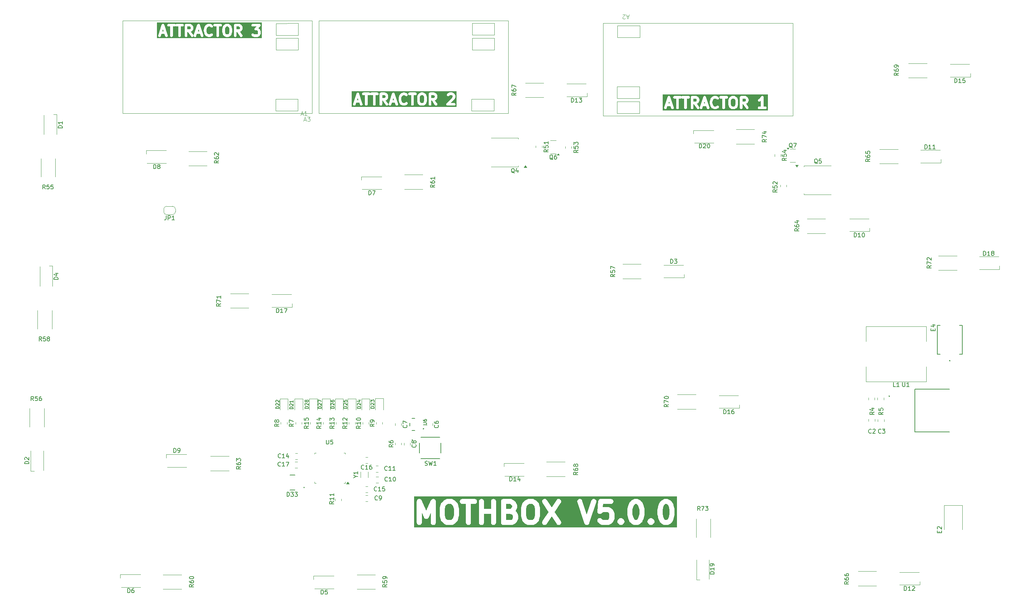
<source format=gbr>
%TF.GenerationSoftware,KiCad,Pcbnew,9.0.2*%
%TF.CreationDate,2025-05-13T16:07:20+08:00*%
%TF.ProjectId,MothBo,4d6f7468-426f-42e6-9b69-6361645f7063,5.0.0*%
%TF.SameCoordinates,Original*%
%TF.FileFunction,Legend,Top*%
%TF.FilePolarity,Positive*%
%FSLAX46Y46*%
G04 Gerber Fmt 4.6, Leading zero omitted, Abs format (unit mm)*
G04 Created by KiCad (PCBNEW 9.0.2) date 2025-05-13 16:07:20*
%MOMM*%
%LPD*%
G01*
G04 APERTURE LIST*
%ADD10C,0.625000*%
%ADD11C,1.200000*%
%ADD12C,0.150000*%
%ADD13C,0.100000*%
%ADD14C,0.120000*%
%ADD15C,0.127000*%
%ADD16C,0.200000*%
G04 APERTURE END LIST*
D10*
G36*
X200871784Y-83773094D02*
G01*
X201012817Y-83914127D01*
X201101541Y-84269020D01*
X201101541Y-85025415D01*
X201012817Y-85380310D01*
X200871787Y-85521339D01*
X200745031Y-85584718D01*
X200416384Y-85584718D01*
X200289627Y-85521339D01*
X200148598Y-85380311D01*
X200059874Y-85025415D01*
X200059874Y-84269020D01*
X200148598Y-83914126D01*
X200289630Y-83773094D01*
X200416383Y-83709718D01*
X200745032Y-83709718D01*
X200871784Y-83773094D01*
G37*
G36*
X191824165Y-83773094D02*
G01*
X191871497Y-83820426D01*
X191934874Y-83947180D01*
X191934874Y-84156779D01*
X191871497Y-84283533D01*
X191824165Y-84330866D01*
X191697413Y-84394242D01*
X191131303Y-84394242D01*
X191131303Y-83709718D01*
X191697413Y-83709718D01*
X191824165Y-83773094D01*
G37*
G36*
X203490832Y-83773094D02*
G01*
X203538164Y-83820426D01*
X203601541Y-83947180D01*
X203601541Y-84156779D01*
X203538164Y-84283533D01*
X203490832Y-84330866D01*
X203364080Y-84394242D01*
X202797970Y-84394242D01*
X202797970Y-83709718D01*
X203364080Y-83709718D01*
X203490832Y-83773094D01*
G37*
G36*
X185504279Y-84870432D02*
G01*
X185180945Y-84870432D01*
X185342611Y-84385430D01*
X185504279Y-84870432D01*
G37*
G36*
X193956660Y-84870432D02*
G01*
X193633326Y-84870432D01*
X193794992Y-84385430D01*
X193956660Y-84870432D01*
G37*
G36*
X208822082Y-86522218D02*
G01*
X183885065Y-86522218D01*
X183885065Y-85919371D01*
X184197565Y-85919371D01*
X184213920Y-85999294D01*
X184250403Y-86072260D01*
X184304528Y-86133297D01*
X184372607Y-86178247D01*
X184449999Y-86204044D01*
X184531432Y-86208932D01*
X184611355Y-86192577D01*
X184684321Y-86156094D01*
X184745358Y-86101969D01*
X184790308Y-86033890D01*
X184805743Y-85996039D01*
X184972612Y-85495432D01*
X185712612Y-85495432D01*
X185879481Y-85996039D01*
X185894916Y-86033889D01*
X185939866Y-86101969D01*
X186000903Y-86156093D01*
X186073869Y-86192577D01*
X186153792Y-86208931D01*
X186235225Y-86204044D01*
X186312617Y-86178247D01*
X186380696Y-86133297D01*
X186434821Y-86072260D01*
X186471304Y-85999293D01*
X186487659Y-85919371D01*
X186482771Y-85837938D01*
X186472408Y-85798397D01*
X185658420Y-83356429D01*
X186342309Y-83356429D01*
X186342309Y-83438007D01*
X186363424Y-83516807D01*
X186404213Y-83587456D01*
X186461898Y-83645141D01*
X186532547Y-83685930D01*
X186611347Y-83707045D01*
X186652136Y-83709718D01*
X187053921Y-83709718D01*
X187053921Y-85897218D01*
X187056594Y-85938007D01*
X187077709Y-86016807D01*
X187118498Y-86087456D01*
X187176183Y-86145141D01*
X187246832Y-86185930D01*
X187325632Y-86207045D01*
X187407210Y-86207045D01*
X187486010Y-86185930D01*
X187556659Y-86145141D01*
X187614344Y-86087456D01*
X187655133Y-86016807D01*
X187676248Y-85938007D01*
X187678921Y-85897218D01*
X187678921Y-83709718D01*
X188080707Y-83709718D01*
X188121496Y-83707045D01*
X188200296Y-83685930D01*
X188270945Y-83645141D01*
X188318802Y-83597283D01*
X188366660Y-83645141D01*
X188437309Y-83685930D01*
X188516109Y-83707045D01*
X188556898Y-83709718D01*
X188958683Y-83709718D01*
X188958683Y-85897218D01*
X188961356Y-85938007D01*
X188982471Y-86016807D01*
X189023260Y-86087456D01*
X189080945Y-86145141D01*
X189151594Y-86185930D01*
X189230394Y-86207045D01*
X189311972Y-86207045D01*
X189390772Y-86185930D01*
X189461421Y-86145141D01*
X189519106Y-86087456D01*
X189559895Y-86016807D01*
X189581010Y-85938007D01*
X189583683Y-85897218D01*
X189583683Y-83709718D01*
X189985469Y-83709718D01*
X190026258Y-83707045D01*
X190105058Y-83685930D01*
X190175707Y-83645141D01*
X190233392Y-83587456D01*
X190274181Y-83516807D01*
X190295296Y-83438007D01*
X190295296Y-83397218D01*
X190506303Y-83397218D01*
X190506303Y-85897218D01*
X190508976Y-85938007D01*
X190530091Y-86016807D01*
X190570880Y-86087456D01*
X190628565Y-86145141D01*
X190699214Y-86185930D01*
X190778014Y-86207045D01*
X190859592Y-86207045D01*
X190938392Y-86185930D01*
X191009041Y-86145141D01*
X191066726Y-86087456D01*
X191107515Y-86016807D01*
X191128630Y-85938007D01*
X191131303Y-85897218D01*
X191131303Y-85019242D01*
X191251336Y-85019242D01*
X191991364Y-86076425D01*
X192016945Y-86108308D01*
X192079432Y-86160755D01*
X192153362Y-86195242D01*
X192233699Y-86209419D01*
X192314968Y-86202320D01*
X192391632Y-86174429D01*
X192458464Y-86127647D01*
X192510911Y-86065160D01*
X192545398Y-85991230D01*
X192558079Y-85919371D01*
X192649946Y-85919371D01*
X192666301Y-85999294D01*
X192702784Y-86072260D01*
X192756909Y-86133297D01*
X192824988Y-86178247D01*
X192902380Y-86204044D01*
X192983813Y-86208932D01*
X193063736Y-86192577D01*
X193136702Y-86156094D01*
X193197739Y-86101969D01*
X193242689Y-86033890D01*
X193258124Y-85996039D01*
X193424993Y-85495432D01*
X194164993Y-85495432D01*
X194331862Y-85996039D01*
X194347297Y-86033889D01*
X194392247Y-86101969D01*
X194453284Y-86156093D01*
X194526250Y-86192577D01*
X194606173Y-86208931D01*
X194687606Y-86204044D01*
X194764998Y-86178247D01*
X194833077Y-86133297D01*
X194887202Y-86072260D01*
X194923685Y-85999293D01*
X194940040Y-85919371D01*
X194935152Y-85837938D01*
X194924789Y-85798397D01*
X194481540Y-84468647D01*
X195030112Y-84468647D01*
X195030112Y-84825790D01*
X195032204Y-84857718D01*
X195032143Y-84861363D01*
X195032612Y-84863951D01*
X195032785Y-84866579D01*
X195033729Y-84870103D01*
X195039443Y-84901583D01*
X195158491Y-85377773D01*
X195165206Y-85398707D01*
X195166301Y-85404056D01*
X195168917Y-85410275D01*
X195170977Y-85416696D01*
X195173624Y-85421464D01*
X195182151Y-85441734D01*
X195301198Y-85679829D01*
X195321830Y-85715116D01*
X195328077Y-85722161D01*
X195332784Y-85730313D01*
X195359736Y-85761045D01*
X195597831Y-85999141D01*
X195610530Y-86010279D01*
X195614052Y-86014250D01*
X195618123Y-86016938D01*
X195628563Y-86026094D01*
X195655852Y-86041849D01*
X195682131Y-86059200D01*
X195694983Y-86064441D01*
X195699213Y-86066883D01*
X195704340Y-86068257D01*
X195719981Y-86074635D01*
X196077125Y-86193682D01*
X196116666Y-86204045D01*
X196126065Y-86204609D01*
X196135156Y-86207045D01*
X196175945Y-86209718D01*
X196414041Y-86209718D01*
X196454830Y-86207045D01*
X196463924Y-86204608D01*
X196473321Y-86204044D01*
X196512862Y-86193682D01*
X196870004Y-86074634D01*
X196885642Y-86068257D01*
X196890771Y-86066883D01*
X196894998Y-86064442D01*
X196907855Y-86059200D01*
X196934143Y-86041842D01*
X196961422Y-86026094D01*
X196971859Y-86016940D01*
X196975934Y-86014250D01*
X196979456Y-86010277D01*
X196992154Y-85999142D01*
X197111202Y-85880094D01*
X197138154Y-85849362D01*
X197178943Y-85778711D01*
X197200057Y-85699913D01*
X197200057Y-85618334D01*
X197178943Y-85539535D01*
X197138154Y-85468885D01*
X197080469Y-85411200D01*
X197009819Y-85370411D01*
X196931020Y-85349297D01*
X196849441Y-85349297D01*
X196770643Y-85370411D01*
X196699992Y-85411200D01*
X196669260Y-85438152D01*
X196602376Y-85505035D01*
X196363328Y-85584718D01*
X196226658Y-85584718D01*
X195987607Y-85505034D01*
X195837538Y-85354965D01*
X195756509Y-85192907D01*
X195655112Y-84787320D01*
X195655112Y-84507116D01*
X195756509Y-84101528D01*
X195837537Y-83939472D01*
X195987610Y-83789400D01*
X196226656Y-83709718D01*
X196363330Y-83709718D01*
X196602375Y-83789400D01*
X196669261Y-83856285D01*
X196699994Y-83883237D01*
X196770644Y-83924026D01*
X196849443Y-83945140D01*
X196931022Y-83945140D01*
X197009821Y-83924025D01*
X197080471Y-83883235D01*
X197138155Y-83825551D01*
X197178944Y-83754900D01*
X197200058Y-83676101D01*
X197200058Y-83594523D01*
X197178943Y-83515724D01*
X197138153Y-83445074D01*
X197111201Y-83414341D01*
X197053289Y-83356429D01*
X197294690Y-83356429D01*
X197294690Y-83438007D01*
X197315805Y-83516807D01*
X197356594Y-83587456D01*
X197414279Y-83645141D01*
X197484928Y-83685930D01*
X197563728Y-83707045D01*
X197604517Y-83709718D01*
X198006302Y-83709718D01*
X198006302Y-85897218D01*
X198008975Y-85938007D01*
X198030090Y-86016807D01*
X198070879Y-86087456D01*
X198128564Y-86145141D01*
X198199213Y-86185930D01*
X198278013Y-86207045D01*
X198359591Y-86207045D01*
X198438391Y-86185930D01*
X198509040Y-86145141D01*
X198566725Y-86087456D01*
X198607514Y-86016807D01*
X198628629Y-85938007D01*
X198631302Y-85897218D01*
X198631302Y-84230551D01*
X199434874Y-84230551D01*
X199434874Y-85063885D01*
X199436966Y-85095813D01*
X199436905Y-85099458D01*
X199437374Y-85102046D01*
X199437547Y-85104674D01*
X199438491Y-85108198D01*
X199444205Y-85139678D01*
X199563253Y-85615868D01*
X199575739Y-85654791D01*
X199577024Y-85657105D01*
X199577709Y-85659662D01*
X199596796Y-85692723D01*
X199615335Y-85726117D01*
X199617175Y-85728020D01*
X199618499Y-85730313D01*
X199645451Y-85761045D01*
X199883546Y-85999141D01*
X199914278Y-86026094D01*
X199922432Y-86030801D01*
X199929476Y-86037048D01*
X199964763Y-86057680D01*
X200202858Y-86176727D01*
X200218426Y-86183276D01*
X200223023Y-86185930D01*
X200227738Y-86187193D01*
X200240536Y-86192577D01*
X200271397Y-86198892D01*
X200301823Y-86207045D01*
X200315674Y-86207952D01*
X200320460Y-86208932D01*
X200325761Y-86208613D01*
X200342612Y-86209718D01*
X200818803Y-86209718D01*
X200835653Y-86208613D01*
X200840955Y-86208932D01*
X200845740Y-86207952D01*
X200859592Y-86207045D01*
X200890017Y-86198892D01*
X200920879Y-86192577D01*
X200933676Y-86187193D01*
X200938392Y-86185930D01*
X200942988Y-86183276D01*
X200958557Y-86176727D01*
X201196652Y-86057680D01*
X201231939Y-86037048D01*
X201238982Y-86030801D01*
X201247137Y-86026094D01*
X201277869Y-85999141D01*
X201515964Y-85761045D01*
X201542916Y-85730313D01*
X201544239Y-85728020D01*
X201546080Y-85726117D01*
X201564618Y-85692723D01*
X201583706Y-85659662D01*
X201584390Y-85657105D01*
X201585676Y-85654791D01*
X201598162Y-85615868D01*
X201717211Y-85139677D01*
X201722924Y-85108196D01*
X201723868Y-85104674D01*
X201724040Y-85102046D01*
X201724510Y-85099458D01*
X201724448Y-85095812D01*
X201726541Y-85063885D01*
X201726541Y-84230551D01*
X201724448Y-84198623D01*
X201724510Y-84194978D01*
X201724040Y-84192389D01*
X201723868Y-84189762D01*
X201722924Y-84186239D01*
X201717211Y-84154759D01*
X201598162Y-83678568D01*
X201585676Y-83639645D01*
X201584389Y-83637327D01*
X201583705Y-83634773D01*
X201564616Y-83601710D01*
X201546080Y-83568319D01*
X201544241Y-83566417D01*
X201542916Y-83564122D01*
X201515964Y-83533390D01*
X201379792Y-83397218D01*
X202172970Y-83397218D01*
X202172970Y-85897218D01*
X202175643Y-85938007D01*
X202196758Y-86016807D01*
X202237547Y-86087456D01*
X202295232Y-86145141D01*
X202365881Y-86185930D01*
X202444681Y-86207045D01*
X202526259Y-86207045D01*
X202605059Y-86185930D01*
X202675708Y-86145141D01*
X202733393Y-86087456D01*
X202774182Y-86016807D01*
X202795297Y-85938007D01*
X202797970Y-85897218D01*
X202797970Y-85019242D01*
X202918003Y-85019242D01*
X203658031Y-86076425D01*
X203683612Y-86108308D01*
X203746099Y-86160755D01*
X203820029Y-86195242D01*
X203900366Y-86209419D01*
X203981635Y-86202320D01*
X204058299Y-86174429D01*
X204125131Y-86127647D01*
X204177578Y-86065160D01*
X204212065Y-85991230D01*
X204226242Y-85910893D01*
X204219143Y-85829624D01*
X204191252Y-85752960D01*
X204170051Y-85718011D01*
X203637022Y-84956541D01*
X203815701Y-84867202D01*
X203850988Y-84846570D01*
X203858030Y-84840324D01*
X203866185Y-84835617D01*
X203896917Y-84808665D01*
X204015964Y-84689618D01*
X204042916Y-84658886D01*
X204047623Y-84650732D01*
X204053869Y-84643689D01*
X204074501Y-84608401D01*
X204193549Y-84370306D01*
X204200097Y-84354738D01*
X204202753Y-84350140D01*
X204204017Y-84345422D01*
X204209400Y-84332627D01*
X204215715Y-84301764D01*
X204223868Y-84271340D01*
X204224775Y-84257489D01*
X204225755Y-84252704D01*
X204225436Y-84247401D01*
X204226541Y-84230551D01*
X204226541Y-84133657D01*
X206459470Y-84133657D01*
X206475825Y-84213581D01*
X206512308Y-84286546D01*
X206566434Y-84347584D01*
X206634512Y-84392533D01*
X206711905Y-84418330D01*
X206793337Y-84423218D01*
X206873261Y-84406863D01*
X206910939Y-84391012D01*
X207149034Y-84271964D01*
X207172970Y-84257968D01*
X207172970Y-85584718D01*
X206771184Y-85584718D01*
X206730395Y-85587391D01*
X206651595Y-85608506D01*
X206580946Y-85649295D01*
X206523261Y-85706980D01*
X206482472Y-85777629D01*
X206461357Y-85856429D01*
X206461357Y-85938007D01*
X206482472Y-86016807D01*
X206523261Y-86087456D01*
X206580946Y-86145141D01*
X206651595Y-86185930D01*
X206730395Y-86207045D01*
X206771184Y-86209718D01*
X208199755Y-86209718D01*
X208240544Y-86207045D01*
X208319344Y-86185930D01*
X208389993Y-86145141D01*
X208447678Y-86087456D01*
X208488467Y-86016807D01*
X208509582Y-85938007D01*
X208509582Y-85856429D01*
X208488467Y-85777629D01*
X208447678Y-85706980D01*
X208389993Y-85649295D01*
X208319344Y-85608506D01*
X208240544Y-85587391D01*
X208199755Y-85584718D01*
X207797970Y-85584718D01*
X207797970Y-83397218D01*
X207796947Y-83381611D01*
X207797280Y-83376454D01*
X207796282Y-83371466D01*
X207795297Y-83356429D01*
X207787324Y-83326674D01*
X207781281Y-83296459D01*
X207776798Y-83287392D01*
X207774182Y-83277629D01*
X207758780Y-83250952D01*
X207745123Y-83223331D01*
X207738447Y-83215735D01*
X207733393Y-83206980D01*
X207711611Y-83185198D01*
X207691270Y-83162052D01*
X207682855Y-83156442D01*
X207675708Y-83149295D01*
X207649033Y-83133894D01*
X207623393Y-83116801D01*
X207613813Y-83113560D01*
X207605059Y-83108506D01*
X207575300Y-83100531D01*
X207546115Y-83090659D01*
X207536026Y-83090008D01*
X207526259Y-83087391D01*
X207495449Y-83087391D01*
X207464706Y-83085408D01*
X207454791Y-83087391D01*
X207444681Y-83087391D01*
X207414926Y-83095363D01*
X207384711Y-83101407D01*
X207375645Y-83105889D01*
X207365881Y-83108506D01*
X207339200Y-83123909D01*
X207311584Y-83137565D01*
X207303990Y-83144238D01*
X207295232Y-83149295D01*
X207273447Y-83171079D01*
X207250304Y-83191418D01*
X207241141Y-83203385D01*
X207237547Y-83206980D01*
X207234963Y-83211454D01*
X207225455Y-83223874D01*
X207004525Y-83555267D01*
X206824165Y-83735628D01*
X206631429Y-83831996D01*
X206596142Y-83852628D01*
X206535104Y-83906754D01*
X206490155Y-83974832D01*
X206464358Y-84052225D01*
X206459470Y-84133657D01*
X204226541Y-84133657D01*
X204226541Y-83873409D01*
X204225436Y-83856558D01*
X204225755Y-83851256D01*
X204224775Y-83846470D01*
X204223868Y-83832620D01*
X204215715Y-83802195D01*
X204209400Y-83771333D01*
X204204017Y-83758537D01*
X204202753Y-83753820D01*
X204200097Y-83749221D01*
X204193549Y-83733654D01*
X204074501Y-83495559D01*
X204053869Y-83460271D01*
X204047623Y-83453227D01*
X204042916Y-83445074D01*
X204015964Y-83414342D01*
X203896917Y-83295295D01*
X203866185Y-83268343D01*
X203858030Y-83263635D01*
X203850988Y-83257390D01*
X203815701Y-83236758D01*
X203577606Y-83117710D01*
X203562037Y-83111160D01*
X203557440Y-83108506D01*
X203552724Y-83107242D01*
X203539928Y-83101859D01*
X203509062Y-83095542D01*
X203478640Y-83087391D01*
X203464790Y-83086483D01*
X203460004Y-83085504D01*
X203454701Y-83085822D01*
X203437851Y-83084718D01*
X202485470Y-83084718D01*
X202444681Y-83087391D01*
X202365881Y-83108506D01*
X202295232Y-83149295D01*
X202237547Y-83206980D01*
X202196758Y-83277629D01*
X202175643Y-83356429D01*
X202172970Y-83397218D01*
X201379792Y-83397218D01*
X201277869Y-83295295D01*
X201247137Y-83268343D01*
X201238982Y-83263635D01*
X201231940Y-83257390D01*
X201196653Y-83236758D01*
X200958558Y-83117710D01*
X200942989Y-83111160D01*
X200938392Y-83108506D01*
X200933676Y-83107242D01*
X200920880Y-83101859D01*
X200890014Y-83095542D01*
X200859592Y-83087391D01*
X200845742Y-83086483D01*
X200840956Y-83085504D01*
X200835653Y-83085822D01*
X200818803Y-83084718D01*
X200342612Y-83084718D01*
X200325761Y-83085822D01*
X200320460Y-83085504D01*
X200315674Y-83086483D01*
X200301823Y-83087391D01*
X200271397Y-83095543D01*
X200240536Y-83101859D01*
X200227741Y-83107241D01*
X200223023Y-83108506D01*
X200218422Y-83111162D01*
X200202858Y-83117710D01*
X199964762Y-83236758D01*
X199929475Y-83257390D01*
X199922431Y-83263635D01*
X199914278Y-83268343D01*
X199883546Y-83295295D01*
X199645451Y-83533390D01*
X199618499Y-83564122D01*
X199617173Y-83566417D01*
X199615335Y-83568319D01*
X199596798Y-83601710D01*
X199577710Y-83634773D01*
X199577025Y-83637327D01*
X199575739Y-83639645D01*
X199563253Y-83678568D01*
X199444205Y-84154758D01*
X199438491Y-84186237D01*
X199437547Y-84189762D01*
X199437374Y-84192389D01*
X199436905Y-84194978D01*
X199436966Y-84198622D01*
X199434874Y-84230551D01*
X198631302Y-84230551D01*
X198631302Y-83709718D01*
X199033088Y-83709718D01*
X199073877Y-83707045D01*
X199152677Y-83685930D01*
X199223326Y-83645141D01*
X199281011Y-83587456D01*
X199321800Y-83516807D01*
X199342915Y-83438007D01*
X199342915Y-83356429D01*
X199321800Y-83277629D01*
X199281011Y-83206980D01*
X199223326Y-83149295D01*
X199152677Y-83108506D01*
X199073877Y-83087391D01*
X199033088Y-83084718D01*
X197604517Y-83084718D01*
X197563728Y-83087391D01*
X197484928Y-83108506D01*
X197414279Y-83149295D01*
X197356594Y-83206980D01*
X197315805Y-83277629D01*
X197294690Y-83356429D01*
X197053289Y-83356429D01*
X196992153Y-83295294D01*
X196979455Y-83284158D01*
X196975934Y-83280187D01*
X196971860Y-83277497D01*
X196961421Y-83268342D01*
X196934138Y-83252590D01*
X196907855Y-83235237D01*
X196895000Y-83229995D01*
X196890770Y-83227553D01*
X196885639Y-83226178D01*
X196870005Y-83219803D01*
X196512863Y-83100755D01*
X196473322Y-83090392D01*
X196463924Y-83089827D01*
X196454830Y-83087391D01*
X196414041Y-83084718D01*
X196175945Y-83084718D01*
X196135156Y-83087391D01*
X196126061Y-83089827D01*
X196116665Y-83090392D01*
X196077124Y-83100755D01*
X195719981Y-83219803D01*
X195704341Y-83226180D01*
X195699214Y-83227554D01*
X195694986Y-83229994D01*
X195682130Y-83235237D01*
X195655841Y-83252594D01*
X195628563Y-83268343D01*
X195618125Y-83277496D01*
X195614051Y-83280187D01*
X195610528Y-83284159D01*
X195597831Y-83295295D01*
X195359736Y-83533390D01*
X195332784Y-83564122D01*
X195328076Y-83572276D01*
X195321830Y-83579320D01*
X195301198Y-83614607D01*
X195182151Y-83852702D01*
X195173624Y-83872971D01*
X195170977Y-83877740D01*
X195168917Y-83884160D01*
X195166301Y-83890380D01*
X195165206Y-83895728D01*
X195158491Y-83916663D01*
X195039443Y-84392854D01*
X195033729Y-84424333D01*
X195032785Y-84427858D01*
X195032612Y-84430485D01*
X195032143Y-84433074D01*
X195032204Y-84436718D01*
X195030112Y-84468647D01*
X194481540Y-84468647D01*
X194091457Y-83298397D01*
X194090575Y-83296235D01*
X194090352Y-83295143D01*
X194089148Y-83292736D01*
X194076022Y-83260546D01*
X194063793Y-83242025D01*
X194053869Y-83222176D01*
X194041413Y-83208130D01*
X194031072Y-83192467D01*
X194014467Y-83177743D01*
X193999744Y-83161139D01*
X193984080Y-83150797D01*
X193970035Y-83138342D01*
X193950184Y-83128416D01*
X193931665Y-83116189D01*
X193913857Y-83110253D01*
X193897069Y-83101859D01*
X193875326Y-83097409D01*
X193854273Y-83090392D01*
X193835538Y-83089267D01*
X193817146Y-83085504D01*
X193794986Y-83086834D01*
X193772840Y-83085505D01*
X193754454Y-83089267D01*
X193735713Y-83090392D01*
X193714657Y-83097410D01*
X193692917Y-83101859D01*
X193676129Y-83110252D01*
X193658321Y-83116189D01*
X193639796Y-83128419D01*
X193619951Y-83138343D01*
X193605908Y-83150794D01*
X193590242Y-83161139D01*
X193575517Y-83177744D01*
X193558914Y-83192467D01*
X193548572Y-83208129D01*
X193536117Y-83222176D01*
X193526190Y-83242029D01*
X193513964Y-83260547D01*
X193500839Y-83292730D01*
X193499634Y-83295142D01*
X193499410Y-83296236D01*
X193498529Y-83298397D01*
X192665196Y-85798397D01*
X192654834Y-85837938D01*
X192649946Y-85919371D01*
X192558079Y-85919371D01*
X192559575Y-85910893D01*
X192552476Y-85829624D01*
X192524585Y-85752960D01*
X192503384Y-85718011D01*
X191970355Y-84956541D01*
X192149034Y-84867202D01*
X192184321Y-84846570D01*
X192191363Y-84840324D01*
X192199518Y-84835617D01*
X192230250Y-84808665D01*
X192349297Y-84689618D01*
X192376249Y-84658886D01*
X192380956Y-84650732D01*
X192387202Y-84643689D01*
X192407834Y-84608401D01*
X192526882Y-84370306D01*
X192533430Y-84354738D01*
X192536086Y-84350140D01*
X192537350Y-84345422D01*
X192542733Y-84332627D01*
X192549048Y-84301764D01*
X192557201Y-84271340D01*
X192558108Y-84257489D01*
X192559088Y-84252704D01*
X192558769Y-84247401D01*
X192559874Y-84230551D01*
X192559874Y-83873409D01*
X192558769Y-83856558D01*
X192559088Y-83851256D01*
X192558108Y-83846470D01*
X192557201Y-83832620D01*
X192549048Y-83802195D01*
X192542733Y-83771333D01*
X192537350Y-83758537D01*
X192536086Y-83753820D01*
X192533430Y-83749221D01*
X192526882Y-83733654D01*
X192407834Y-83495559D01*
X192387202Y-83460271D01*
X192380956Y-83453227D01*
X192376249Y-83445074D01*
X192349297Y-83414342D01*
X192230250Y-83295295D01*
X192199518Y-83268343D01*
X192191363Y-83263635D01*
X192184321Y-83257390D01*
X192149034Y-83236758D01*
X191910939Y-83117710D01*
X191895370Y-83111160D01*
X191890773Y-83108506D01*
X191886057Y-83107242D01*
X191873261Y-83101859D01*
X191842395Y-83095542D01*
X191811973Y-83087391D01*
X191798123Y-83086483D01*
X191793337Y-83085504D01*
X191788034Y-83085822D01*
X191771184Y-83084718D01*
X190818803Y-83084718D01*
X190778014Y-83087391D01*
X190699214Y-83108506D01*
X190628565Y-83149295D01*
X190570880Y-83206980D01*
X190530091Y-83277629D01*
X190508976Y-83356429D01*
X190506303Y-83397218D01*
X190295296Y-83397218D01*
X190295296Y-83356429D01*
X190274181Y-83277629D01*
X190233392Y-83206980D01*
X190175707Y-83149295D01*
X190105058Y-83108506D01*
X190026258Y-83087391D01*
X189985469Y-83084718D01*
X188556898Y-83084718D01*
X188516109Y-83087391D01*
X188437309Y-83108506D01*
X188366660Y-83149295D01*
X188318802Y-83197152D01*
X188270945Y-83149295D01*
X188200296Y-83108506D01*
X188121496Y-83087391D01*
X188080707Y-83084718D01*
X186652136Y-83084718D01*
X186611347Y-83087391D01*
X186532547Y-83108506D01*
X186461898Y-83149295D01*
X186404213Y-83206980D01*
X186363424Y-83277629D01*
X186342309Y-83356429D01*
X185658420Y-83356429D01*
X185639076Y-83298397D01*
X185638194Y-83296235D01*
X185637971Y-83295143D01*
X185636767Y-83292736D01*
X185623641Y-83260546D01*
X185611412Y-83242025D01*
X185601488Y-83222176D01*
X185589032Y-83208130D01*
X185578691Y-83192467D01*
X185562086Y-83177743D01*
X185547363Y-83161139D01*
X185531699Y-83150797D01*
X185517654Y-83138342D01*
X185497803Y-83128416D01*
X185479284Y-83116189D01*
X185461476Y-83110253D01*
X185444688Y-83101859D01*
X185422945Y-83097409D01*
X185401892Y-83090392D01*
X185383157Y-83089267D01*
X185364765Y-83085504D01*
X185342605Y-83086834D01*
X185320459Y-83085505D01*
X185302073Y-83089267D01*
X185283332Y-83090392D01*
X185262276Y-83097410D01*
X185240536Y-83101859D01*
X185223748Y-83110252D01*
X185205940Y-83116189D01*
X185187415Y-83128419D01*
X185167570Y-83138343D01*
X185153527Y-83150794D01*
X185137861Y-83161139D01*
X185123136Y-83177744D01*
X185106533Y-83192467D01*
X185096191Y-83208129D01*
X185083736Y-83222176D01*
X185073809Y-83242029D01*
X185061583Y-83260547D01*
X185048458Y-83292730D01*
X185047253Y-83295142D01*
X185047029Y-83296236D01*
X185046148Y-83298397D01*
X184212815Y-85798397D01*
X184202453Y-85837938D01*
X184197565Y-85919371D01*
X183885065Y-85919371D01*
X183885065Y-82772218D01*
X208822082Y-82772218D01*
X208822082Y-86522218D01*
G37*
G36*
X80761784Y-66643094D02*
G01*
X80902817Y-66784127D01*
X80991541Y-67139020D01*
X80991541Y-67895415D01*
X80902817Y-68250310D01*
X80761787Y-68391339D01*
X80635031Y-68454718D01*
X80306384Y-68454718D01*
X80179627Y-68391339D01*
X80038598Y-68250311D01*
X79949874Y-67895415D01*
X79949874Y-67139020D01*
X80038598Y-66784126D01*
X80179630Y-66643094D01*
X80306383Y-66579718D01*
X80635032Y-66579718D01*
X80761784Y-66643094D01*
G37*
G36*
X71714165Y-66643094D02*
G01*
X71761497Y-66690426D01*
X71824874Y-66817180D01*
X71824874Y-67026779D01*
X71761497Y-67153533D01*
X71714165Y-67200866D01*
X71587413Y-67264242D01*
X71021303Y-67264242D01*
X71021303Y-66579718D01*
X71587413Y-66579718D01*
X71714165Y-66643094D01*
G37*
G36*
X83380832Y-66643094D02*
G01*
X83428164Y-66690426D01*
X83491541Y-66817180D01*
X83491541Y-67026779D01*
X83428164Y-67153533D01*
X83380832Y-67200866D01*
X83254080Y-67264242D01*
X82687970Y-67264242D01*
X82687970Y-66579718D01*
X83254080Y-66579718D01*
X83380832Y-66643094D01*
G37*
G36*
X65394279Y-67740432D02*
G01*
X65070945Y-67740432D01*
X65232611Y-67255430D01*
X65394279Y-67740432D01*
G37*
G36*
X73846660Y-67740432D02*
G01*
X73523326Y-67740432D01*
X73684992Y-67255430D01*
X73846660Y-67740432D01*
G37*
G36*
X88714755Y-69392218D02*
G01*
X63775065Y-69392218D01*
X63775065Y-68789371D01*
X64087565Y-68789371D01*
X64103920Y-68869294D01*
X64140403Y-68942260D01*
X64194528Y-69003297D01*
X64262607Y-69048247D01*
X64339999Y-69074044D01*
X64421432Y-69078932D01*
X64501355Y-69062577D01*
X64574321Y-69026094D01*
X64635358Y-68971969D01*
X64680308Y-68903890D01*
X64695743Y-68866039D01*
X64862612Y-68365432D01*
X65602612Y-68365432D01*
X65769481Y-68866039D01*
X65784916Y-68903889D01*
X65829866Y-68971969D01*
X65890903Y-69026093D01*
X65963869Y-69062577D01*
X66043792Y-69078931D01*
X66125225Y-69074044D01*
X66202617Y-69048247D01*
X66270696Y-69003297D01*
X66324821Y-68942260D01*
X66361304Y-68869293D01*
X66377659Y-68789371D01*
X66372771Y-68707938D01*
X66362408Y-68668397D01*
X65548420Y-66226429D01*
X66232309Y-66226429D01*
X66232309Y-66308007D01*
X66253424Y-66386807D01*
X66294213Y-66457456D01*
X66351898Y-66515141D01*
X66422547Y-66555930D01*
X66501347Y-66577045D01*
X66542136Y-66579718D01*
X66943921Y-66579718D01*
X66943921Y-68767218D01*
X66946594Y-68808007D01*
X66967709Y-68886807D01*
X67008498Y-68957456D01*
X67066183Y-69015141D01*
X67136832Y-69055930D01*
X67215632Y-69077045D01*
X67297210Y-69077045D01*
X67376010Y-69055930D01*
X67446659Y-69015141D01*
X67504344Y-68957456D01*
X67545133Y-68886807D01*
X67566248Y-68808007D01*
X67568921Y-68767218D01*
X67568921Y-66579718D01*
X67970707Y-66579718D01*
X68011496Y-66577045D01*
X68090296Y-66555930D01*
X68160945Y-66515141D01*
X68208802Y-66467283D01*
X68256660Y-66515141D01*
X68327309Y-66555930D01*
X68406109Y-66577045D01*
X68446898Y-66579718D01*
X68848683Y-66579718D01*
X68848683Y-68767218D01*
X68851356Y-68808007D01*
X68872471Y-68886807D01*
X68913260Y-68957456D01*
X68970945Y-69015141D01*
X69041594Y-69055930D01*
X69120394Y-69077045D01*
X69201972Y-69077045D01*
X69280772Y-69055930D01*
X69351421Y-69015141D01*
X69409106Y-68957456D01*
X69449895Y-68886807D01*
X69471010Y-68808007D01*
X69473683Y-68767218D01*
X69473683Y-66579718D01*
X69875469Y-66579718D01*
X69916258Y-66577045D01*
X69995058Y-66555930D01*
X70065707Y-66515141D01*
X70123392Y-66457456D01*
X70164181Y-66386807D01*
X70185296Y-66308007D01*
X70185296Y-66267218D01*
X70396303Y-66267218D01*
X70396303Y-68767218D01*
X70398976Y-68808007D01*
X70420091Y-68886807D01*
X70460880Y-68957456D01*
X70518565Y-69015141D01*
X70589214Y-69055930D01*
X70668014Y-69077045D01*
X70749592Y-69077045D01*
X70828392Y-69055930D01*
X70899041Y-69015141D01*
X70956726Y-68957456D01*
X70997515Y-68886807D01*
X71018630Y-68808007D01*
X71021303Y-68767218D01*
X71021303Y-67889242D01*
X71141336Y-67889242D01*
X71881364Y-68946425D01*
X71906945Y-68978308D01*
X71969432Y-69030755D01*
X72043362Y-69065242D01*
X72123699Y-69079419D01*
X72204968Y-69072320D01*
X72281632Y-69044429D01*
X72348464Y-68997647D01*
X72400911Y-68935160D01*
X72435398Y-68861230D01*
X72448079Y-68789371D01*
X72539946Y-68789371D01*
X72556301Y-68869294D01*
X72592784Y-68942260D01*
X72646909Y-69003297D01*
X72714988Y-69048247D01*
X72792380Y-69074044D01*
X72873813Y-69078932D01*
X72953736Y-69062577D01*
X73026702Y-69026094D01*
X73087739Y-68971969D01*
X73132689Y-68903890D01*
X73148124Y-68866039D01*
X73314993Y-68365432D01*
X74054993Y-68365432D01*
X74221862Y-68866039D01*
X74237297Y-68903889D01*
X74282247Y-68971969D01*
X74343284Y-69026093D01*
X74416250Y-69062577D01*
X74496173Y-69078931D01*
X74577606Y-69074044D01*
X74654998Y-69048247D01*
X74723077Y-69003297D01*
X74777202Y-68942260D01*
X74813685Y-68869293D01*
X74830040Y-68789371D01*
X74825152Y-68707938D01*
X74814789Y-68668397D01*
X74371540Y-67338647D01*
X74920112Y-67338647D01*
X74920112Y-67695790D01*
X74922204Y-67727718D01*
X74922143Y-67731363D01*
X74922612Y-67733951D01*
X74922785Y-67736579D01*
X74923729Y-67740103D01*
X74929443Y-67771583D01*
X75048491Y-68247773D01*
X75055206Y-68268707D01*
X75056301Y-68274056D01*
X75058917Y-68280275D01*
X75060977Y-68286696D01*
X75063624Y-68291464D01*
X75072151Y-68311734D01*
X75191198Y-68549829D01*
X75211830Y-68585116D01*
X75218077Y-68592161D01*
X75222784Y-68600313D01*
X75249736Y-68631045D01*
X75487831Y-68869141D01*
X75500530Y-68880279D01*
X75504052Y-68884250D01*
X75508123Y-68886938D01*
X75518563Y-68896094D01*
X75545852Y-68911849D01*
X75572131Y-68929200D01*
X75584983Y-68934441D01*
X75589213Y-68936883D01*
X75594340Y-68938257D01*
X75609981Y-68944635D01*
X75967125Y-69063682D01*
X76006666Y-69074045D01*
X76016065Y-69074609D01*
X76025156Y-69077045D01*
X76065945Y-69079718D01*
X76304041Y-69079718D01*
X76344830Y-69077045D01*
X76353924Y-69074608D01*
X76363321Y-69074044D01*
X76402862Y-69063682D01*
X76760004Y-68944634D01*
X76775642Y-68938257D01*
X76780771Y-68936883D01*
X76784998Y-68934442D01*
X76797855Y-68929200D01*
X76824143Y-68911842D01*
X76851422Y-68896094D01*
X76861859Y-68886940D01*
X76865934Y-68884250D01*
X76869456Y-68880277D01*
X76882154Y-68869142D01*
X77001202Y-68750094D01*
X77028154Y-68719362D01*
X77068943Y-68648711D01*
X77090057Y-68569913D01*
X77090057Y-68488334D01*
X77068943Y-68409535D01*
X77028154Y-68338885D01*
X76970469Y-68281200D01*
X76899819Y-68240411D01*
X76821020Y-68219297D01*
X76739441Y-68219297D01*
X76660643Y-68240411D01*
X76589992Y-68281200D01*
X76559260Y-68308152D01*
X76492376Y-68375035D01*
X76253328Y-68454718D01*
X76116658Y-68454718D01*
X75877607Y-68375034D01*
X75727538Y-68224965D01*
X75646509Y-68062907D01*
X75545112Y-67657320D01*
X75545112Y-67377116D01*
X75646509Y-66971528D01*
X75727537Y-66809472D01*
X75877610Y-66659400D01*
X76116656Y-66579718D01*
X76253330Y-66579718D01*
X76492375Y-66659400D01*
X76559261Y-66726285D01*
X76589994Y-66753237D01*
X76660644Y-66794026D01*
X76739443Y-66815140D01*
X76821022Y-66815140D01*
X76899821Y-66794025D01*
X76970471Y-66753235D01*
X77028155Y-66695551D01*
X77068944Y-66624900D01*
X77090058Y-66546101D01*
X77090058Y-66464523D01*
X77068943Y-66385724D01*
X77028153Y-66315074D01*
X77001201Y-66284341D01*
X76943289Y-66226429D01*
X77184690Y-66226429D01*
X77184690Y-66308007D01*
X77205805Y-66386807D01*
X77246594Y-66457456D01*
X77304279Y-66515141D01*
X77374928Y-66555930D01*
X77453728Y-66577045D01*
X77494517Y-66579718D01*
X77896302Y-66579718D01*
X77896302Y-68767218D01*
X77898975Y-68808007D01*
X77920090Y-68886807D01*
X77960879Y-68957456D01*
X78018564Y-69015141D01*
X78089213Y-69055930D01*
X78168013Y-69077045D01*
X78249591Y-69077045D01*
X78328391Y-69055930D01*
X78399040Y-69015141D01*
X78456725Y-68957456D01*
X78497514Y-68886807D01*
X78518629Y-68808007D01*
X78521302Y-68767218D01*
X78521302Y-67100551D01*
X79324874Y-67100551D01*
X79324874Y-67933885D01*
X79326966Y-67965813D01*
X79326905Y-67969458D01*
X79327374Y-67972046D01*
X79327547Y-67974674D01*
X79328491Y-67978198D01*
X79334205Y-68009678D01*
X79453253Y-68485868D01*
X79465739Y-68524791D01*
X79467024Y-68527105D01*
X79467709Y-68529662D01*
X79486796Y-68562723D01*
X79505335Y-68596117D01*
X79507175Y-68598020D01*
X79508499Y-68600313D01*
X79535451Y-68631045D01*
X79773546Y-68869141D01*
X79804278Y-68896094D01*
X79812432Y-68900801D01*
X79819476Y-68907048D01*
X79854763Y-68927680D01*
X80092858Y-69046727D01*
X80108426Y-69053276D01*
X80113023Y-69055930D01*
X80117738Y-69057193D01*
X80130536Y-69062577D01*
X80161397Y-69068892D01*
X80191823Y-69077045D01*
X80205674Y-69077952D01*
X80210460Y-69078932D01*
X80215761Y-69078613D01*
X80232612Y-69079718D01*
X80708803Y-69079718D01*
X80725653Y-69078613D01*
X80730955Y-69078932D01*
X80735740Y-69077952D01*
X80749592Y-69077045D01*
X80780017Y-69068892D01*
X80810879Y-69062577D01*
X80823676Y-69057193D01*
X80828392Y-69055930D01*
X80832988Y-69053276D01*
X80848557Y-69046727D01*
X81086652Y-68927680D01*
X81121939Y-68907048D01*
X81128982Y-68900801D01*
X81137137Y-68896094D01*
X81167869Y-68869141D01*
X81405964Y-68631045D01*
X81432916Y-68600313D01*
X81434239Y-68598020D01*
X81436080Y-68596117D01*
X81454618Y-68562723D01*
X81473706Y-68529662D01*
X81474390Y-68527105D01*
X81475676Y-68524791D01*
X81488162Y-68485868D01*
X81607211Y-68009677D01*
X81612924Y-67978196D01*
X81613868Y-67974674D01*
X81614040Y-67972046D01*
X81614510Y-67969458D01*
X81614448Y-67965812D01*
X81616541Y-67933885D01*
X81616541Y-67100551D01*
X81614448Y-67068623D01*
X81614510Y-67064978D01*
X81614040Y-67062389D01*
X81613868Y-67059762D01*
X81612924Y-67056239D01*
X81607211Y-67024759D01*
X81488162Y-66548568D01*
X81475676Y-66509645D01*
X81474389Y-66507327D01*
X81473705Y-66504773D01*
X81454616Y-66471710D01*
X81436080Y-66438319D01*
X81434241Y-66436417D01*
X81432916Y-66434122D01*
X81405964Y-66403390D01*
X81269792Y-66267218D01*
X82062970Y-66267218D01*
X82062970Y-68767218D01*
X82065643Y-68808007D01*
X82086758Y-68886807D01*
X82127547Y-68957456D01*
X82185232Y-69015141D01*
X82255881Y-69055930D01*
X82334681Y-69077045D01*
X82416259Y-69077045D01*
X82495059Y-69055930D01*
X82565708Y-69015141D01*
X82623393Y-68957456D01*
X82664182Y-68886807D01*
X82685297Y-68808007D01*
X82687970Y-68767218D01*
X82687970Y-67889242D01*
X82808003Y-67889242D01*
X83548031Y-68946425D01*
X83573612Y-68978308D01*
X83636099Y-69030755D01*
X83710029Y-69065242D01*
X83790366Y-69079419D01*
X83871635Y-69072320D01*
X83948299Y-69044429D01*
X84015131Y-68997647D01*
X84067578Y-68935160D01*
X84102065Y-68861230D01*
X84116242Y-68780893D01*
X84109143Y-68699624D01*
X84081252Y-68622960D01*
X84060051Y-68588011D01*
X83527022Y-67826541D01*
X83705701Y-67737202D01*
X83740988Y-67716570D01*
X83748030Y-67710324D01*
X83756185Y-67705617D01*
X83786917Y-67678665D01*
X83905964Y-67559618D01*
X83932916Y-67528886D01*
X83937623Y-67520732D01*
X83943869Y-67513689D01*
X83964501Y-67478401D01*
X84083549Y-67240306D01*
X84090097Y-67224738D01*
X84092753Y-67220140D01*
X84094017Y-67215422D01*
X84099400Y-67202627D01*
X84105715Y-67171764D01*
X84113868Y-67141340D01*
X84114775Y-67127489D01*
X84115755Y-67122704D01*
X84115436Y-67117401D01*
X84116541Y-67100551D01*
X84116541Y-66743409D01*
X84115436Y-66726558D01*
X84115755Y-66721256D01*
X84114775Y-66716470D01*
X84113868Y-66702620D01*
X84105715Y-66672195D01*
X84099400Y-66641333D01*
X84094017Y-66628537D01*
X84092753Y-66623820D01*
X84090097Y-66619221D01*
X84083549Y-66603654D01*
X83964501Y-66365559D01*
X83943869Y-66330271D01*
X83937623Y-66323227D01*
X83932916Y-66315074D01*
X83905964Y-66284342D01*
X83848051Y-66226429D01*
X86232309Y-66226429D01*
X86232309Y-66308007D01*
X86253424Y-66386807D01*
X86294213Y-66457456D01*
X86351898Y-66515141D01*
X86422547Y-66555930D01*
X86501347Y-66577045D01*
X86542136Y-66579718D01*
X87401078Y-66579718D01*
X87021242Y-67013816D01*
X87012091Y-67025768D01*
X87008499Y-67029361D01*
X87005915Y-67033835D01*
X86996394Y-67046273D01*
X86982945Y-67073620D01*
X86967710Y-67100010D01*
X86965005Y-67110103D01*
X86960394Y-67119481D01*
X86954482Y-67149375D01*
X86946595Y-67178810D01*
X86946595Y-67189258D01*
X86944568Y-67199509D01*
X86946595Y-67229911D01*
X86946595Y-67260388D01*
X86949299Y-67270482D01*
X86949995Y-67280908D01*
X86959822Y-67309753D01*
X86967710Y-67339188D01*
X86972934Y-67348237D01*
X86976304Y-67358127D01*
X86993261Y-67383444D01*
X87008499Y-67409837D01*
X87015887Y-67417225D01*
X87021703Y-67425908D01*
X87044639Y-67445977D01*
X87066184Y-67467522D01*
X87075231Y-67472745D01*
X87083096Y-67479627D01*
X87110443Y-67493075D01*
X87136833Y-67508311D01*
X87146926Y-67511015D01*
X87156304Y-67515627D01*
X87186198Y-67521538D01*
X87215633Y-67529426D01*
X87231260Y-67530450D01*
X87236332Y-67531453D01*
X87241404Y-67531114D01*
X87256422Y-67532099D01*
X87539794Y-67532099D01*
X87666546Y-67595475D01*
X87713878Y-67642807D01*
X87777255Y-67769560D01*
X87777255Y-68217256D01*
X87713877Y-68344011D01*
X87666548Y-68391340D01*
X87539793Y-68454718D01*
X86973051Y-68454718D01*
X86846295Y-68391340D01*
X86763107Y-68308152D01*
X86732375Y-68281200D01*
X86661724Y-68240411D01*
X86582925Y-68219296D01*
X86501347Y-68219296D01*
X86422548Y-68240411D01*
X86351897Y-68281200D01*
X86294213Y-68338884D01*
X86253424Y-68409535D01*
X86232309Y-68488334D01*
X86232309Y-68569912D01*
X86253424Y-68648711D01*
X86294213Y-68719362D01*
X86321165Y-68750094D01*
X86440213Y-68869142D01*
X86470945Y-68896094D01*
X86479099Y-68900801D01*
X86486143Y-68907048D01*
X86521430Y-68927680D01*
X86759525Y-69046727D01*
X86775093Y-69053276D01*
X86779690Y-69055930D01*
X86784405Y-69057193D01*
X86797203Y-69062577D01*
X86828064Y-69068892D01*
X86858490Y-69077045D01*
X86872341Y-69077952D01*
X86877127Y-69078932D01*
X86882428Y-69078613D01*
X86899279Y-69079718D01*
X87613565Y-69079718D01*
X87630415Y-69078613D01*
X87635717Y-69078932D01*
X87640502Y-69077952D01*
X87654354Y-69077045D01*
X87684779Y-69068892D01*
X87715641Y-69062577D01*
X87728438Y-69057193D01*
X87733154Y-69055930D01*
X87737750Y-69053276D01*
X87753319Y-69046727D01*
X87991414Y-68927680D01*
X88026701Y-68907048D01*
X88033744Y-68900801D01*
X88041899Y-68896094D01*
X88072631Y-68869142D01*
X88191679Y-68750094D01*
X88218631Y-68719362D01*
X88223338Y-68711207D01*
X88229585Y-68704164D01*
X88250217Y-68668877D01*
X88369264Y-68430782D01*
X88375813Y-68415213D01*
X88378467Y-68410617D01*
X88379730Y-68405901D01*
X88385114Y-68393104D01*
X88391429Y-68362242D01*
X88399582Y-68331817D01*
X88400489Y-68317965D01*
X88401469Y-68313180D01*
X88401150Y-68307878D01*
X88402255Y-68291028D01*
X88402255Y-67695790D01*
X88401150Y-67678940D01*
X88401469Y-67673639D01*
X88400489Y-67668853D01*
X88399582Y-67655001D01*
X88391428Y-67624571D01*
X88385114Y-67593715D01*
X88379731Y-67580919D01*
X88378467Y-67576201D01*
X88375811Y-67571601D01*
X88369264Y-67556037D01*
X88250217Y-67317941D01*
X88229585Y-67282653D01*
X88223335Y-67275605D01*
X88218630Y-67267455D01*
X88191678Y-67236722D01*
X88072630Y-67117675D01*
X88041898Y-67090723D01*
X88033743Y-67086015D01*
X88026702Y-67079771D01*
X87991415Y-67059139D01*
X87866649Y-66996756D01*
X88324935Y-66473001D01*
X88334085Y-66461048D01*
X88337678Y-66457456D01*
X88340261Y-66452981D01*
X88349783Y-66440544D01*
X88363231Y-66413196D01*
X88378467Y-66386807D01*
X88381171Y-66376713D01*
X88385783Y-66367336D01*
X88391693Y-66337447D01*
X88399582Y-66308007D01*
X88399582Y-66297553D01*
X88401608Y-66287308D01*
X88399582Y-66256915D01*
X88399582Y-66226429D01*
X88396876Y-66216333D01*
X88396182Y-66205910D01*
X88386355Y-66177066D01*
X88378467Y-66147629D01*
X88373242Y-66138579D01*
X88369873Y-66128690D01*
X88352915Y-66103372D01*
X88337678Y-66076980D01*
X88330289Y-66069591D01*
X88324474Y-66060909D01*
X88301540Y-66040842D01*
X88279993Y-66019295D01*
X88270942Y-66014069D01*
X88263080Y-66007190D01*
X88235736Y-65993743D01*
X88209344Y-65978506D01*
X88199250Y-65975801D01*
X88189873Y-65971190D01*
X88159985Y-65965279D01*
X88130544Y-65957391D01*
X88114907Y-65956366D01*
X88109844Y-65955365D01*
X88104779Y-65955702D01*
X88089755Y-65954718D01*
X86542136Y-65954718D01*
X86501347Y-65957391D01*
X86422547Y-65978506D01*
X86351898Y-66019295D01*
X86294213Y-66076980D01*
X86253424Y-66147629D01*
X86232309Y-66226429D01*
X83848051Y-66226429D01*
X83786917Y-66165295D01*
X83756185Y-66138343D01*
X83748030Y-66133635D01*
X83740988Y-66127390D01*
X83705701Y-66106758D01*
X83467606Y-65987710D01*
X83452037Y-65981160D01*
X83447440Y-65978506D01*
X83442724Y-65977242D01*
X83429928Y-65971859D01*
X83399062Y-65965542D01*
X83368640Y-65957391D01*
X83354790Y-65956483D01*
X83350004Y-65955504D01*
X83344701Y-65955822D01*
X83327851Y-65954718D01*
X82375470Y-65954718D01*
X82334681Y-65957391D01*
X82255881Y-65978506D01*
X82185232Y-66019295D01*
X82127547Y-66076980D01*
X82086758Y-66147629D01*
X82065643Y-66226429D01*
X82062970Y-66267218D01*
X81269792Y-66267218D01*
X81167869Y-66165295D01*
X81137137Y-66138343D01*
X81128982Y-66133635D01*
X81121940Y-66127390D01*
X81086653Y-66106758D01*
X80848558Y-65987710D01*
X80832989Y-65981160D01*
X80828392Y-65978506D01*
X80823676Y-65977242D01*
X80810880Y-65971859D01*
X80780014Y-65965542D01*
X80749592Y-65957391D01*
X80735742Y-65956483D01*
X80730956Y-65955504D01*
X80725653Y-65955822D01*
X80708803Y-65954718D01*
X80232612Y-65954718D01*
X80215761Y-65955822D01*
X80210460Y-65955504D01*
X80205674Y-65956483D01*
X80191823Y-65957391D01*
X80161397Y-65965543D01*
X80130536Y-65971859D01*
X80117741Y-65977241D01*
X80113023Y-65978506D01*
X80108422Y-65981162D01*
X80092858Y-65987710D01*
X79854762Y-66106758D01*
X79819475Y-66127390D01*
X79812431Y-66133635D01*
X79804278Y-66138343D01*
X79773546Y-66165295D01*
X79535451Y-66403390D01*
X79508499Y-66434122D01*
X79507173Y-66436417D01*
X79505335Y-66438319D01*
X79486798Y-66471710D01*
X79467710Y-66504773D01*
X79467025Y-66507327D01*
X79465739Y-66509645D01*
X79453253Y-66548568D01*
X79334205Y-67024758D01*
X79328491Y-67056237D01*
X79327547Y-67059762D01*
X79327374Y-67062389D01*
X79326905Y-67064978D01*
X79326966Y-67068622D01*
X79324874Y-67100551D01*
X78521302Y-67100551D01*
X78521302Y-66579718D01*
X78923088Y-66579718D01*
X78963877Y-66577045D01*
X79042677Y-66555930D01*
X79113326Y-66515141D01*
X79171011Y-66457456D01*
X79211800Y-66386807D01*
X79232915Y-66308007D01*
X79232915Y-66226429D01*
X79211800Y-66147629D01*
X79171011Y-66076980D01*
X79113326Y-66019295D01*
X79042677Y-65978506D01*
X78963877Y-65957391D01*
X78923088Y-65954718D01*
X77494517Y-65954718D01*
X77453728Y-65957391D01*
X77374928Y-65978506D01*
X77304279Y-66019295D01*
X77246594Y-66076980D01*
X77205805Y-66147629D01*
X77184690Y-66226429D01*
X76943289Y-66226429D01*
X76882153Y-66165294D01*
X76869455Y-66154158D01*
X76865934Y-66150187D01*
X76861860Y-66147497D01*
X76851421Y-66138342D01*
X76824138Y-66122590D01*
X76797855Y-66105237D01*
X76785000Y-66099995D01*
X76780770Y-66097553D01*
X76775639Y-66096178D01*
X76760005Y-66089803D01*
X76402863Y-65970755D01*
X76363322Y-65960392D01*
X76353924Y-65959827D01*
X76344830Y-65957391D01*
X76304041Y-65954718D01*
X76065945Y-65954718D01*
X76025156Y-65957391D01*
X76016061Y-65959827D01*
X76006665Y-65960392D01*
X75967124Y-65970755D01*
X75609981Y-66089803D01*
X75594341Y-66096180D01*
X75589214Y-66097554D01*
X75584986Y-66099994D01*
X75572130Y-66105237D01*
X75545841Y-66122594D01*
X75518563Y-66138343D01*
X75508125Y-66147496D01*
X75504051Y-66150187D01*
X75500528Y-66154159D01*
X75487831Y-66165295D01*
X75249736Y-66403390D01*
X75222784Y-66434122D01*
X75218076Y-66442276D01*
X75211830Y-66449320D01*
X75191198Y-66484607D01*
X75072151Y-66722702D01*
X75063624Y-66742971D01*
X75060977Y-66747740D01*
X75058917Y-66754160D01*
X75056301Y-66760380D01*
X75055206Y-66765728D01*
X75048491Y-66786663D01*
X74929443Y-67262854D01*
X74923729Y-67294333D01*
X74922785Y-67297858D01*
X74922612Y-67300485D01*
X74922143Y-67303074D01*
X74922204Y-67306718D01*
X74920112Y-67338647D01*
X74371540Y-67338647D01*
X73981457Y-66168397D01*
X73980575Y-66166235D01*
X73980352Y-66165143D01*
X73979148Y-66162736D01*
X73966022Y-66130546D01*
X73953793Y-66112025D01*
X73943869Y-66092176D01*
X73931413Y-66078130D01*
X73921072Y-66062467D01*
X73904467Y-66047743D01*
X73889744Y-66031139D01*
X73874080Y-66020797D01*
X73860035Y-66008342D01*
X73840184Y-65998416D01*
X73821665Y-65986189D01*
X73803857Y-65980253D01*
X73787069Y-65971859D01*
X73765326Y-65967409D01*
X73744273Y-65960392D01*
X73725538Y-65959267D01*
X73707146Y-65955504D01*
X73684986Y-65956834D01*
X73662840Y-65955505D01*
X73644454Y-65959267D01*
X73625713Y-65960392D01*
X73604657Y-65967410D01*
X73582917Y-65971859D01*
X73566129Y-65980252D01*
X73548321Y-65986189D01*
X73529796Y-65998419D01*
X73509951Y-66008343D01*
X73495908Y-66020794D01*
X73480242Y-66031139D01*
X73465517Y-66047744D01*
X73448914Y-66062467D01*
X73438572Y-66078129D01*
X73426117Y-66092176D01*
X73416190Y-66112029D01*
X73403964Y-66130547D01*
X73390839Y-66162730D01*
X73389634Y-66165142D01*
X73389410Y-66166236D01*
X73388529Y-66168397D01*
X72555196Y-68668397D01*
X72544834Y-68707938D01*
X72539946Y-68789371D01*
X72448079Y-68789371D01*
X72449575Y-68780893D01*
X72442476Y-68699624D01*
X72414585Y-68622960D01*
X72393384Y-68588011D01*
X71860355Y-67826541D01*
X72039034Y-67737202D01*
X72074321Y-67716570D01*
X72081363Y-67710324D01*
X72089518Y-67705617D01*
X72120250Y-67678665D01*
X72239297Y-67559618D01*
X72266249Y-67528886D01*
X72270956Y-67520732D01*
X72277202Y-67513689D01*
X72297834Y-67478401D01*
X72416882Y-67240306D01*
X72423430Y-67224738D01*
X72426086Y-67220140D01*
X72427350Y-67215422D01*
X72432733Y-67202627D01*
X72439048Y-67171764D01*
X72447201Y-67141340D01*
X72448108Y-67127489D01*
X72449088Y-67122704D01*
X72448769Y-67117401D01*
X72449874Y-67100551D01*
X72449874Y-66743409D01*
X72448769Y-66726558D01*
X72449088Y-66721256D01*
X72448108Y-66716470D01*
X72447201Y-66702620D01*
X72439048Y-66672195D01*
X72432733Y-66641333D01*
X72427350Y-66628537D01*
X72426086Y-66623820D01*
X72423430Y-66619221D01*
X72416882Y-66603654D01*
X72297834Y-66365559D01*
X72277202Y-66330271D01*
X72270956Y-66323227D01*
X72266249Y-66315074D01*
X72239297Y-66284342D01*
X72120250Y-66165295D01*
X72089518Y-66138343D01*
X72081363Y-66133635D01*
X72074321Y-66127390D01*
X72039034Y-66106758D01*
X71800939Y-65987710D01*
X71785370Y-65981160D01*
X71780773Y-65978506D01*
X71776057Y-65977242D01*
X71763261Y-65971859D01*
X71732395Y-65965542D01*
X71701973Y-65957391D01*
X71688123Y-65956483D01*
X71683337Y-65955504D01*
X71678034Y-65955822D01*
X71661184Y-65954718D01*
X70708803Y-65954718D01*
X70668014Y-65957391D01*
X70589214Y-65978506D01*
X70518565Y-66019295D01*
X70460880Y-66076980D01*
X70420091Y-66147629D01*
X70398976Y-66226429D01*
X70396303Y-66267218D01*
X70185296Y-66267218D01*
X70185296Y-66226429D01*
X70164181Y-66147629D01*
X70123392Y-66076980D01*
X70065707Y-66019295D01*
X69995058Y-65978506D01*
X69916258Y-65957391D01*
X69875469Y-65954718D01*
X68446898Y-65954718D01*
X68406109Y-65957391D01*
X68327309Y-65978506D01*
X68256660Y-66019295D01*
X68208802Y-66067152D01*
X68160945Y-66019295D01*
X68090296Y-65978506D01*
X68011496Y-65957391D01*
X67970707Y-65954718D01*
X66542136Y-65954718D01*
X66501347Y-65957391D01*
X66422547Y-65978506D01*
X66351898Y-66019295D01*
X66294213Y-66076980D01*
X66253424Y-66147629D01*
X66232309Y-66226429D01*
X65548420Y-66226429D01*
X65529076Y-66168397D01*
X65528194Y-66166235D01*
X65527971Y-66165143D01*
X65526767Y-66162736D01*
X65513641Y-66130546D01*
X65501412Y-66112025D01*
X65491488Y-66092176D01*
X65479032Y-66078130D01*
X65468691Y-66062467D01*
X65452086Y-66047743D01*
X65437363Y-66031139D01*
X65421699Y-66020797D01*
X65407654Y-66008342D01*
X65387803Y-65998416D01*
X65369284Y-65986189D01*
X65351476Y-65980253D01*
X65334688Y-65971859D01*
X65312945Y-65967409D01*
X65291892Y-65960392D01*
X65273157Y-65959267D01*
X65254765Y-65955504D01*
X65232605Y-65956834D01*
X65210459Y-65955505D01*
X65192073Y-65959267D01*
X65173332Y-65960392D01*
X65152276Y-65967410D01*
X65130536Y-65971859D01*
X65113748Y-65980252D01*
X65095940Y-65986189D01*
X65077415Y-65998419D01*
X65057570Y-66008343D01*
X65043527Y-66020794D01*
X65027861Y-66031139D01*
X65013136Y-66047744D01*
X64996533Y-66062467D01*
X64986191Y-66078129D01*
X64973736Y-66092176D01*
X64963809Y-66112029D01*
X64951583Y-66130547D01*
X64938458Y-66162730D01*
X64937253Y-66165142D01*
X64937029Y-66166236D01*
X64936148Y-66168397D01*
X64102815Y-68668397D01*
X64092453Y-68707938D01*
X64087565Y-68789371D01*
X63775065Y-68789371D01*
X63775065Y-65642218D01*
X88714755Y-65642218D01*
X88714755Y-69392218D01*
G37*
G36*
X127001784Y-82953094D02*
G01*
X127142817Y-83094127D01*
X127231541Y-83449020D01*
X127231541Y-84205415D01*
X127142817Y-84560310D01*
X127001787Y-84701339D01*
X126875031Y-84764718D01*
X126546384Y-84764718D01*
X126419627Y-84701339D01*
X126278598Y-84560311D01*
X126189874Y-84205415D01*
X126189874Y-83449020D01*
X126278598Y-83094126D01*
X126419630Y-82953094D01*
X126546383Y-82889718D01*
X126875032Y-82889718D01*
X127001784Y-82953094D01*
G37*
G36*
X117954165Y-82953094D02*
G01*
X118001497Y-83000426D01*
X118064874Y-83127180D01*
X118064874Y-83336779D01*
X118001497Y-83463533D01*
X117954165Y-83510866D01*
X117827413Y-83574242D01*
X117261303Y-83574242D01*
X117261303Y-82889718D01*
X117827413Y-82889718D01*
X117954165Y-82953094D01*
G37*
G36*
X129620832Y-82953094D02*
G01*
X129668164Y-83000426D01*
X129731541Y-83127180D01*
X129731541Y-83336779D01*
X129668164Y-83463533D01*
X129620832Y-83510866D01*
X129494080Y-83574242D01*
X128927970Y-83574242D01*
X128927970Y-82889718D01*
X129494080Y-82889718D01*
X129620832Y-82953094D01*
G37*
G36*
X111634279Y-84050432D02*
G01*
X111310945Y-84050432D01*
X111472611Y-83565430D01*
X111634279Y-84050432D01*
G37*
G36*
X120086660Y-84050432D02*
G01*
X119763326Y-84050432D01*
X119924992Y-83565430D01*
X120086660Y-84050432D01*
G37*
G36*
X134954755Y-85702218D02*
G01*
X110015065Y-85702218D01*
X110015065Y-85099371D01*
X110327565Y-85099371D01*
X110343920Y-85179294D01*
X110380403Y-85252260D01*
X110434528Y-85313297D01*
X110502607Y-85358247D01*
X110579999Y-85384044D01*
X110661432Y-85388932D01*
X110741355Y-85372577D01*
X110814321Y-85336094D01*
X110875358Y-85281969D01*
X110920308Y-85213890D01*
X110935743Y-85176039D01*
X111102612Y-84675432D01*
X111842612Y-84675432D01*
X112009481Y-85176039D01*
X112024916Y-85213889D01*
X112069866Y-85281969D01*
X112130903Y-85336093D01*
X112203869Y-85372577D01*
X112283792Y-85388931D01*
X112365225Y-85384044D01*
X112442617Y-85358247D01*
X112510696Y-85313297D01*
X112564821Y-85252260D01*
X112601304Y-85179293D01*
X112617659Y-85099371D01*
X112612771Y-85017938D01*
X112602408Y-84978397D01*
X111788420Y-82536429D01*
X112472309Y-82536429D01*
X112472309Y-82618007D01*
X112493424Y-82696807D01*
X112534213Y-82767456D01*
X112591898Y-82825141D01*
X112662547Y-82865930D01*
X112741347Y-82887045D01*
X112782136Y-82889718D01*
X113183921Y-82889718D01*
X113183921Y-85077218D01*
X113186594Y-85118007D01*
X113207709Y-85196807D01*
X113248498Y-85267456D01*
X113306183Y-85325141D01*
X113376832Y-85365930D01*
X113455632Y-85387045D01*
X113537210Y-85387045D01*
X113616010Y-85365930D01*
X113686659Y-85325141D01*
X113744344Y-85267456D01*
X113785133Y-85196807D01*
X113806248Y-85118007D01*
X113808921Y-85077218D01*
X113808921Y-82889718D01*
X114210707Y-82889718D01*
X114251496Y-82887045D01*
X114330296Y-82865930D01*
X114400945Y-82825141D01*
X114448802Y-82777283D01*
X114496660Y-82825141D01*
X114567309Y-82865930D01*
X114646109Y-82887045D01*
X114686898Y-82889718D01*
X115088683Y-82889718D01*
X115088683Y-85077218D01*
X115091356Y-85118007D01*
X115112471Y-85196807D01*
X115153260Y-85267456D01*
X115210945Y-85325141D01*
X115281594Y-85365930D01*
X115360394Y-85387045D01*
X115441972Y-85387045D01*
X115520772Y-85365930D01*
X115591421Y-85325141D01*
X115649106Y-85267456D01*
X115689895Y-85196807D01*
X115711010Y-85118007D01*
X115713683Y-85077218D01*
X115713683Y-82889718D01*
X116115469Y-82889718D01*
X116156258Y-82887045D01*
X116235058Y-82865930D01*
X116305707Y-82825141D01*
X116363392Y-82767456D01*
X116404181Y-82696807D01*
X116425296Y-82618007D01*
X116425296Y-82577218D01*
X116636303Y-82577218D01*
X116636303Y-85077218D01*
X116638976Y-85118007D01*
X116660091Y-85196807D01*
X116700880Y-85267456D01*
X116758565Y-85325141D01*
X116829214Y-85365930D01*
X116908014Y-85387045D01*
X116989592Y-85387045D01*
X117068392Y-85365930D01*
X117139041Y-85325141D01*
X117196726Y-85267456D01*
X117237515Y-85196807D01*
X117258630Y-85118007D01*
X117261303Y-85077218D01*
X117261303Y-84199242D01*
X117381336Y-84199242D01*
X118121364Y-85256425D01*
X118146945Y-85288308D01*
X118209432Y-85340755D01*
X118283362Y-85375242D01*
X118363699Y-85389419D01*
X118444968Y-85382320D01*
X118521632Y-85354429D01*
X118588464Y-85307647D01*
X118640911Y-85245160D01*
X118675398Y-85171230D01*
X118688079Y-85099371D01*
X118779946Y-85099371D01*
X118796301Y-85179294D01*
X118832784Y-85252260D01*
X118886909Y-85313297D01*
X118954988Y-85358247D01*
X119032380Y-85384044D01*
X119113813Y-85388932D01*
X119193736Y-85372577D01*
X119266702Y-85336094D01*
X119327739Y-85281969D01*
X119372689Y-85213890D01*
X119388124Y-85176039D01*
X119554993Y-84675432D01*
X120294993Y-84675432D01*
X120461862Y-85176039D01*
X120477297Y-85213889D01*
X120522247Y-85281969D01*
X120583284Y-85336093D01*
X120656250Y-85372577D01*
X120736173Y-85388931D01*
X120817606Y-85384044D01*
X120894998Y-85358247D01*
X120963077Y-85313297D01*
X121017202Y-85252260D01*
X121053685Y-85179293D01*
X121070040Y-85099371D01*
X121065152Y-85017938D01*
X121054789Y-84978397D01*
X120611540Y-83648647D01*
X121160112Y-83648647D01*
X121160112Y-84005790D01*
X121162204Y-84037718D01*
X121162143Y-84041363D01*
X121162612Y-84043951D01*
X121162785Y-84046579D01*
X121163729Y-84050103D01*
X121169443Y-84081583D01*
X121288491Y-84557773D01*
X121295206Y-84578707D01*
X121296301Y-84584056D01*
X121298917Y-84590275D01*
X121300977Y-84596696D01*
X121303624Y-84601464D01*
X121312151Y-84621734D01*
X121431198Y-84859829D01*
X121451830Y-84895116D01*
X121458077Y-84902161D01*
X121462784Y-84910313D01*
X121489736Y-84941045D01*
X121727831Y-85179141D01*
X121740530Y-85190279D01*
X121744052Y-85194250D01*
X121748123Y-85196938D01*
X121758563Y-85206094D01*
X121785852Y-85221849D01*
X121812131Y-85239200D01*
X121824983Y-85244441D01*
X121829213Y-85246883D01*
X121834340Y-85248257D01*
X121849981Y-85254635D01*
X122207125Y-85373682D01*
X122246666Y-85384045D01*
X122256065Y-85384609D01*
X122265156Y-85387045D01*
X122305945Y-85389718D01*
X122544041Y-85389718D01*
X122584830Y-85387045D01*
X122593924Y-85384608D01*
X122603321Y-85384044D01*
X122642862Y-85373682D01*
X123000004Y-85254634D01*
X123015642Y-85248257D01*
X123020771Y-85246883D01*
X123024998Y-85244442D01*
X123037855Y-85239200D01*
X123064143Y-85221842D01*
X123091422Y-85206094D01*
X123101859Y-85196940D01*
X123105934Y-85194250D01*
X123109456Y-85190277D01*
X123122154Y-85179142D01*
X123241202Y-85060094D01*
X123268154Y-85029362D01*
X123308943Y-84958711D01*
X123330057Y-84879913D01*
X123330057Y-84798334D01*
X123308943Y-84719535D01*
X123268154Y-84648885D01*
X123210469Y-84591200D01*
X123139819Y-84550411D01*
X123061020Y-84529297D01*
X122979441Y-84529297D01*
X122900643Y-84550411D01*
X122829992Y-84591200D01*
X122799260Y-84618152D01*
X122732376Y-84685035D01*
X122493328Y-84764718D01*
X122356658Y-84764718D01*
X122117607Y-84685034D01*
X121967538Y-84534965D01*
X121886509Y-84372907D01*
X121785112Y-83967320D01*
X121785112Y-83687116D01*
X121886509Y-83281528D01*
X121967537Y-83119472D01*
X122117610Y-82969400D01*
X122356656Y-82889718D01*
X122493330Y-82889718D01*
X122732375Y-82969400D01*
X122799261Y-83036285D01*
X122829994Y-83063237D01*
X122900644Y-83104026D01*
X122979443Y-83125140D01*
X123061022Y-83125140D01*
X123139821Y-83104025D01*
X123210471Y-83063235D01*
X123268155Y-83005551D01*
X123308944Y-82934900D01*
X123330058Y-82856101D01*
X123330058Y-82774523D01*
X123308943Y-82695724D01*
X123268153Y-82625074D01*
X123241201Y-82594341D01*
X123183289Y-82536429D01*
X123424690Y-82536429D01*
X123424690Y-82618007D01*
X123445805Y-82696807D01*
X123486594Y-82767456D01*
X123544279Y-82825141D01*
X123614928Y-82865930D01*
X123693728Y-82887045D01*
X123734517Y-82889718D01*
X124136302Y-82889718D01*
X124136302Y-85077218D01*
X124138975Y-85118007D01*
X124160090Y-85196807D01*
X124200879Y-85267456D01*
X124258564Y-85325141D01*
X124329213Y-85365930D01*
X124408013Y-85387045D01*
X124489591Y-85387045D01*
X124568391Y-85365930D01*
X124639040Y-85325141D01*
X124696725Y-85267456D01*
X124737514Y-85196807D01*
X124758629Y-85118007D01*
X124761302Y-85077218D01*
X124761302Y-83410551D01*
X125564874Y-83410551D01*
X125564874Y-84243885D01*
X125566966Y-84275813D01*
X125566905Y-84279458D01*
X125567374Y-84282046D01*
X125567547Y-84284674D01*
X125568491Y-84288198D01*
X125574205Y-84319678D01*
X125693253Y-84795868D01*
X125705739Y-84834791D01*
X125707024Y-84837105D01*
X125707709Y-84839662D01*
X125726796Y-84872723D01*
X125745335Y-84906117D01*
X125747175Y-84908020D01*
X125748499Y-84910313D01*
X125775451Y-84941045D01*
X126013546Y-85179141D01*
X126044278Y-85206094D01*
X126052432Y-85210801D01*
X126059476Y-85217048D01*
X126094763Y-85237680D01*
X126332858Y-85356727D01*
X126348426Y-85363276D01*
X126353023Y-85365930D01*
X126357738Y-85367193D01*
X126370536Y-85372577D01*
X126401397Y-85378892D01*
X126431823Y-85387045D01*
X126445674Y-85387952D01*
X126450460Y-85388932D01*
X126455761Y-85388613D01*
X126472612Y-85389718D01*
X126948803Y-85389718D01*
X126965653Y-85388613D01*
X126970955Y-85388932D01*
X126975740Y-85387952D01*
X126989592Y-85387045D01*
X127020017Y-85378892D01*
X127050879Y-85372577D01*
X127063676Y-85367193D01*
X127068392Y-85365930D01*
X127072988Y-85363276D01*
X127088557Y-85356727D01*
X127326652Y-85237680D01*
X127361939Y-85217048D01*
X127368982Y-85210801D01*
X127377137Y-85206094D01*
X127407869Y-85179141D01*
X127645964Y-84941045D01*
X127672916Y-84910313D01*
X127674239Y-84908020D01*
X127676080Y-84906117D01*
X127694618Y-84872723D01*
X127713706Y-84839662D01*
X127714390Y-84837105D01*
X127715676Y-84834791D01*
X127728162Y-84795868D01*
X127847211Y-84319677D01*
X127852924Y-84288196D01*
X127853868Y-84284674D01*
X127854040Y-84282046D01*
X127854510Y-84279458D01*
X127854448Y-84275812D01*
X127856541Y-84243885D01*
X127856541Y-83410551D01*
X127854448Y-83378623D01*
X127854510Y-83374978D01*
X127854040Y-83372389D01*
X127853868Y-83369762D01*
X127852924Y-83366239D01*
X127847211Y-83334759D01*
X127728162Y-82858568D01*
X127715676Y-82819645D01*
X127714389Y-82817327D01*
X127713705Y-82814773D01*
X127694616Y-82781710D01*
X127676080Y-82748319D01*
X127674241Y-82746417D01*
X127672916Y-82744122D01*
X127645964Y-82713390D01*
X127509792Y-82577218D01*
X128302970Y-82577218D01*
X128302970Y-85077218D01*
X128305643Y-85118007D01*
X128326758Y-85196807D01*
X128367547Y-85267456D01*
X128425232Y-85325141D01*
X128495881Y-85365930D01*
X128574681Y-85387045D01*
X128656259Y-85387045D01*
X128735059Y-85365930D01*
X128805708Y-85325141D01*
X128863393Y-85267456D01*
X128904182Y-85196807D01*
X128925297Y-85118007D01*
X128927970Y-85077218D01*
X128927970Y-84199242D01*
X129048003Y-84199242D01*
X129788031Y-85256425D01*
X129813612Y-85288308D01*
X129876099Y-85340755D01*
X129950029Y-85375242D01*
X130030366Y-85389419D01*
X130111635Y-85382320D01*
X130188299Y-85354429D01*
X130255131Y-85307647D01*
X130307578Y-85245160D01*
X130342065Y-85171230D01*
X130356242Y-85090893D01*
X130351484Y-85036429D01*
X132472309Y-85036429D01*
X132472309Y-85118007D01*
X132493424Y-85196807D01*
X132503287Y-85213890D01*
X132534213Y-85267457D01*
X132591897Y-85325141D01*
X132610869Y-85336094D01*
X132662547Y-85365930D01*
X132691477Y-85373682D01*
X132741346Y-85387045D01*
X132741347Y-85387045D01*
X132782136Y-85389718D01*
X134329755Y-85389718D01*
X134370544Y-85387045D01*
X134449344Y-85365930D01*
X134519993Y-85325141D01*
X134577678Y-85267456D01*
X134618467Y-85196807D01*
X134639582Y-85118007D01*
X134639582Y-85036429D01*
X134618467Y-84957629D01*
X134577678Y-84886980D01*
X134519993Y-84829295D01*
X134449344Y-84788506D01*
X134370544Y-84767391D01*
X134329755Y-84764718D01*
X133536578Y-84764718D01*
X134431679Y-83869618D01*
X134442818Y-83856915D01*
X134446787Y-83853397D01*
X134449474Y-83849326D01*
X134458631Y-83838886D01*
X134474384Y-83811599D01*
X134491737Y-83785318D01*
X134496979Y-83772462D01*
X134499420Y-83768235D01*
X134500793Y-83763110D01*
X134507172Y-83747468D01*
X134626219Y-83390324D01*
X134636582Y-83350783D01*
X134637146Y-83341383D01*
X134639582Y-83332293D01*
X134642255Y-83291504D01*
X134642255Y-83053409D01*
X134641150Y-83036559D01*
X134641469Y-83031258D01*
X134640489Y-83026472D01*
X134639582Y-83012620D01*
X134631428Y-82982190D01*
X134625114Y-82951334D01*
X134619731Y-82938538D01*
X134618467Y-82933820D01*
X134615811Y-82929220D01*
X134609264Y-82913656D01*
X134490217Y-82675560D01*
X134469585Y-82640272D01*
X134463335Y-82633224D01*
X134458630Y-82625074D01*
X134431678Y-82594341D01*
X134312630Y-82475294D01*
X134281898Y-82448342D01*
X134273743Y-82443634D01*
X134266702Y-82437390D01*
X134231415Y-82416758D01*
X133993320Y-82297710D01*
X133977751Y-82291160D01*
X133973154Y-82288506D01*
X133968438Y-82287242D01*
X133955642Y-82281859D01*
X133924776Y-82275542D01*
X133894354Y-82267391D01*
X133880504Y-82266483D01*
X133875718Y-82265504D01*
X133870415Y-82265822D01*
X133853565Y-82264718D01*
X133258327Y-82264718D01*
X133241476Y-82265822D01*
X133236175Y-82265504D01*
X133231389Y-82266483D01*
X133217538Y-82267391D01*
X133187112Y-82275543D01*
X133156251Y-82281859D01*
X133143456Y-82287241D01*
X133138738Y-82288506D01*
X133134137Y-82291162D01*
X133118573Y-82297710D01*
X132880477Y-82416758D01*
X132845190Y-82437390D01*
X132838146Y-82443635D01*
X132829995Y-82448342D01*
X132799262Y-82475294D01*
X132680214Y-82594341D01*
X132653262Y-82625073D01*
X132612472Y-82695724D01*
X132591358Y-82774522D01*
X132591357Y-82856101D01*
X132612471Y-82934900D01*
X132653260Y-83005551D01*
X132710944Y-83063235D01*
X132781595Y-83104025D01*
X132860393Y-83125139D01*
X132941972Y-83125140D01*
X133020771Y-83104026D01*
X133091422Y-83063237D01*
X133122154Y-83036285D01*
X133205344Y-82953095D01*
X133332098Y-82889718D01*
X133779794Y-82889718D01*
X133906546Y-82953094D01*
X133953878Y-83000426D01*
X134017255Y-83127179D01*
X134017255Y-83240791D01*
X133937572Y-83479840D01*
X132561165Y-84856247D01*
X132534213Y-84886979D01*
X132523164Y-84906117D01*
X132493424Y-84957629D01*
X132482866Y-84997029D01*
X132473886Y-85030545D01*
X132472309Y-85036429D01*
X130351484Y-85036429D01*
X130349143Y-85009624D01*
X130321252Y-84932960D01*
X130300051Y-84898011D01*
X129767022Y-84136541D01*
X129945701Y-84047202D01*
X129980988Y-84026570D01*
X129988030Y-84020324D01*
X129996185Y-84015617D01*
X130026917Y-83988665D01*
X130145964Y-83869618D01*
X130172916Y-83838886D01*
X130177623Y-83830732D01*
X130183869Y-83823689D01*
X130204501Y-83788401D01*
X130323549Y-83550306D01*
X130330097Y-83534738D01*
X130332753Y-83530140D01*
X130334017Y-83525422D01*
X130339400Y-83512627D01*
X130345715Y-83481764D01*
X130353868Y-83451340D01*
X130354775Y-83437489D01*
X130355755Y-83432704D01*
X130355436Y-83427401D01*
X130356541Y-83410551D01*
X130356541Y-83053409D01*
X130355436Y-83036558D01*
X130355755Y-83031256D01*
X130354775Y-83026470D01*
X130353868Y-83012620D01*
X130345715Y-82982195D01*
X130339400Y-82951333D01*
X130334017Y-82938537D01*
X130332753Y-82933820D01*
X130330097Y-82929221D01*
X130323549Y-82913654D01*
X130204501Y-82675559D01*
X130183869Y-82640271D01*
X130177623Y-82633227D01*
X130172916Y-82625074D01*
X130145964Y-82594342D01*
X130026917Y-82475295D01*
X129996185Y-82448343D01*
X129988030Y-82443635D01*
X129980988Y-82437390D01*
X129945701Y-82416758D01*
X129707606Y-82297710D01*
X129692037Y-82291160D01*
X129687440Y-82288506D01*
X129682724Y-82287242D01*
X129669928Y-82281859D01*
X129639062Y-82275542D01*
X129608640Y-82267391D01*
X129594790Y-82266483D01*
X129590004Y-82265504D01*
X129584701Y-82265822D01*
X129567851Y-82264718D01*
X128615470Y-82264718D01*
X128574681Y-82267391D01*
X128495881Y-82288506D01*
X128425232Y-82329295D01*
X128367547Y-82386980D01*
X128326758Y-82457629D01*
X128305643Y-82536429D01*
X128302970Y-82577218D01*
X127509792Y-82577218D01*
X127407869Y-82475295D01*
X127377137Y-82448343D01*
X127368982Y-82443635D01*
X127361940Y-82437390D01*
X127326653Y-82416758D01*
X127088558Y-82297710D01*
X127072989Y-82291160D01*
X127068392Y-82288506D01*
X127063676Y-82287242D01*
X127050880Y-82281859D01*
X127020014Y-82275542D01*
X126989592Y-82267391D01*
X126975742Y-82266483D01*
X126970956Y-82265504D01*
X126965653Y-82265822D01*
X126948803Y-82264718D01*
X126472612Y-82264718D01*
X126455761Y-82265822D01*
X126450460Y-82265504D01*
X126445674Y-82266483D01*
X126431823Y-82267391D01*
X126401397Y-82275543D01*
X126370536Y-82281859D01*
X126357741Y-82287241D01*
X126353023Y-82288506D01*
X126348422Y-82291162D01*
X126332858Y-82297710D01*
X126094762Y-82416758D01*
X126059475Y-82437390D01*
X126052431Y-82443635D01*
X126044278Y-82448343D01*
X126013546Y-82475295D01*
X125775451Y-82713390D01*
X125748499Y-82744122D01*
X125747173Y-82746417D01*
X125745335Y-82748319D01*
X125726798Y-82781710D01*
X125707710Y-82814773D01*
X125707025Y-82817327D01*
X125705739Y-82819645D01*
X125693253Y-82858568D01*
X125574205Y-83334758D01*
X125568491Y-83366237D01*
X125567547Y-83369762D01*
X125567374Y-83372389D01*
X125566905Y-83374978D01*
X125566966Y-83378622D01*
X125564874Y-83410551D01*
X124761302Y-83410551D01*
X124761302Y-82889718D01*
X125163088Y-82889718D01*
X125203877Y-82887045D01*
X125282677Y-82865930D01*
X125353326Y-82825141D01*
X125411011Y-82767456D01*
X125451800Y-82696807D01*
X125472915Y-82618007D01*
X125472915Y-82536429D01*
X125451800Y-82457629D01*
X125411011Y-82386980D01*
X125353326Y-82329295D01*
X125282677Y-82288506D01*
X125203877Y-82267391D01*
X125163088Y-82264718D01*
X123734517Y-82264718D01*
X123693728Y-82267391D01*
X123614928Y-82288506D01*
X123544279Y-82329295D01*
X123486594Y-82386980D01*
X123445805Y-82457629D01*
X123424690Y-82536429D01*
X123183289Y-82536429D01*
X123122153Y-82475294D01*
X123109455Y-82464158D01*
X123105934Y-82460187D01*
X123101860Y-82457497D01*
X123091421Y-82448342D01*
X123064138Y-82432590D01*
X123037855Y-82415237D01*
X123025000Y-82409995D01*
X123020770Y-82407553D01*
X123015639Y-82406178D01*
X123000005Y-82399803D01*
X122642863Y-82280755D01*
X122603322Y-82270392D01*
X122593924Y-82269827D01*
X122584830Y-82267391D01*
X122544041Y-82264718D01*
X122305945Y-82264718D01*
X122265156Y-82267391D01*
X122256061Y-82269827D01*
X122246665Y-82270392D01*
X122207124Y-82280755D01*
X121849981Y-82399803D01*
X121834341Y-82406180D01*
X121829214Y-82407554D01*
X121824986Y-82409994D01*
X121812130Y-82415237D01*
X121785841Y-82432594D01*
X121758563Y-82448343D01*
X121748125Y-82457496D01*
X121744051Y-82460187D01*
X121740528Y-82464159D01*
X121727831Y-82475295D01*
X121489736Y-82713390D01*
X121462784Y-82744122D01*
X121458076Y-82752276D01*
X121451830Y-82759320D01*
X121431198Y-82794607D01*
X121312151Y-83032702D01*
X121303624Y-83052971D01*
X121300977Y-83057740D01*
X121298917Y-83064160D01*
X121296301Y-83070380D01*
X121295206Y-83075728D01*
X121288491Y-83096663D01*
X121169443Y-83572854D01*
X121163729Y-83604333D01*
X121162785Y-83607858D01*
X121162612Y-83610485D01*
X121162143Y-83613074D01*
X121162204Y-83616718D01*
X121160112Y-83648647D01*
X120611540Y-83648647D01*
X120221457Y-82478397D01*
X120220575Y-82476235D01*
X120220352Y-82475143D01*
X120219148Y-82472736D01*
X120206022Y-82440546D01*
X120193793Y-82422025D01*
X120183869Y-82402176D01*
X120171413Y-82388130D01*
X120161072Y-82372467D01*
X120144467Y-82357743D01*
X120129744Y-82341139D01*
X120114080Y-82330797D01*
X120100035Y-82318342D01*
X120080184Y-82308416D01*
X120061665Y-82296189D01*
X120043857Y-82290253D01*
X120027069Y-82281859D01*
X120005326Y-82277409D01*
X119984273Y-82270392D01*
X119965538Y-82269267D01*
X119947146Y-82265504D01*
X119924986Y-82266834D01*
X119902840Y-82265505D01*
X119884454Y-82269267D01*
X119865713Y-82270392D01*
X119844657Y-82277410D01*
X119822917Y-82281859D01*
X119806129Y-82290252D01*
X119788321Y-82296189D01*
X119769796Y-82308419D01*
X119749951Y-82318343D01*
X119735908Y-82330794D01*
X119720242Y-82341139D01*
X119705517Y-82357744D01*
X119688914Y-82372467D01*
X119678572Y-82388129D01*
X119666117Y-82402176D01*
X119656190Y-82422029D01*
X119643964Y-82440547D01*
X119630839Y-82472730D01*
X119629634Y-82475142D01*
X119629410Y-82476236D01*
X119628529Y-82478397D01*
X118795196Y-84978397D01*
X118784834Y-85017938D01*
X118779946Y-85099371D01*
X118688079Y-85099371D01*
X118689575Y-85090893D01*
X118682476Y-85009624D01*
X118654585Y-84932960D01*
X118633384Y-84898011D01*
X118100355Y-84136541D01*
X118279034Y-84047202D01*
X118314321Y-84026570D01*
X118321363Y-84020324D01*
X118329518Y-84015617D01*
X118360250Y-83988665D01*
X118479297Y-83869618D01*
X118506249Y-83838886D01*
X118510956Y-83830732D01*
X118517202Y-83823689D01*
X118537834Y-83788401D01*
X118656882Y-83550306D01*
X118663430Y-83534738D01*
X118666086Y-83530140D01*
X118667350Y-83525422D01*
X118672733Y-83512627D01*
X118679048Y-83481764D01*
X118687201Y-83451340D01*
X118688108Y-83437489D01*
X118689088Y-83432704D01*
X118688769Y-83427401D01*
X118689874Y-83410551D01*
X118689874Y-83053409D01*
X118688769Y-83036558D01*
X118689088Y-83031256D01*
X118688108Y-83026470D01*
X118687201Y-83012620D01*
X118679048Y-82982195D01*
X118672733Y-82951333D01*
X118667350Y-82938537D01*
X118666086Y-82933820D01*
X118663430Y-82929221D01*
X118656882Y-82913654D01*
X118537834Y-82675559D01*
X118517202Y-82640271D01*
X118510956Y-82633227D01*
X118506249Y-82625074D01*
X118479297Y-82594342D01*
X118360250Y-82475295D01*
X118329518Y-82448343D01*
X118321363Y-82443635D01*
X118314321Y-82437390D01*
X118279034Y-82416758D01*
X118040939Y-82297710D01*
X118025370Y-82291160D01*
X118020773Y-82288506D01*
X118016057Y-82287242D01*
X118003261Y-82281859D01*
X117972395Y-82275542D01*
X117941973Y-82267391D01*
X117928123Y-82266483D01*
X117923337Y-82265504D01*
X117918034Y-82265822D01*
X117901184Y-82264718D01*
X116948803Y-82264718D01*
X116908014Y-82267391D01*
X116829214Y-82288506D01*
X116758565Y-82329295D01*
X116700880Y-82386980D01*
X116660091Y-82457629D01*
X116638976Y-82536429D01*
X116636303Y-82577218D01*
X116425296Y-82577218D01*
X116425296Y-82536429D01*
X116404181Y-82457629D01*
X116363392Y-82386980D01*
X116305707Y-82329295D01*
X116235058Y-82288506D01*
X116156258Y-82267391D01*
X116115469Y-82264718D01*
X114686898Y-82264718D01*
X114646109Y-82267391D01*
X114567309Y-82288506D01*
X114496660Y-82329295D01*
X114448802Y-82377152D01*
X114400945Y-82329295D01*
X114330296Y-82288506D01*
X114251496Y-82267391D01*
X114210707Y-82264718D01*
X112782136Y-82264718D01*
X112741347Y-82267391D01*
X112662547Y-82288506D01*
X112591898Y-82329295D01*
X112534213Y-82386980D01*
X112493424Y-82457629D01*
X112472309Y-82536429D01*
X111788420Y-82536429D01*
X111769076Y-82478397D01*
X111768194Y-82476235D01*
X111767971Y-82475143D01*
X111766767Y-82472736D01*
X111753641Y-82440546D01*
X111741412Y-82422025D01*
X111731488Y-82402176D01*
X111719032Y-82388130D01*
X111708691Y-82372467D01*
X111692086Y-82357743D01*
X111677363Y-82341139D01*
X111661699Y-82330797D01*
X111647654Y-82318342D01*
X111627803Y-82308416D01*
X111609284Y-82296189D01*
X111591476Y-82290253D01*
X111574688Y-82281859D01*
X111552945Y-82277409D01*
X111531892Y-82270392D01*
X111513157Y-82269267D01*
X111494765Y-82265504D01*
X111472605Y-82266834D01*
X111450459Y-82265505D01*
X111432073Y-82269267D01*
X111413332Y-82270392D01*
X111392276Y-82277410D01*
X111370536Y-82281859D01*
X111353748Y-82290252D01*
X111335940Y-82296189D01*
X111317415Y-82308419D01*
X111297570Y-82318343D01*
X111283527Y-82330794D01*
X111267861Y-82341139D01*
X111253136Y-82357744D01*
X111236533Y-82372467D01*
X111226191Y-82388129D01*
X111213736Y-82402176D01*
X111203809Y-82422029D01*
X111191583Y-82440547D01*
X111178458Y-82472730D01*
X111177253Y-82475142D01*
X111177029Y-82476236D01*
X111176148Y-82478397D01*
X110342815Y-84978397D01*
X110332453Y-85017938D01*
X110327565Y-85099371D01*
X110015065Y-85099371D01*
X110015065Y-81952218D01*
X134954755Y-81952218D01*
X134954755Y-85702218D01*
G37*
D11*
G36*
X133809769Y-180162572D02*
G01*
X134099599Y-180452400D01*
X134279473Y-181171893D01*
X134279473Y-182690837D01*
X134099599Y-183410330D01*
X133809771Y-183700159D01*
X133547357Y-183831366D01*
X132878257Y-183831366D01*
X132615839Y-183700157D01*
X132326012Y-183410329D01*
X132146139Y-182690836D01*
X132146139Y-181171894D01*
X132326012Y-180452401D01*
X132615839Y-180162575D01*
X132878257Y-180031366D01*
X133547357Y-180031366D01*
X133809769Y-180162572D01*
G37*
G36*
X148126791Y-182574832D02*
G01*
X148195883Y-182643923D01*
X148327092Y-182906340D01*
X148327092Y-183337343D01*
X148195883Y-183599760D01*
X148095484Y-183700159D01*
X147833071Y-183831366D01*
X146669949Y-183831366D01*
X146669949Y-182412318D01*
X147639249Y-182412318D01*
X148126791Y-182574832D01*
G37*
G36*
X147857390Y-180162573D02*
G01*
X147957787Y-180262970D01*
X148088996Y-180525388D01*
X148088996Y-180718296D01*
X147957787Y-180980714D01*
X147857390Y-181081110D01*
X147594974Y-181212318D01*
X146669949Y-181212318D01*
X146669949Y-180031366D01*
X147594974Y-180031366D01*
X147857390Y-180162573D01*
G37*
G36*
X153095483Y-180162572D02*
G01*
X153385313Y-180452400D01*
X153565187Y-181171893D01*
X153565187Y-182690837D01*
X153385313Y-183410330D01*
X153095485Y-183700159D01*
X152833071Y-183831366D01*
X152163971Y-183831366D01*
X151901553Y-183700157D01*
X151611726Y-183410329D01*
X151431853Y-182690836D01*
X151431853Y-181171894D01*
X151611726Y-180452401D01*
X151901553Y-180162575D01*
X152163971Y-180031366D01*
X152833071Y-180031366D01*
X153095483Y-180162572D01*
G37*
G36*
X177857390Y-180162573D02*
G01*
X177957787Y-180262970D01*
X178122884Y-180593164D01*
X178327091Y-181409989D01*
X178327091Y-182452742D01*
X178122884Y-183269568D01*
X177957788Y-183599759D01*
X177857389Y-183700158D01*
X177594974Y-183831366D01*
X177402066Y-183831366D01*
X177139648Y-183700157D01*
X177039251Y-183599759D01*
X176874154Y-183269566D01*
X176669948Y-182452741D01*
X176669948Y-181409990D01*
X176874154Y-180593168D01*
X177039251Y-180262971D01*
X177139648Y-180162575D01*
X177402066Y-180031366D01*
X177594974Y-180031366D01*
X177857390Y-180162573D01*
G37*
G36*
X185000247Y-180162573D02*
G01*
X185100644Y-180262970D01*
X185265741Y-180593164D01*
X185469948Y-181409989D01*
X185469948Y-182452742D01*
X185265741Y-183269568D01*
X185100645Y-183599759D01*
X185000246Y-183700158D01*
X184737831Y-183831366D01*
X184544923Y-183831366D01*
X184282505Y-183700157D01*
X184182108Y-183599759D01*
X184017011Y-183269566D01*
X183812805Y-182452741D01*
X183812805Y-181409990D01*
X184017011Y-180593168D01*
X184182108Y-180262971D01*
X184282505Y-180162575D01*
X184544923Y-180031366D01*
X184737831Y-180031366D01*
X185000247Y-180162573D01*
G37*
G36*
X187269948Y-185631366D02*
G01*
X124869949Y-185631366D01*
X124869949Y-179431366D01*
X125469949Y-179431366D01*
X125469949Y-184431366D01*
X125475082Y-184509682D01*
X125515621Y-184660976D01*
X125593937Y-184796623D01*
X125704692Y-184907378D01*
X125840339Y-184985694D01*
X125991633Y-185026233D01*
X126148265Y-185026233D01*
X126299559Y-184985694D01*
X126435206Y-184907378D01*
X126545961Y-184796623D01*
X126624277Y-184660976D01*
X126664816Y-184509682D01*
X126669949Y-184431366D01*
X126669949Y-182135905D01*
X127192905Y-183256526D01*
X127201790Y-183272711D01*
X127204327Y-183279686D01*
X127210327Y-183288260D01*
X127230675Y-183325324D01*
X127264223Y-183365281D01*
X127294129Y-183408018D01*
X127314384Y-183425024D01*
X127331391Y-183445280D01*
X127374134Y-183475190D01*
X127414086Y-183508734D01*
X127438051Y-183519917D01*
X127459723Y-183535083D01*
X127508754Y-183552912D01*
X127556023Y-183574971D01*
X127582066Y-183579571D01*
X127606924Y-183588610D01*
X127658898Y-183593141D01*
X127710266Y-183602215D01*
X127736610Y-183599918D01*
X127762964Y-183602216D01*
X127814342Y-183593140D01*
X127866306Y-183588610D01*
X127891161Y-183579571D01*
X127917207Y-183574971D01*
X127964482Y-183552909D01*
X128013507Y-183535082D01*
X128035175Y-183519919D01*
X128059144Y-183508734D01*
X128099098Y-183475188D01*
X128141839Y-183445280D01*
X128158845Y-183425024D01*
X128179101Y-183408018D01*
X128209010Y-183365275D01*
X128242555Y-183325323D01*
X128262897Y-183288268D01*
X128268903Y-183279687D01*
X128271441Y-183272706D01*
X128280325Y-183256525D01*
X128803282Y-182135903D01*
X128803282Y-184431366D01*
X128808415Y-184509682D01*
X128848954Y-184660976D01*
X128927270Y-184796623D01*
X129038025Y-184907378D01*
X129173672Y-184985694D01*
X129324966Y-185026233D01*
X129481598Y-185026233D01*
X129632892Y-184985694D01*
X129768539Y-184907378D01*
X129879294Y-184796623D01*
X129957610Y-184660976D01*
X129998149Y-184509682D01*
X130003282Y-184431366D01*
X130003282Y-181098032D01*
X130946139Y-181098032D01*
X130946139Y-182764699D01*
X130950156Y-182825998D01*
X130950039Y-182832998D01*
X130950941Y-182837969D01*
X130951272Y-182843015D01*
X130953084Y-182849780D01*
X130964054Y-182910221D01*
X131202150Y-183862602D01*
X131226124Y-183937334D01*
X131228590Y-183941777D01*
X131229907Y-183946690D01*
X131266576Y-184010204D01*
X131302147Y-184074279D01*
X131305679Y-184077932D01*
X131308222Y-184082336D01*
X131359970Y-184141344D01*
X131836160Y-184617535D01*
X131895168Y-184669283D01*
X131910820Y-184678319D01*
X131924345Y-184690313D01*
X131992097Y-184729928D01*
X132468288Y-184968022D01*
X132498170Y-184980593D01*
X132507006Y-184985694D01*
X132516069Y-184988122D01*
X132540631Y-184998455D01*
X132599882Y-185010580D01*
X132658300Y-185026233D01*
X132684888Y-185027975D01*
X132694082Y-185029857D01*
X132704265Y-185029245D01*
X132736616Y-185031366D01*
X133688997Y-185031366D01*
X133721347Y-185029245D01*
X133731531Y-185029857D01*
X133740724Y-185027975D01*
X133767313Y-185026233D01*
X133825730Y-185010580D01*
X133884982Y-184998455D01*
X133909543Y-184988122D01*
X133918607Y-184985694D01*
X133927442Y-184980593D01*
X133957325Y-184968022D01*
X134433516Y-184729927D01*
X134501268Y-184690312D01*
X134514791Y-184678319D01*
X134530444Y-184669283D01*
X134589451Y-184617535D01*
X135065642Y-184141344D01*
X135117390Y-184082337D01*
X135119930Y-184077936D01*
X135123467Y-184074279D01*
X135159055Y-184010171D01*
X135195706Y-183946690D01*
X135197022Y-183941777D01*
X135199489Y-183937334D01*
X135223464Y-183862601D01*
X135461559Y-182910220D01*
X135472527Y-182849780D01*
X135474340Y-182843015D01*
X135474670Y-182837968D01*
X135475573Y-182832997D01*
X135475455Y-182825998D01*
X135479473Y-182764699D01*
X135479473Y-181098032D01*
X135475455Y-181036732D01*
X135475573Y-181029734D01*
X135474670Y-181024762D01*
X135474340Y-181019716D01*
X135472527Y-181012950D01*
X135461559Y-180952511D01*
X135223464Y-180000130D01*
X135199489Y-179925397D01*
X135197022Y-179920954D01*
X135195706Y-179916040D01*
X135159047Y-179852545D01*
X135123467Y-179788452D01*
X135119930Y-179784794D01*
X135117390Y-179780394D01*
X135065642Y-179721386D01*
X134697305Y-179353050D01*
X135713177Y-179353050D01*
X135713177Y-179509682D01*
X135753716Y-179660976D01*
X135832032Y-179796623D01*
X135942787Y-179907378D01*
X136078434Y-179985694D01*
X136229728Y-180026233D01*
X136308044Y-180031366D01*
X137136615Y-180031366D01*
X137136615Y-184431366D01*
X137141748Y-184509682D01*
X137182287Y-184660976D01*
X137260603Y-184796623D01*
X137371358Y-184907378D01*
X137507005Y-184985694D01*
X137658299Y-185026233D01*
X137814931Y-185026233D01*
X137966225Y-184985694D01*
X138101872Y-184907378D01*
X138212627Y-184796623D01*
X138290943Y-184660976D01*
X138331482Y-184509682D01*
X138336615Y-184431366D01*
X138336615Y-180031366D01*
X139165187Y-180031366D01*
X139243503Y-180026233D01*
X139394797Y-179985694D01*
X139530444Y-179907378D01*
X139641199Y-179796623D01*
X139719515Y-179660976D01*
X139760054Y-179509682D01*
X139760054Y-179431366D01*
X140231854Y-179431366D01*
X140231854Y-184431366D01*
X140236987Y-184509682D01*
X140277526Y-184660976D01*
X140355842Y-184796623D01*
X140466597Y-184907378D01*
X140602244Y-184985694D01*
X140753538Y-185026233D01*
X140910170Y-185026233D01*
X141061464Y-184985694D01*
X141197111Y-184907378D01*
X141307866Y-184796623D01*
X141386182Y-184660976D01*
X141426721Y-184509682D01*
X141431854Y-184431366D01*
X141431854Y-182412318D01*
X143088997Y-182412318D01*
X143088997Y-184431366D01*
X143094130Y-184509682D01*
X143134669Y-184660976D01*
X143212985Y-184796623D01*
X143323740Y-184907378D01*
X143459387Y-184985694D01*
X143610681Y-185026233D01*
X143767313Y-185026233D01*
X143918607Y-184985694D01*
X144054254Y-184907378D01*
X144165009Y-184796623D01*
X144243325Y-184660976D01*
X144283864Y-184509682D01*
X144288997Y-184431366D01*
X144288997Y-179431366D01*
X145469949Y-179431366D01*
X145469949Y-184431366D01*
X145475082Y-184509680D01*
X145475082Y-184509682D01*
X145515621Y-184660976D01*
X145593937Y-184796623D01*
X145704692Y-184907378D01*
X145840339Y-184985694D01*
X145991633Y-185026233D01*
X146069949Y-185031366D01*
X147974711Y-185031366D01*
X148007061Y-185029245D01*
X148017245Y-185029857D01*
X148026438Y-185027975D01*
X148053027Y-185026233D01*
X148111444Y-185010580D01*
X148170696Y-184998455D01*
X148195257Y-184988122D01*
X148204321Y-184985694D01*
X148213156Y-184980593D01*
X148243039Y-184968022D01*
X148719230Y-184729927D01*
X148786982Y-184690312D01*
X148800507Y-184678318D01*
X148816159Y-184669282D01*
X148875166Y-184617534D01*
X149113261Y-184379438D01*
X149165009Y-184320431D01*
X149174045Y-184304778D01*
X149186037Y-184291256D01*
X149225652Y-184223504D01*
X149463748Y-183747314D01*
X149476320Y-183717427D01*
X149481420Y-183708595D01*
X149483847Y-183699534D01*
X149494181Y-183674971D01*
X149506307Y-183615714D01*
X149521959Y-183557301D01*
X149523701Y-183530713D01*
X149525583Y-183521520D01*
X149524971Y-183511335D01*
X149527092Y-183478985D01*
X149527092Y-182764699D01*
X149524971Y-182732348D01*
X149525583Y-182722164D01*
X149523701Y-182712970D01*
X149521959Y-182686383D01*
X149506307Y-182627969D01*
X149494181Y-182568713D01*
X149483847Y-182544149D01*
X149481420Y-182535089D01*
X149476320Y-182526256D01*
X149463748Y-182496370D01*
X149225652Y-182020180D01*
X149186037Y-181952428D01*
X149174045Y-181938905D01*
X149165009Y-181923253D01*
X149113261Y-181864246D01*
X148935510Y-181686494D01*
X148935949Y-181685733D01*
X148947943Y-181672208D01*
X148987558Y-181604456D01*
X149225652Y-181128265D01*
X149238223Y-181098382D01*
X149238425Y-181098032D01*
X150231853Y-181098032D01*
X150231853Y-182764699D01*
X150235870Y-182825998D01*
X150235753Y-182832998D01*
X150236655Y-182837969D01*
X150236986Y-182843015D01*
X150238798Y-182849780D01*
X150249768Y-182910221D01*
X150487864Y-183862602D01*
X150511838Y-183937334D01*
X150514304Y-183941777D01*
X150515621Y-183946690D01*
X150552290Y-184010204D01*
X150587861Y-184074279D01*
X150591393Y-184077932D01*
X150593936Y-184082336D01*
X150645684Y-184141344D01*
X151121874Y-184617535D01*
X151180882Y-184669283D01*
X151196534Y-184678319D01*
X151210059Y-184690313D01*
X151277811Y-184729928D01*
X151754002Y-184968022D01*
X151783884Y-184980593D01*
X151792720Y-184985694D01*
X151801783Y-184988122D01*
X151826345Y-184998455D01*
X151885596Y-185010580D01*
X151944014Y-185026233D01*
X151970602Y-185027975D01*
X151979796Y-185029857D01*
X151989979Y-185029245D01*
X152022330Y-185031366D01*
X152974711Y-185031366D01*
X153007061Y-185029245D01*
X153017245Y-185029857D01*
X153026438Y-185027975D01*
X153053027Y-185026233D01*
X153111444Y-185010580D01*
X153170696Y-184998455D01*
X153195257Y-184988122D01*
X153204321Y-184985694D01*
X153213156Y-184980593D01*
X153243039Y-184968022D01*
X153719230Y-184729927D01*
X153786982Y-184690312D01*
X153800505Y-184678319D01*
X153816158Y-184669283D01*
X153875165Y-184617535D01*
X154351356Y-184141344D01*
X154403104Y-184082337D01*
X154405644Y-184077936D01*
X154409181Y-184074279D01*
X154444769Y-184010171D01*
X154481420Y-183946690D01*
X154482736Y-183941777D01*
X154485203Y-183937334D01*
X154509178Y-183862601D01*
X154747273Y-182910220D01*
X154758241Y-182849780D01*
X154760054Y-182843015D01*
X154760384Y-182837968D01*
X154761287Y-182832997D01*
X154761169Y-182825998D01*
X154765187Y-182764699D01*
X154765187Y-181098032D01*
X154761169Y-181036732D01*
X154761287Y-181029734D01*
X154760384Y-181024762D01*
X154760054Y-181019716D01*
X154758241Y-181012950D01*
X154747273Y-180952511D01*
X154509178Y-180000130D01*
X154485203Y-179925397D01*
X154482736Y-179920954D01*
X154481420Y-179916040D01*
X154444761Y-179852545D01*
X154409181Y-179788452D01*
X154405644Y-179784794D01*
X154403104Y-179780394D01*
X154351356Y-179721386D01*
X154021467Y-179391498D01*
X155233179Y-179391498D01*
X155243260Y-179547805D01*
X155293452Y-179696176D01*
X155332623Y-179764186D01*
X156777409Y-181931366D01*
X155332623Y-184098546D01*
X155293452Y-184166556D01*
X155243260Y-184314927D01*
X155233179Y-184471234D01*
X155263897Y-184624824D01*
X155333320Y-184765230D01*
X155436717Y-184882883D01*
X155567043Y-184969767D01*
X155715414Y-185019959D01*
X155871721Y-185030040D01*
X156025311Y-184999322D01*
X156165717Y-184929899D01*
X156283370Y-184826502D01*
X156331083Y-184764186D01*
X157498520Y-183013031D01*
X158665957Y-184764186D01*
X158713669Y-184826501D01*
X158831323Y-184929899D01*
X158971729Y-184999322D01*
X159125319Y-185030040D01*
X159281626Y-185019959D01*
X159429997Y-184969767D01*
X159560322Y-184882883D01*
X159663720Y-184765230D01*
X159733143Y-184624823D01*
X159763861Y-184471234D01*
X159753780Y-184314927D01*
X159703588Y-184166556D01*
X159664417Y-184098545D01*
X158219630Y-181931366D01*
X159664417Y-179764187D01*
X159703588Y-179696176D01*
X159753780Y-179547805D01*
X159763861Y-179391498D01*
X159763328Y-179388833D01*
X163566696Y-179388833D01*
X163576081Y-179545182D01*
X163595977Y-179621103D01*
X165262644Y-184621103D01*
X165264335Y-184625249D01*
X165264765Y-184627351D01*
X165267079Y-184631978D01*
X165292279Y-184693777D01*
X165315760Y-184729341D01*
X165334813Y-184767446D01*
X165358720Y-184794407D01*
X165378581Y-184824487D01*
X165410463Y-184852758D01*
X165438733Y-184884639D01*
X165468808Y-184904496D01*
X165495774Y-184928408D01*
X165533886Y-184947464D01*
X165569444Y-184970941D01*
X165603633Y-184982337D01*
X165635869Y-184998455D01*
X165677615Y-185006997D01*
X165718038Y-185020472D01*
X165754011Y-185022631D01*
X165789321Y-185029857D01*
X165831854Y-185027303D01*
X165874387Y-185029857D01*
X165909696Y-185022631D01*
X165945670Y-185020472D01*
X165986093Y-185006997D01*
X166027839Y-184998455D01*
X166060071Y-184982338D01*
X166094265Y-184970941D01*
X166129829Y-184947459D01*
X166167934Y-184928407D01*
X166194895Y-184904499D01*
X166224975Y-184884639D01*
X166253245Y-184852757D01*
X166285127Y-184824487D01*
X166304986Y-184794407D01*
X166328895Y-184767446D01*
X166347949Y-184729338D01*
X166371429Y-184693776D01*
X166396628Y-184631979D01*
X166398943Y-184627351D01*
X166399372Y-184625249D01*
X166401064Y-184621103D01*
X167331080Y-181831054D01*
X168327383Y-181831054D01*
X168332224Y-181860650D01*
X168332224Y-181890632D01*
X168344813Y-181937616D01*
X168352667Y-181985631D01*
X168365002Y-182012964D01*
X168372763Y-182041927D01*
X168397086Y-182084056D01*
X168417097Y-182128397D01*
X168436083Y-182151603D01*
X168451078Y-182177574D01*
X168485479Y-182211975D01*
X168516282Y-182249623D01*
X168540629Y-182267125D01*
X168561833Y-182288329D01*
X168603960Y-182312651D01*
X168643463Y-182341048D01*
X168671514Y-182351653D01*
X168697480Y-182366645D01*
X168744466Y-182379235D01*
X168789972Y-182396440D01*
X168819809Y-182399423D01*
X168848774Y-182407185D01*
X168897419Y-182407185D01*
X168945827Y-182412026D01*
X168975423Y-182407185D01*
X169005405Y-182407185D01*
X169052389Y-182394595D01*
X169100404Y-182386742D01*
X169127737Y-182374406D01*
X169156700Y-182366646D01*
X169198829Y-182342322D01*
X169243170Y-182322312D01*
X169266376Y-182303325D01*
X169292347Y-182288331D01*
X169351354Y-182236583D01*
X169520602Y-182067335D01*
X169783018Y-181936128D01*
X170690212Y-181936128D01*
X170952628Y-182067335D01*
X171053025Y-182167732D01*
X171184234Y-182430150D01*
X171184234Y-183337344D01*
X171053026Y-183599759D01*
X170952627Y-183700158D01*
X170690212Y-183831366D01*
X169783018Y-183831366D01*
X169520602Y-183700158D01*
X169351355Y-183530911D01*
X169292348Y-183479163D01*
X169156701Y-183400847D01*
X169005407Y-183360308D01*
X168848775Y-183360308D01*
X168697481Y-183400847D01*
X168561834Y-183479163D01*
X168451079Y-183589918D01*
X168372763Y-183725565D01*
X168332224Y-183876859D01*
X168332224Y-184033491D01*
X168372763Y-184184785D01*
X168451079Y-184320432D01*
X168502827Y-184379439D01*
X168740923Y-184617535D01*
X168799931Y-184669284D01*
X168815583Y-184678321D01*
X168829106Y-184690312D01*
X168896859Y-184729927D01*
X169373049Y-184968022D01*
X169402930Y-184980592D01*
X169411767Y-184985694D01*
X169420832Y-184988123D01*
X169445393Y-184998455D01*
X169504640Y-185010579D01*
X169563061Y-185026233D01*
X169589651Y-185027975D01*
X169598844Y-185029857D01*
X169609027Y-185029245D01*
X169641377Y-185031366D01*
X170831853Y-185031366D01*
X170864202Y-185029245D01*
X170874386Y-185029857D01*
X170883578Y-185027975D01*
X170910169Y-185026233D01*
X170968589Y-185010579D01*
X171027837Y-184998455D01*
X171052399Y-184988122D01*
X171061463Y-184985694D01*
X171070295Y-184980594D01*
X171100181Y-184968023D01*
X171576371Y-184729928D01*
X171644124Y-184690313D01*
X171657650Y-184678318D01*
X171673302Y-184669282D01*
X171732309Y-184617534D01*
X171970404Y-184379438D01*
X172022152Y-184320431D01*
X172031188Y-184304778D01*
X172043180Y-184291256D01*
X172082795Y-184223503D01*
X172137069Y-184114955D01*
X173094129Y-184114955D01*
X173094129Y-184114956D01*
X173094129Y-184114957D01*
X173094129Y-184271588D01*
X173099399Y-184291256D01*
X173134668Y-184422881D01*
X173204759Y-184544281D01*
X173212985Y-184558529D01*
X173264733Y-184617536D01*
X173502829Y-184855631D01*
X173561836Y-184907379D01*
X173598258Y-184928407D01*
X173697482Y-184985694D01*
X173848776Y-185026233D01*
X173848778Y-185026233D01*
X174005409Y-185026233D01*
X174105841Y-184999322D01*
X174156702Y-184985694D01*
X174182257Y-184970940D01*
X174292350Y-184907378D01*
X174292357Y-184907370D01*
X174351356Y-184855630D01*
X174589451Y-184617535D01*
X174641191Y-184558536D01*
X174641199Y-184558529D01*
X174719514Y-184422883D01*
X174723383Y-184408447D01*
X174754784Y-184291256D01*
X174760054Y-184271588D01*
X174760054Y-184114957D01*
X174760054Y-184114955D01*
X174719515Y-183963661D01*
X174669399Y-183876858D01*
X174641200Y-183828015D01*
X174589452Y-183769008D01*
X174351357Y-183530912D01*
X174292358Y-183479171D01*
X174292349Y-183479162D01*
X174156703Y-183400847D01*
X174023546Y-183365168D01*
X174005409Y-183360308D01*
X174005408Y-183360308D01*
X173848776Y-183360308D01*
X173697482Y-183400847D01*
X173561836Y-183479162D01*
X173502828Y-183530911D01*
X173264732Y-183769007D01*
X173212984Y-183828014D01*
X173212983Y-183828015D01*
X173184784Y-183876858D01*
X173134668Y-183963661D01*
X173094129Y-184114955D01*
X172137069Y-184114955D01*
X172320890Y-183747313D01*
X172333460Y-183717431D01*
X172338562Y-183708595D01*
X172340991Y-183699529D01*
X172351323Y-183674969D01*
X172363447Y-183615721D01*
X172379101Y-183557301D01*
X172380843Y-183530710D01*
X172382725Y-183521518D01*
X172382113Y-183511334D01*
X172384234Y-183478985D01*
X172384234Y-182288509D01*
X172382113Y-182256158D01*
X172382725Y-182245975D01*
X172380843Y-182236781D01*
X172379101Y-182210193D01*
X172363448Y-182151775D01*
X172351323Y-182092524D01*
X172340990Y-182067962D01*
X172338562Y-182058899D01*
X172333461Y-182050063D01*
X172320890Y-182020181D01*
X172082796Y-181543990D01*
X172043181Y-181476238D01*
X172031187Y-181462712D01*
X172022151Y-181447061D01*
X171970403Y-181388054D01*
X171918477Y-181336128D01*
X175469948Y-181336128D01*
X175469948Y-182526604D01*
X175473965Y-182587903D01*
X175473848Y-182594903D01*
X175474750Y-182599874D01*
X175475081Y-182604920D01*
X175476893Y-182611685D01*
X175487863Y-182672126D01*
X175725959Y-183624507D01*
X175738854Y-183664703D01*
X175740955Y-183674970D01*
X175745977Y-183686909D01*
X175749933Y-183699239D01*
X175755017Y-183708397D01*
X175771388Y-183747313D01*
X176009483Y-184223504D01*
X176049098Y-184291256D01*
X176061089Y-184304778D01*
X176070126Y-184320431D01*
X176121874Y-184379438D01*
X176359969Y-184617534D01*
X176418976Y-184669283D01*
X176434630Y-184678321D01*
X176448154Y-184690313D01*
X176515906Y-184729928D01*
X176992097Y-184968022D01*
X177021979Y-184980593D01*
X177030815Y-184985694D01*
X177039878Y-184988122D01*
X177064440Y-184998455D01*
X177123691Y-185010580D01*
X177182109Y-185026233D01*
X177208697Y-185027975D01*
X177217891Y-185029857D01*
X177228074Y-185029245D01*
X177260425Y-185031366D01*
X177736615Y-185031366D01*
X177768964Y-185029245D01*
X177779148Y-185029857D01*
X177788340Y-185027975D01*
X177814931Y-185026233D01*
X177873351Y-185010579D01*
X177932599Y-184998455D01*
X177957161Y-184988122D01*
X177966225Y-184985694D01*
X177975057Y-184980594D01*
X178004943Y-184968023D01*
X178481133Y-184729928D01*
X178548886Y-184690313D01*
X178562412Y-184678318D01*
X178578064Y-184669282D01*
X178637071Y-184617534D01*
X178875166Y-184379438D01*
X178926914Y-184320431D01*
X178935950Y-184304778D01*
X178947942Y-184291256D01*
X178987557Y-184223503D01*
X179041831Y-184114955D01*
X180236986Y-184114955D01*
X180236986Y-184114956D01*
X180236986Y-184114957D01*
X180236986Y-184271588D01*
X180242256Y-184291256D01*
X180277525Y-184422881D01*
X180347616Y-184544281D01*
X180355842Y-184558529D01*
X180407590Y-184617536D01*
X180645686Y-184855631D01*
X180704693Y-184907379D01*
X180741115Y-184928407D01*
X180840339Y-184985694D01*
X180991633Y-185026233D01*
X180991635Y-185026233D01*
X181148266Y-185026233D01*
X181248698Y-184999322D01*
X181299559Y-184985694D01*
X181325114Y-184970940D01*
X181435207Y-184907378D01*
X181435214Y-184907370D01*
X181494213Y-184855630D01*
X181732308Y-184617535D01*
X181784048Y-184558536D01*
X181784056Y-184558529D01*
X181862371Y-184422883D01*
X181866240Y-184408447D01*
X181897641Y-184291256D01*
X181902911Y-184271588D01*
X181902911Y-184114957D01*
X181902911Y-184114955D01*
X181862372Y-183963661D01*
X181812256Y-183876858D01*
X181784057Y-183828015D01*
X181732309Y-183769008D01*
X181494214Y-183530912D01*
X181435215Y-183479171D01*
X181435206Y-183479162D01*
X181299560Y-183400847D01*
X181166403Y-183365168D01*
X181148266Y-183360308D01*
X181148265Y-183360308D01*
X180991633Y-183360308D01*
X180840339Y-183400847D01*
X180704693Y-183479162D01*
X180645685Y-183530911D01*
X180407589Y-183769007D01*
X180355841Y-183828014D01*
X180355840Y-183828015D01*
X180327641Y-183876858D01*
X180277525Y-183963661D01*
X180236986Y-184114955D01*
X179041831Y-184114955D01*
X179225652Y-183747313D01*
X179242021Y-183708399D01*
X179247107Y-183699239D01*
X179251063Y-183686905D01*
X179256085Y-183674969D01*
X179258184Y-183664708D01*
X179271082Y-183624506D01*
X179509177Y-182672125D01*
X179520145Y-182611685D01*
X179521958Y-182604920D01*
X179522288Y-182599873D01*
X179523191Y-182594902D01*
X179523073Y-182587903D01*
X179527091Y-182526604D01*
X179527091Y-181336128D01*
X182612805Y-181336128D01*
X182612805Y-182526604D01*
X182616822Y-182587903D01*
X182616705Y-182594903D01*
X182617607Y-182599874D01*
X182617938Y-182604920D01*
X182619750Y-182611685D01*
X182630720Y-182672126D01*
X182868816Y-183624507D01*
X182881711Y-183664703D01*
X182883812Y-183674970D01*
X182888834Y-183686909D01*
X182892790Y-183699239D01*
X182897874Y-183708397D01*
X182914245Y-183747313D01*
X183152340Y-184223504D01*
X183191955Y-184291256D01*
X183203946Y-184304778D01*
X183212983Y-184320431D01*
X183264731Y-184379438D01*
X183502826Y-184617534D01*
X183561833Y-184669283D01*
X183577487Y-184678321D01*
X183591011Y-184690313D01*
X183658763Y-184729928D01*
X184134954Y-184968022D01*
X184164836Y-184980593D01*
X184173672Y-184985694D01*
X184182735Y-184988122D01*
X184207297Y-184998455D01*
X184266548Y-185010580D01*
X184324966Y-185026233D01*
X184351554Y-185027975D01*
X184360748Y-185029857D01*
X184370931Y-185029245D01*
X184403282Y-185031366D01*
X184879472Y-185031366D01*
X184911821Y-185029245D01*
X184922005Y-185029857D01*
X184931197Y-185027975D01*
X184957788Y-185026233D01*
X185016208Y-185010579D01*
X185075456Y-184998455D01*
X185100018Y-184988122D01*
X185109082Y-184985694D01*
X185117914Y-184980594D01*
X185147800Y-184968023D01*
X185623990Y-184729928D01*
X185691743Y-184690313D01*
X185705269Y-184678318D01*
X185720921Y-184669282D01*
X185779928Y-184617534D01*
X186018023Y-184379438D01*
X186069771Y-184320431D01*
X186078807Y-184304778D01*
X186090799Y-184291256D01*
X186130414Y-184223503D01*
X186368509Y-183747313D01*
X186384878Y-183708399D01*
X186389964Y-183699239D01*
X186393920Y-183686905D01*
X186398942Y-183674969D01*
X186401041Y-183664708D01*
X186413939Y-183624506D01*
X186652034Y-182672125D01*
X186663002Y-182611685D01*
X186664815Y-182604920D01*
X186665145Y-182599873D01*
X186666048Y-182594902D01*
X186665930Y-182587903D01*
X186669948Y-182526604D01*
X186669948Y-181336128D01*
X186665930Y-181274828D01*
X186666048Y-181267830D01*
X186665145Y-181262858D01*
X186664815Y-181257812D01*
X186663002Y-181251046D01*
X186652034Y-181190607D01*
X186413939Y-180238226D01*
X186401042Y-180198025D01*
X186398942Y-180187762D01*
X186393919Y-180175823D01*
X186389964Y-180163493D01*
X186384879Y-180154334D01*
X186368509Y-180115419D01*
X186130415Y-179639228D01*
X186090800Y-179571476D01*
X186078806Y-179557950D01*
X186069770Y-179542299D01*
X186018022Y-179483292D01*
X185779927Y-179245197D01*
X185720920Y-179193449D01*
X185705268Y-179184412D01*
X185691743Y-179172419D01*
X185623990Y-179132804D01*
X185147800Y-178894709D01*
X185117914Y-178882137D01*
X185109082Y-178877038D01*
X185100018Y-178874609D01*
X185075456Y-178864277D01*
X185016208Y-178852152D01*
X184957788Y-178836499D01*
X184931197Y-178834756D01*
X184922005Y-178832875D01*
X184911821Y-178833486D01*
X184879472Y-178831366D01*
X184403282Y-178831366D01*
X184370931Y-178833486D01*
X184360748Y-178832875D01*
X184351554Y-178834756D01*
X184324966Y-178836499D01*
X184266548Y-178852151D01*
X184207297Y-178864277D01*
X184182735Y-178874609D01*
X184173672Y-178877038D01*
X184164836Y-178882138D01*
X184134954Y-178894710D01*
X183658763Y-179132804D01*
X183591011Y-179172419D01*
X183577485Y-179184412D01*
X183561834Y-179193449D01*
X183502827Y-179245197D01*
X183264732Y-179483292D01*
X183212984Y-179542299D01*
X183203947Y-179557950D01*
X183191954Y-179571476D01*
X183152339Y-179639229D01*
X182914244Y-180115419D01*
X182897873Y-180154336D01*
X182892790Y-180163493D01*
X182888834Y-180175824D01*
X182883812Y-180187763D01*
X182881711Y-180198026D01*
X182868816Y-180238225D01*
X182630720Y-181190606D01*
X182619750Y-181251046D01*
X182617938Y-181257812D01*
X182617607Y-181262857D01*
X182616705Y-181267829D01*
X182616822Y-181274828D01*
X182612805Y-181336128D01*
X179527091Y-181336128D01*
X179523073Y-181274828D01*
X179523191Y-181267830D01*
X179522288Y-181262858D01*
X179521958Y-181257812D01*
X179520145Y-181251046D01*
X179509177Y-181190607D01*
X179271082Y-180238226D01*
X179258185Y-180198025D01*
X179256085Y-180187762D01*
X179251062Y-180175823D01*
X179247107Y-180163493D01*
X179242022Y-180154334D01*
X179225652Y-180115419D01*
X178987558Y-179639228D01*
X178947943Y-179571476D01*
X178935949Y-179557950D01*
X178926913Y-179542299D01*
X178875165Y-179483292D01*
X178637070Y-179245197D01*
X178578063Y-179193449D01*
X178562411Y-179184412D01*
X178548886Y-179172419D01*
X178481133Y-179132804D01*
X178004943Y-178894709D01*
X177975057Y-178882137D01*
X177966225Y-178877038D01*
X177957161Y-178874609D01*
X177932599Y-178864277D01*
X177873351Y-178852152D01*
X177814931Y-178836499D01*
X177788340Y-178834756D01*
X177779148Y-178832875D01*
X177768964Y-178833486D01*
X177736615Y-178831366D01*
X177260425Y-178831366D01*
X177228074Y-178833486D01*
X177217891Y-178832875D01*
X177208697Y-178834756D01*
X177182109Y-178836499D01*
X177123691Y-178852151D01*
X177064440Y-178864277D01*
X177039878Y-178874609D01*
X177030815Y-178877038D01*
X177021979Y-178882138D01*
X176992097Y-178894710D01*
X176515906Y-179132804D01*
X176448154Y-179172419D01*
X176434628Y-179184412D01*
X176418977Y-179193449D01*
X176359970Y-179245197D01*
X176121875Y-179483292D01*
X176070127Y-179542299D01*
X176061090Y-179557950D01*
X176049097Y-179571476D01*
X176009482Y-179639229D01*
X175771387Y-180115419D01*
X175755016Y-180154336D01*
X175749933Y-180163493D01*
X175745977Y-180175824D01*
X175740955Y-180187763D01*
X175738854Y-180198026D01*
X175725959Y-180238225D01*
X175487863Y-181190606D01*
X175476893Y-181251046D01*
X175475081Y-181257812D01*
X175474750Y-181262857D01*
X175473848Y-181267829D01*
X175473965Y-181274828D01*
X175469948Y-181336128D01*
X171918477Y-181336128D01*
X171732308Y-181149959D01*
X171673301Y-181098211D01*
X171657649Y-181089174D01*
X171644124Y-181077181D01*
X171576371Y-181037566D01*
X171100181Y-180799471D01*
X171070295Y-180786899D01*
X171061463Y-180781800D01*
X171052399Y-180779371D01*
X171027837Y-180769039D01*
X170968589Y-180756914D01*
X170910169Y-180741261D01*
X170883578Y-180739518D01*
X170874386Y-180737637D01*
X170864202Y-180738248D01*
X170831853Y-180736128D01*
X169641377Y-180736128D01*
X169637678Y-180736370D01*
X169708179Y-180031366D01*
X171546139Y-180031366D01*
X171624455Y-180026233D01*
X171775749Y-179985694D01*
X171911396Y-179907378D01*
X172022151Y-179796623D01*
X172100467Y-179660976D01*
X172141006Y-179509682D01*
X172141006Y-179353050D01*
X172100467Y-179201756D01*
X172022151Y-179066109D01*
X171911396Y-178955354D01*
X171775749Y-178877038D01*
X171624455Y-178836499D01*
X171546139Y-178831366D01*
X169165187Y-178831366D01*
X169152099Y-178832223D01*
X169146451Y-178831659D01*
X169136912Y-178833219D01*
X169086871Y-178836499D01*
X169039881Y-178849089D01*
X168991874Y-178856942D01*
X168964542Y-178869276D01*
X168935577Y-178877038D01*
X168893446Y-178901362D01*
X168849108Y-178921372D01*
X168825900Y-178940359D01*
X168799930Y-178955354D01*
X168765529Y-178989754D01*
X168727882Y-179020557D01*
X168710379Y-179044904D01*
X168689175Y-179066109D01*
X168664851Y-179108238D01*
X168636457Y-179147738D01*
X168625852Y-179175786D01*
X168610859Y-179201756D01*
X168598268Y-179248744D01*
X168581065Y-179294247D01*
X168572823Y-179343706D01*
X168570320Y-179353050D01*
X168570320Y-179358731D01*
X168568165Y-179371664D01*
X168330069Y-181752616D01*
X168327383Y-181831054D01*
X167331080Y-181831054D01*
X168067730Y-179621102D01*
X168087626Y-179545182D01*
X168097011Y-179388832D01*
X168065609Y-179235381D01*
X167995562Y-179095285D01*
X167891641Y-178978093D01*
X167760931Y-178891791D01*
X167612336Y-178842259D01*
X167455987Y-178832875D01*
X167302535Y-178864277D01*
X167162440Y-178934324D01*
X167045247Y-179038245D01*
X166958945Y-179168955D01*
X166929310Y-179241629D01*
X165831853Y-182533998D01*
X164734397Y-179241629D01*
X164704762Y-179168955D01*
X164618460Y-179038245D01*
X164501267Y-178934325D01*
X164361172Y-178864277D01*
X164207720Y-178832875D01*
X164051371Y-178842260D01*
X163902776Y-178891791D01*
X163772066Y-178978093D01*
X163668146Y-179095286D01*
X163598098Y-179235381D01*
X163566696Y-179388833D01*
X159763328Y-179388833D01*
X159733143Y-179237909D01*
X159663720Y-179097502D01*
X159560322Y-178979849D01*
X159429997Y-178892965D01*
X159281626Y-178842773D01*
X159125319Y-178832692D01*
X158971729Y-178863410D01*
X158831323Y-178932833D01*
X158713669Y-179036231D01*
X158665957Y-179098546D01*
X157498520Y-180849700D01*
X156331083Y-179098546D01*
X156283370Y-179036230D01*
X156165717Y-178932833D01*
X156025311Y-178863410D01*
X155871721Y-178832692D01*
X155715414Y-178842773D01*
X155567043Y-178892965D01*
X155436717Y-178979849D01*
X155333320Y-179097502D01*
X155263897Y-179237908D01*
X155233179Y-179391498D01*
X154021467Y-179391498D01*
X153875165Y-179245196D01*
X153816157Y-179193448D01*
X153800504Y-179184411D01*
X153786982Y-179172420D01*
X153719230Y-179132805D01*
X153243039Y-178894710D01*
X153213156Y-178882138D01*
X153204321Y-178877038D01*
X153195257Y-178874609D01*
X153170696Y-178864277D01*
X153111444Y-178852151D01*
X153053027Y-178836499D01*
X153026438Y-178834756D01*
X153017245Y-178832875D01*
X153007061Y-178833486D01*
X152974711Y-178831366D01*
X152022330Y-178831366D01*
X151989979Y-178833486D01*
X151979796Y-178832875D01*
X151970602Y-178834756D01*
X151944014Y-178836499D01*
X151885596Y-178852151D01*
X151826345Y-178864277D01*
X151801783Y-178874609D01*
X151792720Y-178877038D01*
X151783884Y-178882138D01*
X151754002Y-178894710D01*
X151277811Y-179132804D01*
X151210059Y-179172419D01*
X151196534Y-179184412D01*
X151180882Y-179193449D01*
X151121875Y-179245197D01*
X150645685Y-179721387D01*
X150593937Y-179780394D01*
X150591394Y-179784797D01*
X150587861Y-179788452D01*
X150552285Y-179852535D01*
X150515621Y-179916041D01*
X150514304Y-179920953D01*
X150511838Y-179925397D01*
X150487864Y-180000129D01*
X150249768Y-180952510D01*
X150238798Y-181012950D01*
X150236986Y-181019716D01*
X150236655Y-181024761D01*
X150235753Y-181029733D01*
X150235870Y-181036732D01*
X150231853Y-181098032D01*
X149238425Y-181098032D01*
X149243324Y-181089547D01*
X149245752Y-181080483D01*
X149256085Y-181055922D01*
X149268210Y-180996670D01*
X149283863Y-180938253D01*
X149285605Y-180911664D01*
X149287487Y-180902471D01*
X149286875Y-180892287D01*
X149288996Y-180859937D01*
X149288996Y-180383747D01*
X149286875Y-180351396D01*
X149287487Y-180341213D01*
X149285605Y-180332019D01*
X149283863Y-180305431D01*
X149268210Y-180247013D01*
X149256085Y-180187762D01*
X149245752Y-180163200D01*
X149243324Y-180154137D01*
X149238223Y-180145301D01*
X149225652Y-180115419D01*
X148987558Y-179639228D01*
X148947943Y-179571476D01*
X148935949Y-179557950D01*
X148926913Y-179542299D01*
X148875165Y-179483292D01*
X148637070Y-179245197D01*
X148578063Y-179193449D01*
X148562411Y-179184412D01*
X148548886Y-179172419D01*
X148481133Y-179132804D01*
X148004943Y-178894709D01*
X147975057Y-178882137D01*
X147966225Y-178877038D01*
X147957161Y-178874609D01*
X147932599Y-178864277D01*
X147873351Y-178852152D01*
X147814931Y-178836499D01*
X147788340Y-178834756D01*
X147779148Y-178832875D01*
X147768964Y-178833486D01*
X147736615Y-178831366D01*
X146069949Y-178831366D01*
X145991633Y-178836499D01*
X145840339Y-178877038D01*
X145704692Y-178955354D01*
X145593937Y-179066109D01*
X145515621Y-179201756D01*
X145475082Y-179353050D01*
X145469949Y-179431366D01*
X144288997Y-179431366D01*
X144283864Y-179353050D01*
X144243325Y-179201756D01*
X144165009Y-179066109D01*
X144054254Y-178955354D01*
X143918607Y-178877038D01*
X143767313Y-178836499D01*
X143610681Y-178836499D01*
X143459387Y-178877038D01*
X143323740Y-178955354D01*
X143212985Y-179066109D01*
X143134669Y-179201756D01*
X143094130Y-179353050D01*
X143088997Y-179431366D01*
X143088997Y-181212318D01*
X141431854Y-181212318D01*
X141431854Y-179431366D01*
X141426721Y-179353050D01*
X141386182Y-179201756D01*
X141307866Y-179066109D01*
X141197111Y-178955354D01*
X141061464Y-178877038D01*
X140910170Y-178836499D01*
X140753538Y-178836499D01*
X140602244Y-178877038D01*
X140466597Y-178955354D01*
X140355842Y-179066109D01*
X140277526Y-179201756D01*
X140236987Y-179353050D01*
X140231854Y-179431366D01*
X139760054Y-179431366D01*
X139760054Y-179353050D01*
X139719515Y-179201756D01*
X139641199Y-179066109D01*
X139530444Y-178955354D01*
X139394797Y-178877038D01*
X139243503Y-178836499D01*
X139165187Y-178831366D01*
X136308044Y-178831366D01*
X136229728Y-178836499D01*
X136078434Y-178877038D01*
X135942787Y-178955354D01*
X135832032Y-179066109D01*
X135753716Y-179201756D01*
X135713177Y-179353050D01*
X134697305Y-179353050D01*
X134589451Y-179245196D01*
X134530443Y-179193448D01*
X134514790Y-179184411D01*
X134501268Y-179172420D01*
X134433516Y-179132805D01*
X133957325Y-178894710D01*
X133927442Y-178882138D01*
X133918607Y-178877038D01*
X133909543Y-178874609D01*
X133884982Y-178864277D01*
X133825730Y-178852151D01*
X133767313Y-178836499D01*
X133740724Y-178834756D01*
X133731531Y-178832875D01*
X133721347Y-178833486D01*
X133688997Y-178831366D01*
X132736616Y-178831366D01*
X132704265Y-178833486D01*
X132694082Y-178832875D01*
X132684888Y-178834756D01*
X132658300Y-178836499D01*
X132599882Y-178852151D01*
X132540631Y-178864277D01*
X132516069Y-178874609D01*
X132507006Y-178877038D01*
X132498170Y-178882138D01*
X132468288Y-178894710D01*
X131992097Y-179132804D01*
X131924345Y-179172419D01*
X131910820Y-179184412D01*
X131895168Y-179193449D01*
X131836161Y-179245197D01*
X131359971Y-179721387D01*
X131308223Y-179780394D01*
X131305680Y-179784797D01*
X131302147Y-179788452D01*
X131266571Y-179852535D01*
X131229907Y-179916041D01*
X131228590Y-179920953D01*
X131226124Y-179925397D01*
X131202150Y-180000129D01*
X130964054Y-180952510D01*
X130953084Y-181012950D01*
X130951272Y-181019716D01*
X130950941Y-181024761D01*
X130950039Y-181029733D01*
X130950156Y-181036732D01*
X130946139Y-181098032D01*
X130003282Y-181098032D01*
X130003282Y-179431366D01*
X129998149Y-179353050D01*
X129991372Y-179327758D01*
X129989098Y-179301675D01*
X129971180Y-179252403D01*
X129957610Y-179201756D01*
X129944517Y-179179078D01*
X129935570Y-179154474D01*
X129905510Y-179111517D01*
X129879294Y-179066109D01*
X129860780Y-179047595D01*
X129845768Y-179026142D01*
X129805611Y-178992426D01*
X129768539Y-178955354D01*
X129745864Y-178942262D01*
X129725811Y-178925426D01*
X129678299Y-178903253D01*
X129632892Y-178877038D01*
X129607599Y-178870260D01*
X129583874Y-178859189D01*
X129532244Y-178850069D01*
X129481598Y-178836499D01*
X129455414Y-178836499D01*
X129429631Y-178831945D01*
X129377400Y-178836499D01*
X129324966Y-178836499D01*
X129299674Y-178843275D01*
X129273591Y-178845550D01*
X129224319Y-178863467D01*
X129173672Y-178877038D01*
X129150994Y-178890130D01*
X129126390Y-178899078D01*
X129083433Y-178929137D01*
X129038025Y-178955354D01*
X129019511Y-178973867D01*
X128998058Y-178988880D01*
X128964342Y-179029036D01*
X128927270Y-179066109D01*
X128914178Y-179088783D01*
X128897342Y-179108837D01*
X128859572Y-179177635D01*
X127736615Y-181583970D01*
X126613659Y-179177635D01*
X126575889Y-179108837D01*
X126559052Y-179088783D01*
X126545961Y-179066109D01*
X126508888Y-179029036D01*
X126475173Y-178988880D01*
X126453719Y-178973867D01*
X126435206Y-178955354D01*
X126389797Y-178929137D01*
X126346841Y-178899078D01*
X126322236Y-178890130D01*
X126299559Y-178877038D01*
X126248911Y-178863467D01*
X126199640Y-178845550D01*
X126173556Y-178843275D01*
X126148265Y-178836499D01*
X126095832Y-178836499D01*
X126043601Y-178831945D01*
X126017818Y-178836499D01*
X125991633Y-178836499D01*
X125940985Y-178850069D01*
X125889357Y-178859189D01*
X125865631Y-178870260D01*
X125840339Y-178877038D01*
X125794931Y-178903253D01*
X125747420Y-178925426D01*
X125727366Y-178942262D01*
X125704692Y-178955354D01*
X125667619Y-178992426D01*
X125627463Y-179026142D01*
X125612450Y-179047595D01*
X125593937Y-179066109D01*
X125567720Y-179111517D01*
X125537661Y-179154474D01*
X125528713Y-179179078D01*
X125515621Y-179201756D01*
X125502050Y-179252403D01*
X125484133Y-179301675D01*
X125481858Y-179327758D01*
X125475082Y-179353050D01*
X125469949Y-179431366D01*
X124869949Y-179431366D01*
X124869949Y-178231366D01*
X187269948Y-178231366D01*
X187269948Y-185631366D01*
G37*
D12*
X211029819Y-105345592D02*
X210553628Y-105678925D01*
X211029819Y-105917020D02*
X210029819Y-105917020D01*
X210029819Y-105917020D02*
X210029819Y-105536068D01*
X210029819Y-105536068D02*
X210077438Y-105440830D01*
X210077438Y-105440830D02*
X210125057Y-105393211D01*
X210125057Y-105393211D02*
X210220295Y-105345592D01*
X210220295Y-105345592D02*
X210363152Y-105345592D01*
X210363152Y-105345592D02*
X210458390Y-105393211D01*
X210458390Y-105393211D02*
X210506009Y-105440830D01*
X210506009Y-105440830D02*
X210553628Y-105536068D01*
X210553628Y-105536068D02*
X210553628Y-105917020D01*
X210029819Y-104440830D02*
X210029819Y-104917020D01*
X210029819Y-104917020D02*
X210506009Y-104964639D01*
X210506009Y-104964639D02*
X210458390Y-104917020D01*
X210458390Y-104917020D02*
X210410771Y-104821782D01*
X210410771Y-104821782D02*
X210410771Y-104583687D01*
X210410771Y-104583687D02*
X210458390Y-104488449D01*
X210458390Y-104488449D02*
X210506009Y-104440830D01*
X210506009Y-104440830D02*
X210601247Y-104393211D01*
X210601247Y-104393211D02*
X210839342Y-104393211D01*
X210839342Y-104393211D02*
X210934580Y-104440830D01*
X210934580Y-104440830D02*
X210982200Y-104488449D01*
X210982200Y-104488449D02*
X211029819Y-104583687D01*
X211029819Y-104583687D02*
X211029819Y-104821782D01*
X211029819Y-104821782D02*
X210982200Y-104917020D01*
X210982200Y-104917020D02*
X210934580Y-104964639D01*
X210125057Y-104012258D02*
X210077438Y-103964639D01*
X210077438Y-103964639D02*
X210029819Y-103869401D01*
X210029819Y-103869401D02*
X210029819Y-103631306D01*
X210029819Y-103631306D02*
X210077438Y-103536068D01*
X210077438Y-103536068D02*
X210125057Y-103488449D01*
X210125057Y-103488449D02*
X210220295Y-103440830D01*
X210220295Y-103440830D02*
X210315533Y-103440830D01*
X210315533Y-103440830D02*
X210458390Y-103488449D01*
X210458390Y-103488449D02*
X211029819Y-104059877D01*
X211029819Y-104059877D02*
X211029819Y-103440830D01*
X108913390Y-161488528D02*
X108437199Y-161821861D01*
X108913390Y-162059956D02*
X107913390Y-162059956D01*
X107913390Y-162059956D02*
X107913390Y-161679004D01*
X107913390Y-161679004D02*
X107961009Y-161583766D01*
X107961009Y-161583766D02*
X108008628Y-161536147D01*
X108008628Y-161536147D02*
X108103866Y-161488528D01*
X108103866Y-161488528D02*
X108246723Y-161488528D01*
X108246723Y-161488528D02*
X108341961Y-161536147D01*
X108341961Y-161536147D02*
X108389580Y-161583766D01*
X108389580Y-161583766D02*
X108437199Y-161679004D01*
X108437199Y-161679004D02*
X108437199Y-162059956D01*
X108913390Y-160536147D02*
X108913390Y-161107575D01*
X108913390Y-160821861D02*
X107913390Y-160821861D01*
X107913390Y-160821861D02*
X108056247Y-160917099D01*
X108056247Y-160917099D02*
X108151485Y-161012337D01*
X108151485Y-161012337D02*
X108199104Y-161107575D01*
X108008628Y-160155194D02*
X107961009Y-160107575D01*
X107961009Y-160107575D02*
X107913390Y-160012337D01*
X107913390Y-160012337D02*
X107913390Y-159774242D01*
X107913390Y-159774242D02*
X107961009Y-159679004D01*
X107961009Y-159679004D02*
X108008628Y-159631385D01*
X108008628Y-159631385D02*
X108103866Y-159583766D01*
X108103866Y-159583766D02*
X108199104Y-159583766D01*
X108199104Y-159583766D02*
X108341961Y-159631385D01*
X108341961Y-159631385D02*
X108913390Y-160202813D01*
X108913390Y-160202813D02*
X108913390Y-159583766D01*
X235653333Y-163135251D02*
X235605714Y-163182871D01*
X235605714Y-163182871D02*
X235462857Y-163230490D01*
X235462857Y-163230490D02*
X235367619Y-163230490D01*
X235367619Y-163230490D02*
X235224762Y-163182871D01*
X235224762Y-163182871D02*
X235129524Y-163087632D01*
X235129524Y-163087632D02*
X235081905Y-162992394D01*
X235081905Y-162992394D02*
X235034286Y-162801918D01*
X235034286Y-162801918D02*
X235034286Y-162659061D01*
X235034286Y-162659061D02*
X235081905Y-162468585D01*
X235081905Y-162468585D02*
X235129524Y-162373347D01*
X235129524Y-162373347D02*
X235224762Y-162278109D01*
X235224762Y-162278109D02*
X235367619Y-162230490D01*
X235367619Y-162230490D02*
X235462857Y-162230490D01*
X235462857Y-162230490D02*
X235605714Y-162278109D01*
X235605714Y-162278109D02*
X235653333Y-162325728D01*
X235986667Y-162230490D02*
X236605714Y-162230490D01*
X236605714Y-162230490D02*
X236272381Y-162611442D01*
X236272381Y-162611442D02*
X236415238Y-162611442D01*
X236415238Y-162611442D02*
X236510476Y-162659061D01*
X236510476Y-162659061D02*
X236558095Y-162706680D01*
X236558095Y-162706680D02*
X236605714Y-162801918D01*
X236605714Y-162801918D02*
X236605714Y-163040013D01*
X236605714Y-163040013D02*
X236558095Y-163135251D01*
X236558095Y-163135251D02*
X236510476Y-163182871D01*
X236510476Y-163182871D02*
X236415238Y-163230490D01*
X236415238Y-163230490D02*
X236129524Y-163230490D01*
X236129524Y-163230490D02*
X236034286Y-163182871D01*
X236034286Y-163182871D02*
X235986667Y-163135251D01*
X216204819Y-114608528D02*
X215728628Y-114941861D01*
X216204819Y-115179956D02*
X215204819Y-115179956D01*
X215204819Y-115179956D02*
X215204819Y-114799004D01*
X215204819Y-114799004D02*
X215252438Y-114703766D01*
X215252438Y-114703766D02*
X215300057Y-114656147D01*
X215300057Y-114656147D02*
X215395295Y-114608528D01*
X215395295Y-114608528D02*
X215538152Y-114608528D01*
X215538152Y-114608528D02*
X215633390Y-114656147D01*
X215633390Y-114656147D02*
X215681009Y-114703766D01*
X215681009Y-114703766D02*
X215728628Y-114799004D01*
X215728628Y-114799004D02*
X215728628Y-115179956D01*
X215204819Y-113751385D02*
X215204819Y-113941861D01*
X215204819Y-113941861D02*
X215252438Y-114037099D01*
X215252438Y-114037099D02*
X215300057Y-114084718D01*
X215300057Y-114084718D02*
X215442914Y-114179956D01*
X215442914Y-114179956D02*
X215633390Y-114227575D01*
X215633390Y-114227575D02*
X216014342Y-114227575D01*
X216014342Y-114227575D02*
X216109580Y-114179956D01*
X216109580Y-114179956D02*
X216157200Y-114132337D01*
X216157200Y-114132337D02*
X216204819Y-114037099D01*
X216204819Y-114037099D02*
X216204819Y-113846623D01*
X216204819Y-113846623D02*
X216157200Y-113751385D01*
X216157200Y-113751385D02*
X216109580Y-113703766D01*
X216109580Y-113703766D02*
X216014342Y-113656147D01*
X216014342Y-113656147D02*
X215776247Y-113656147D01*
X215776247Y-113656147D02*
X215681009Y-113703766D01*
X215681009Y-113703766D02*
X215633390Y-113751385D01*
X215633390Y-113751385D02*
X215585771Y-113846623D01*
X215585771Y-113846623D02*
X215585771Y-114037099D01*
X215585771Y-114037099D02*
X215633390Y-114132337D01*
X215633390Y-114132337D02*
X215681009Y-114179956D01*
X215681009Y-114179956D02*
X215776247Y-114227575D01*
X215538152Y-112799004D02*
X216204819Y-112799004D01*
X215157200Y-113037099D02*
X215871485Y-113275194D01*
X215871485Y-113275194D02*
X215871485Y-112656147D01*
X112907142Y-171690251D02*
X112859523Y-171737871D01*
X112859523Y-171737871D02*
X112716666Y-171785490D01*
X112716666Y-171785490D02*
X112621428Y-171785490D01*
X112621428Y-171785490D02*
X112478571Y-171737871D01*
X112478571Y-171737871D02*
X112383333Y-171642632D01*
X112383333Y-171642632D02*
X112335714Y-171547394D01*
X112335714Y-171547394D02*
X112288095Y-171356918D01*
X112288095Y-171356918D02*
X112288095Y-171214061D01*
X112288095Y-171214061D02*
X112335714Y-171023585D01*
X112335714Y-171023585D02*
X112383333Y-170928347D01*
X112383333Y-170928347D02*
X112478571Y-170833109D01*
X112478571Y-170833109D02*
X112621428Y-170785490D01*
X112621428Y-170785490D02*
X112716666Y-170785490D01*
X112716666Y-170785490D02*
X112859523Y-170833109D01*
X112859523Y-170833109D02*
X112907142Y-170880728D01*
X113859523Y-171785490D02*
X113288095Y-171785490D01*
X113573809Y-171785490D02*
X113573809Y-170785490D01*
X113573809Y-170785490D02*
X113478571Y-170928347D01*
X113478571Y-170928347D02*
X113383333Y-171023585D01*
X113383333Y-171023585D02*
X113288095Y-171071204D01*
X114716666Y-170785490D02*
X114526190Y-170785490D01*
X114526190Y-170785490D02*
X114430952Y-170833109D01*
X114430952Y-170833109D02*
X114383333Y-170880728D01*
X114383333Y-170880728D02*
X114288095Y-171023585D01*
X114288095Y-171023585D02*
X114240476Y-171214061D01*
X114240476Y-171214061D02*
X114240476Y-171595013D01*
X114240476Y-171595013D02*
X114288095Y-171690251D01*
X114288095Y-171690251D02*
X114335714Y-171737871D01*
X114335714Y-171737871D02*
X114430952Y-171785490D01*
X114430952Y-171785490D02*
X114621428Y-171785490D01*
X114621428Y-171785490D02*
X114716666Y-171737871D01*
X114716666Y-171737871D02*
X114764285Y-171690251D01*
X114764285Y-171690251D02*
X114811904Y-171595013D01*
X114811904Y-171595013D02*
X114811904Y-171356918D01*
X114811904Y-171356918D02*
X114764285Y-171261680D01*
X114764285Y-171261680D02*
X114716666Y-171214061D01*
X114716666Y-171214061D02*
X114621428Y-171166442D01*
X114621428Y-171166442D02*
X114430952Y-171166442D01*
X114430952Y-171166442D02*
X114335714Y-171214061D01*
X114335714Y-171214061D02*
X114288095Y-171261680D01*
X114288095Y-171261680D02*
X114240476Y-171356918D01*
X240788095Y-151131161D02*
X240788095Y-151940684D01*
X240788095Y-151940684D02*
X240835714Y-152035922D01*
X240835714Y-152035922D02*
X240883333Y-152083542D01*
X240883333Y-152083542D02*
X240978571Y-152131161D01*
X240978571Y-152131161D02*
X241169047Y-152131161D01*
X241169047Y-152131161D02*
X241264285Y-152083542D01*
X241264285Y-152083542D02*
X241311904Y-152035922D01*
X241311904Y-152035922D02*
X241359523Y-151940684D01*
X241359523Y-151940684D02*
X241359523Y-151131161D01*
X242359523Y-152131161D02*
X241788095Y-152131161D01*
X242073809Y-152131161D02*
X242073809Y-151131161D01*
X242073809Y-151131161D02*
X241978571Y-151274018D01*
X241978571Y-151274018D02*
X241883333Y-151369256D01*
X241883333Y-151369256D02*
X241788095Y-151416875D01*
X34507142Y-155495490D02*
X34173809Y-155019299D01*
X33935714Y-155495490D02*
X33935714Y-154495490D01*
X33935714Y-154495490D02*
X34316666Y-154495490D01*
X34316666Y-154495490D02*
X34411904Y-154543109D01*
X34411904Y-154543109D02*
X34459523Y-154590728D01*
X34459523Y-154590728D02*
X34507142Y-154685966D01*
X34507142Y-154685966D02*
X34507142Y-154828823D01*
X34507142Y-154828823D02*
X34459523Y-154924061D01*
X34459523Y-154924061D02*
X34411904Y-154971680D01*
X34411904Y-154971680D02*
X34316666Y-155019299D01*
X34316666Y-155019299D02*
X33935714Y-155019299D01*
X35411904Y-154495490D02*
X34935714Y-154495490D01*
X34935714Y-154495490D02*
X34888095Y-154971680D01*
X34888095Y-154971680D02*
X34935714Y-154924061D01*
X34935714Y-154924061D02*
X35030952Y-154876442D01*
X35030952Y-154876442D02*
X35269047Y-154876442D01*
X35269047Y-154876442D02*
X35364285Y-154924061D01*
X35364285Y-154924061D02*
X35411904Y-154971680D01*
X35411904Y-154971680D02*
X35459523Y-155066918D01*
X35459523Y-155066918D02*
X35459523Y-155305013D01*
X35459523Y-155305013D02*
X35411904Y-155400251D01*
X35411904Y-155400251D02*
X35364285Y-155447871D01*
X35364285Y-155447871D02*
X35269047Y-155495490D01*
X35269047Y-155495490D02*
X35030952Y-155495490D01*
X35030952Y-155495490D02*
X34935714Y-155447871D01*
X34935714Y-155447871D02*
X34888095Y-155400251D01*
X36316666Y-154495490D02*
X36126190Y-154495490D01*
X36126190Y-154495490D02*
X36030952Y-154543109D01*
X36030952Y-154543109D02*
X35983333Y-154590728D01*
X35983333Y-154590728D02*
X35888095Y-154733585D01*
X35888095Y-154733585D02*
X35840476Y-154924061D01*
X35840476Y-154924061D02*
X35840476Y-155305013D01*
X35840476Y-155305013D02*
X35888095Y-155400251D01*
X35888095Y-155400251D02*
X35935714Y-155447871D01*
X35935714Y-155447871D02*
X36030952Y-155495490D01*
X36030952Y-155495490D02*
X36221428Y-155495490D01*
X36221428Y-155495490D02*
X36316666Y-155447871D01*
X36316666Y-155447871D02*
X36364285Y-155400251D01*
X36364285Y-155400251D02*
X36411904Y-155305013D01*
X36411904Y-155305013D02*
X36411904Y-155066918D01*
X36411904Y-155066918D02*
X36364285Y-154971680D01*
X36364285Y-154971680D02*
X36316666Y-154924061D01*
X36316666Y-154924061D02*
X36221428Y-154876442D01*
X36221428Y-154876442D02*
X36030952Y-154876442D01*
X36030952Y-154876442D02*
X35935714Y-154924061D01*
X35935714Y-154924061D02*
X35888095Y-154971680D01*
X35888095Y-154971680D02*
X35840476Y-155066918D01*
X92754819Y-161012337D02*
X92278628Y-161345670D01*
X92754819Y-161583765D02*
X91754819Y-161583765D01*
X91754819Y-161583765D02*
X91754819Y-161202813D01*
X91754819Y-161202813D02*
X91802438Y-161107575D01*
X91802438Y-161107575D02*
X91850057Y-161059956D01*
X91850057Y-161059956D02*
X91945295Y-161012337D01*
X91945295Y-161012337D02*
X92088152Y-161012337D01*
X92088152Y-161012337D02*
X92183390Y-161059956D01*
X92183390Y-161059956D02*
X92231009Y-161107575D01*
X92231009Y-161107575D02*
X92278628Y-161202813D01*
X92278628Y-161202813D02*
X92278628Y-161583765D01*
X92183390Y-160440908D02*
X92135771Y-160536146D01*
X92135771Y-160536146D02*
X92088152Y-160583765D01*
X92088152Y-160583765D02*
X91992914Y-160631384D01*
X91992914Y-160631384D02*
X91945295Y-160631384D01*
X91945295Y-160631384D02*
X91850057Y-160583765D01*
X91850057Y-160583765D02*
X91802438Y-160536146D01*
X91802438Y-160536146D02*
X91754819Y-160440908D01*
X91754819Y-160440908D02*
X91754819Y-160250432D01*
X91754819Y-160250432D02*
X91802438Y-160155194D01*
X91802438Y-160155194D02*
X91850057Y-160107575D01*
X91850057Y-160107575D02*
X91945295Y-160059956D01*
X91945295Y-160059956D02*
X91992914Y-160059956D01*
X91992914Y-160059956D02*
X92088152Y-160107575D01*
X92088152Y-160107575D02*
X92135771Y-160155194D01*
X92135771Y-160155194D02*
X92183390Y-160250432D01*
X92183390Y-160250432D02*
X92183390Y-160440908D01*
X92183390Y-160440908D02*
X92231009Y-160536146D01*
X92231009Y-160536146D02*
X92278628Y-160583765D01*
X92278628Y-160583765D02*
X92373866Y-160631384D01*
X92373866Y-160631384D02*
X92564342Y-160631384D01*
X92564342Y-160631384D02*
X92659580Y-160583765D01*
X92659580Y-160583765D02*
X92707200Y-160536146D01*
X92707200Y-160536146D02*
X92754819Y-160440908D01*
X92754819Y-160440908D02*
X92754819Y-160250432D01*
X92754819Y-160250432D02*
X92707200Y-160155194D01*
X92707200Y-160155194D02*
X92659580Y-160107575D01*
X92659580Y-160107575D02*
X92564342Y-160059956D01*
X92564342Y-160059956D02*
X92373866Y-160059956D01*
X92373866Y-160059956D02*
X92278628Y-160107575D01*
X92278628Y-160107575D02*
X92231009Y-160155194D01*
X92231009Y-160155194D02*
X92183390Y-160250432D01*
X103998095Y-164830490D02*
X103998095Y-165640013D01*
X103998095Y-165640013D02*
X104045714Y-165735251D01*
X104045714Y-165735251D02*
X104093333Y-165782871D01*
X104093333Y-165782871D02*
X104188571Y-165830490D01*
X104188571Y-165830490D02*
X104379047Y-165830490D01*
X104379047Y-165830490D02*
X104474285Y-165782871D01*
X104474285Y-165782871D02*
X104521904Y-165735251D01*
X104521904Y-165735251D02*
X104569523Y-165640013D01*
X104569523Y-165640013D02*
X104569523Y-164830490D01*
X105521904Y-164830490D02*
X105045714Y-164830490D01*
X105045714Y-164830490D02*
X104998095Y-165306680D01*
X104998095Y-165306680D02*
X105045714Y-165259061D01*
X105045714Y-165259061D02*
X105140952Y-165211442D01*
X105140952Y-165211442D02*
X105379047Y-165211442D01*
X105379047Y-165211442D02*
X105474285Y-165259061D01*
X105474285Y-165259061D02*
X105521904Y-165306680D01*
X105521904Y-165306680D02*
X105569523Y-165401918D01*
X105569523Y-165401918D02*
X105569523Y-165640013D01*
X105569523Y-165640013D02*
X105521904Y-165735251D01*
X105521904Y-165735251D02*
X105474285Y-165782871D01*
X105474285Y-165782871D02*
X105379047Y-165830490D01*
X105379047Y-165830490D02*
X105140952Y-165830490D01*
X105140952Y-165830490D02*
X105045714Y-165782871D01*
X105045714Y-165782871D02*
X104998095Y-165735251D01*
X149014819Y-82363528D02*
X148538628Y-82696861D01*
X149014819Y-82934956D02*
X148014819Y-82934956D01*
X148014819Y-82934956D02*
X148014819Y-82554004D01*
X148014819Y-82554004D02*
X148062438Y-82458766D01*
X148062438Y-82458766D02*
X148110057Y-82411147D01*
X148110057Y-82411147D02*
X148205295Y-82363528D01*
X148205295Y-82363528D02*
X148348152Y-82363528D01*
X148348152Y-82363528D02*
X148443390Y-82411147D01*
X148443390Y-82411147D02*
X148491009Y-82458766D01*
X148491009Y-82458766D02*
X148538628Y-82554004D01*
X148538628Y-82554004D02*
X148538628Y-82934956D01*
X148014819Y-81506385D02*
X148014819Y-81696861D01*
X148014819Y-81696861D02*
X148062438Y-81792099D01*
X148062438Y-81792099D02*
X148110057Y-81839718D01*
X148110057Y-81839718D02*
X148252914Y-81934956D01*
X148252914Y-81934956D02*
X148443390Y-81982575D01*
X148443390Y-81982575D02*
X148824342Y-81982575D01*
X148824342Y-81982575D02*
X148919580Y-81934956D01*
X148919580Y-81934956D02*
X148967200Y-81887337D01*
X148967200Y-81887337D02*
X149014819Y-81792099D01*
X149014819Y-81792099D02*
X149014819Y-81601623D01*
X149014819Y-81601623D02*
X148967200Y-81506385D01*
X148967200Y-81506385D02*
X148919580Y-81458766D01*
X148919580Y-81458766D02*
X148824342Y-81411147D01*
X148824342Y-81411147D02*
X148586247Y-81411147D01*
X148586247Y-81411147D02*
X148491009Y-81458766D01*
X148491009Y-81458766D02*
X148443390Y-81506385D01*
X148443390Y-81506385D02*
X148395771Y-81601623D01*
X148395771Y-81601623D02*
X148395771Y-81792099D01*
X148395771Y-81792099D02*
X148443390Y-81887337D01*
X148443390Y-81887337D02*
X148491009Y-81934956D01*
X148491009Y-81934956D02*
X148586247Y-81982575D01*
X148014819Y-81077813D02*
X148014819Y-80411147D01*
X148014819Y-80411147D02*
X149014819Y-80839718D01*
X37257143Y-105210490D02*
X36923810Y-104734299D01*
X36685715Y-105210490D02*
X36685715Y-104210490D01*
X36685715Y-104210490D02*
X37066667Y-104210490D01*
X37066667Y-104210490D02*
X37161905Y-104258109D01*
X37161905Y-104258109D02*
X37209524Y-104305728D01*
X37209524Y-104305728D02*
X37257143Y-104400966D01*
X37257143Y-104400966D02*
X37257143Y-104543823D01*
X37257143Y-104543823D02*
X37209524Y-104639061D01*
X37209524Y-104639061D02*
X37161905Y-104686680D01*
X37161905Y-104686680D02*
X37066667Y-104734299D01*
X37066667Y-104734299D02*
X36685715Y-104734299D01*
X38161905Y-104210490D02*
X37685715Y-104210490D01*
X37685715Y-104210490D02*
X37638096Y-104686680D01*
X37638096Y-104686680D02*
X37685715Y-104639061D01*
X37685715Y-104639061D02*
X37780953Y-104591442D01*
X37780953Y-104591442D02*
X38019048Y-104591442D01*
X38019048Y-104591442D02*
X38114286Y-104639061D01*
X38114286Y-104639061D02*
X38161905Y-104686680D01*
X38161905Y-104686680D02*
X38209524Y-104781918D01*
X38209524Y-104781918D02*
X38209524Y-105020013D01*
X38209524Y-105020013D02*
X38161905Y-105115251D01*
X38161905Y-105115251D02*
X38114286Y-105162871D01*
X38114286Y-105162871D02*
X38019048Y-105210490D01*
X38019048Y-105210490D02*
X37780953Y-105210490D01*
X37780953Y-105210490D02*
X37685715Y-105162871D01*
X37685715Y-105162871D02*
X37638096Y-105115251D01*
X39114286Y-104210490D02*
X38638096Y-104210490D01*
X38638096Y-104210490D02*
X38590477Y-104686680D01*
X38590477Y-104686680D02*
X38638096Y-104639061D01*
X38638096Y-104639061D02*
X38733334Y-104591442D01*
X38733334Y-104591442D02*
X38971429Y-104591442D01*
X38971429Y-104591442D02*
X39066667Y-104639061D01*
X39066667Y-104639061D02*
X39114286Y-104686680D01*
X39114286Y-104686680D02*
X39161905Y-104781918D01*
X39161905Y-104781918D02*
X39161905Y-105020013D01*
X39161905Y-105020013D02*
X39114286Y-105115251D01*
X39114286Y-105115251D02*
X39066667Y-105162871D01*
X39066667Y-105162871D02*
X38971429Y-105210490D01*
X38971429Y-105210490D02*
X38733334Y-105210490D01*
X38733334Y-105210490D02*
X38638096Y-105162871D01*
X38638096Y-105162871D02*
X38590477Y-105115251D01*
X233039982Y-98085405D02*
X232563791Y-98418738D01*
X233039982Y-98656833D02*
X232039982Y-98656833D01*
X232039982Y-98656833D02*
X232039982Y-98275881D01*
X232039982Y-98275881D02*
X232087601Y-98180643D01*
X232087601Y-98180643D02*
X232135220Y-98133024D01*
X232135220Y-98133024D02*
X232230458Y-98085405D01*
X232230458Y-98085405D02*
X232373315Y-98085405D01*
X232373315Y-98085405D02*
X232468553Y-98133024D01*
X232468553Y-98133024D02*
X232516172Y-98180643D01*
X232516172Y-98180643D02*
X232563791Y-98275881D01*
X232563791Y-98275881D02*
X232563791Y-98656833D01*
X232039982Y-97228262D02*
X232039982Y-97418738D01*
X232039982Y-97418738D02*
X232087601Y-97513976D01*
X232087601Y-97513976D02*
X232135220Y-97561595D01*
X232135220Y-97561595D02*
X232278077Y-97656833D01*
X232278077Y-97656833D02*
X232468553Y-97704452D01*
X232468553Y-97704452D02*
X232849505Y-97704452D01*
X232849505Y-97704452D02*
X232944743Y-97656833D01*
X232944743Y-97656833D02*
X232992363Y-97609214D01*
X232992363Y-97609214D02*
X233039982Y-97513976D01*
X233039982Y-97513976D02*
X233039982Y-97323500D01*
X233039982Y-97323500D02*
X232992363Y-97228262D01*
X232992363Y-97228262D02*
X232944743Y-97180643D01*
X232944743Y-97180643D02*
X232849505Y-97133024D01*
X232849505Y-97133024D02*
X232611410Y-97133024D01*
X232611410Y-97133024D02*
X232516172Y-97180643D01*
X232516172Y-97180643D02*
X232468553Y-97228262D01*
X232468553Y-97228262D02*
X232420934Y-97323500D01*
X232420934Y-97323500D02*
X232420934Y-97513976D01*
X232420934Y-97513976D02*
X232468553Y-97609214D01*
X232468553Y-97609214D02*
X232516172Y-97656833D01*
X232516172Y-97656833D02*
X232611410Y-97704452D01*
X232039982Y-96228262D02*
X232039982Y-96704452D01*
X232039982Y-96704452D02*
X232516172Y-96752071D01*
X232516172Y-96752071D02*
X232468553Y-96704452D01*
X232468553Y-96704452D02*
X232420934Y-96609214D01*
X232420934Y-96609214D02*
X232420934Y-96371119D01*
X232420934Y-96371119D02*
X232468553Y-96275881D01*
X232468553Y-96275881D02*
X232516172Y-96228262D01*
X232516172Y-96228262D02*
X232611410Y-96180643D01*
X232611410Y-96180643D02*
X232849505Y-96180643D01*
X232849505Y-96180643D02*
X232944743Y-96228262D01*
X232944743Y-96228262D02*
X232992363Y-96275881D01*
X232992363Y-96275881D02*
X233039982Y-96371119D01*
X233039982Y-96371119D02*
X233039982Y-96609214D01*
X233039982Y-96609214D02*
X232992363Y-96704452D01*
X232992363Y-96704452D02*
X232944743Y-96752071D01*
X259995712Y-120970490D02*
X259995712Y-119970490D01*
X259995712Y-119970490D02*
X260233807Y-119970490D01*
X260233807Y-119970490D02*
X260376664Y-120018109D01*
X260376664Y-120018109D02*
X260471902Y-120113347D01*
X260471902Y-120113347D02*
X260519521Y-120208585D01*
X260519521Y-120208585D02*
X260567140Y-120399061D01*
X260567140Y-120399061D02*
X260567140Y-120541918D01*
X260567140Y-120541918D02*
X260519521Y-120732394D01*
X260519521Y-120732394D02*
X260471902Y-120827632D01*
X260471902Y-120827632D02*
X260376664Y-120922871D01*
X260376664Y-120922871D02*
X260233807Y-120970490D01*
X260233807Y-120970490D02*
X259995712Y-120970490D01*
X261519521Y-120970490D02*
X260948093Y-120970490D01*
X261233807Y-120970490D02*
X261233807Y-119970490D01*
X261233807Y-119970490D02*
X261138569Y-120113347D01*
X261138569Y-120113347D02*
X261043331Y-120208585D01*
X261043331Y-120208585D02*
X260948093Y-120256204D01*
X262090950Y-120399061D02*
X261995712Y-120351442D01*
X261995712Y-120351442D02*
X261948093Y-120303823D01*
X261948093Y-120303823D02*
X261900474Y-120208585D01*
X261900474Y-120208585D02*
X261900474Y-120160966D01*
X261900474Y-120160966D02*
X261948093Y-120065728D01*
X261948093Y-120065728D02*
X261995712Y-120018109D01*
X261995712Y-120018109D02*
X262090950Y-119970490D01*
X262090950Y-119970490D02*
X262281426Y-119970490D01*
X262281426Y-119970490D02*
X262376664Y-120018109D01*
X262376664Y-120018109D02*
X262424283Y-120065728D01*
X262424283Y-120065728D02*
X262471902Y-120160966D01*
X262471902Y-120160966D02*
X262471902Y-120208585D01*
X262471902Y-120208585D02*
X262424283Y-120303823D01*
X262424283Y-120303823D02*
X262376664Y-120351442D01*
X262376664Y-120351442D02*
X262281426Y-120399061D01*
X262281426Y-120399061D02*
X262090950Y-120399061D01*
X262090950Y-120399061D02*
X261995712Y-120446680D01*
X261995712Y-120446680D02*
X261948093Y-120494299D01*
X261948093Y-120494299D02*
X261900474Y-120589537D01*
X261900474Y-120589537D02*
X261900474Y-120780013D01*
X261900474Y-120780013D02*
X261948093Y-120875251D01*
X261948093Y-120875251D02*
X261995712Y-120922871D01*
X261995712Y-120922871D02*
X262090950Y-120970490D01*
X262090950Y-120970490D02*
X262281426Y-120970490D01*
X262281426Y-120970490D02*
X262376664Y-120922871D01*
X262376664Y-120922871D02*
X262424283Y-120875251D01*
X262424283Y-120875251D02*
X262471902Y-120780013D01*
X262471902Y-120780013D02*
X262471902Y-120589537D01*
X262471902Y-120589537D02*
X262424283Y-120494299D01*
X262424283Y-120494299D02*
X262376664Y-120446680D01*
X262376664Y-120446680D02*
X262281426Y-120399061D01*
X96095152Y-157443928D02*
X95295152Y-157443928D01*
X95295152Y-157443928D02*
X95295152Y-157253452D01*
X95295152Y-157253452D02*
X95333247Y-157139166D01*
X95333247Y-157139166D02*
X95409437Y-157062976D01*
X95409437Y-157062976D02*
X95485628Y-157024881D01*
X95485628Y-157024881D02*
X95638009Y-156986785D01*
X95638009Y-156986785D02*
X95752295Y-156986785D01*
X95752295Y-156986785D02*
X95904676Y-157024881D01*
X95904676Y-157024881D02*
X95980866Y-157062976D01*
X95980866Y-157062976D02*
X96057057Y-157139166D01*
X96057057Y-157139166D02*
X96095152Y-157253452D01*
X96095152Y-157253452D02*
X96095152Y-157443928D01*
X95371342Y-156682024D02*
X95333247Y-156643928D01*
X95333247Y-156643928D02*
X95295152Y-156567738D01*
X95295152Y-156567738D02*
X95295152Y-156377262D01*
X95295152Y-156377262D02*
X95333247Y-156301071D01*
X95333247Y-156301071D02*
X95371342Y-156262976D01*
X95371342Y-156262976D02*
X95447533Y-156224881D01*
X95447533Y-156224881D02*
X95523723Y-156224881D01*
X95523723Y-156224881D02*
X95638009Y-156262976D01*
X95638009Y-156262976D02*
X96095152Y-156720119D01*
X96095152Y-156720119D02*
X96095152Y-156224881D01*
X96095152Y-155462976D02*
X96095152Y-155920119D01*
X96095152Y-155691547D02*
X95295152Y-155691547D01*
X95295152Y-155691547D02*
X95409437Y-155767738D01*
X95409437Y-155767738D02*
X95485628Y-155843928D01*
X95485628Y-155843928D02*
X95523723Y-155920119D01*
X185699405Y-122870492D02*
X185699405Y-121870492D01*
X185699405Y-121870492D02*
X185937500Y-121870492D01*
X185937500Y-121870492D02*
X186080357Y-121918111D01*
X186080357Y-121918111D02*
X186175595Y-122013349D01*
X186175595Y-122013349D02*
X186223214Y-122108587D01*
X186223214Y-122108587D02*
X186270833Y-122299063D01*
X186270833Y-122299063D02*
X186270833Y-122441920D01*
X186270833Y-122441920D02*
X186223214Y-122632396D01*
X186223214Y-122632396D02*
X186175595Y-122727634D01*
X186175595Y-122727634D02*
X186080357Y-122822873D01*
X186080357Y-122822873D02*
X185937500Y-122870492D01*
X185937500Y-122870492D02*
X185699405Y-122870492D01*
X186604167Y-121870492D02*
X187223214Y-121870492D01*
X187223214Y-121870492D02*
X186889881Y-122251444D01*
X186889881Y-122251444D02*
X187032738Y-122251444D01*
X187032738Y-122251444D02*
X187127976Y-122299063D01*
X187127976Y-122299063D02*
X187175595Y-122346682D01*
X187175595Y-122346682D02*
X187223214Y-122441920D01*
X187223214Y-122441920D02*
X187223214Y-122680015D01*
X187223214Y-122680015D02*
X187175595Y-122775253D01*
X187175595Y-122775253D02*
X187127976Y-122822873D01*
X187127976Y-122822873D02*
X187032738Y-122870492D01*
X187032738Y-122870492D02*
X186747024Y-122870492D01*
X186747024Y-122870492D02*
X186651786Y-122822873D01*
X186651786Y-122822873D02*
X186604167Y-122775253D01*
X92165713Y-134590916D02*
X92165713Y-133590916D01*
X92165713Y-133590916D02*
X92403808Y-133590916D01*
X92403808Y-133590916D02*
X92546665Y-133638535D01*
X92546665Y-133638535D02*
X92641903Y-133733773D01*
X92641903Y-133733773D02*
X92689522Y-133829011D01*
X92689522Y-133829011D02*
X92737141Y-134019487D01*
X92737141Y-134019487D02*
X92737141Y-134162344D01*
X92737141Y-134162344D02*
X92689522Y-134352820D01*
X92689522Y-134352820D02*
X92641903Y-134448058D01*
X92641903Y-134448058D02*
X92546665Y-134543297D01*
X92546665Y-134543297D02*
X92403808Y-134590916D01*
X92403808Y-134590916D02*
X92165713Y-134590916D01*
X93689522Y-134590916D02*
X93118094Y-134590916D01*
X93403808Y-134590916D02*
X93403808Y-133590916D01*
X93403808Y-133590916D02*
X93308570Y-133733773D01*
X93308570Y-133733773D02*
X93213332Y-133829011D01*
X93213332Y-133829011D02*
X93118094Y-133876630D01*
X94022856Y-133590916D02*
X94689522Y-133590916D01*
X94689522Y-133590916D02*
X94260951Y-134590916D01*
X130539580Y-161292337D02*
X130587200Y-161339956D01*
X130587200Y-161339956D02*
X130634819Y-161482813D01*
X130634819Y-161482813D02*
X130634819Y-161578051D01*
X130634819Y-161578051D02*
X130587200Y-161720908D01*
X130587200Y-161720908D02*
X130491961Y-161816146D01*
X130491961Y-161816146D02*
X130396723Y-161863765D01*
X130396723Y-161863765D02*
X130206247Y-161911384D01*
X130206247Y-161911384D02*
X130063390Y-161911384D01*
X130063390Y-161911384D02*
X129872914Y-161863765D01*
X129872914Y-161863765D02*
X129777676Y-161816146D01*
X129777676Y-161816146D02*
X129682438Y-161720908D01*
X129682438Y-161720908D02*
X129634819Y-161578051D01*
X129634819Y-161578051D02*
X129634819Y-161482813D01*
X129634819Y-161482813D02*
X129682438Y-161339956D01*
X129682438Y-161339956D02*
X129730057Y-161292337D01*
X129634819Y-160435194D02*
X129634819Y-160625670D01*
X129634819Y-160625670D02*
X129682438Y-160720908D01*
X129682438Y-160720908D02*
X129730057Y-160768527D01*
X129730057Y-160768527D02*
X129872914Y-160863765D01*
X129872914Y-160863765D02*
X130063390Y-160911384D01*
X130063390Y-160911384D02*
X130444342Y-160911384D01*
X130444342Y-160911384D02*
X130539580Y-160863765D01*
X130539580Y-160863765D02*
X130587200Y-160816146D01*
X130587200Y-160816146D02*
X130634819Y-160720908D01*
X130634819Y-160720908D02*
X130634819Y-160530432D01*
X130634819Y-160530432D02*
X130587200Y-160435194D01*
X130587200Y-160435194D02*
X130539580Y-160387575D01*
X130539580Y-160387575D02*
X130444342Y-160339956D01*
X130444342Y-160339956D02*
X130206247Y-160339956D01*
X130206247Y-160339956D02*
X130111009Y-160387575D01*
X130111009Y-160387575D02*
X130063390Y-160435194D01*
X130063390Y-160435194D02*
X130015771Y-160530432D01*
X130015771Y-160530432D02*
X130015771Y-160720908D01*
X130015771Y-160720908D02*
X130063390Y-160816146D01*
X130063390Y-160816146D02*
X130111009Y-160863765D01*
X130111009Y-160863765D02*
X130206247Y-160911384D01*
X248011009Y-138833646D02*
X248011009Y-138500313D01*
X248534819Y-138357456D02*
X248534819Y-138833646D01*
X248534819Y-138833646D02*
X247534819Y-138833646D01*
X247534819Y-138833646D02*
X247534819Y-138357456D01*
X247868152Y-137500313D02*
X248534819Y-137500313D01*
X247487200Y-137738408D02*
X248201485Y-137976503D01*
X248201485Y-137976503D02*
X248201485Y-137357456D01*
X192538215Y-95470488D02*
X192538215Y-94470488D01*
X192538215Y-94470488D02*
X192776310Y-94470488D01*
X192776310Y-94470488D02*
X192919167Y-94518107D01*
X192919167Y-94518107D02*
X193014405Y-94613345D01*
X193014405Y-94613345D02*
X193062024Y-94708583D01*
X193062024Y-94708583D02*
X193109643Y-94899059D01*
X193109643Y-94899059D02*
X193109643Y-95041916D01*
X193109643Y-95041916D02*
X193062024Y-95232392D01*
X193062024Y-95232392D02*
X193014405Y-95327630D01*
X193014405Y-95327630D02*
X192919167Y-95422869D01*
X192919167Y-95422869D02*
X192776310Y-95470488D01*
X192776310Y-95470488D02*
X192538215Y-95470488D01*
X193490596Y-94565726D02*
X193538215Y-94518107D01*
X193538215Y-94518107D02*
X193633453Y-94470488D01*
X193633453Y-94470488D02*
X193871548Y-94470488D01*
X193871548Y-94470488D02*
X193966786Y-94518107D01*
X193966786Y-94518107D02*
X194014405Y-94565726D01*
X194014405Y-94565726D02*
X194062024Y-94660964D01*
X194062024Y-94660964D02*
X194062024Y-94756202D01*
X194062024Y-94756202D02*
X194014405Y-94899059D01*
X194014405Y-94899059D02*
X193442977Y-95470488D01*
X193442977Y-95470488D02*
X194062024Y-95470488D01*
X194681072Y-94470488D02*
X194776310Y-94470488D01*
X194776310Y-94470488D02*
X194871548Y-94518107D01*
X194871548Y-94518107D02*
X194919167Y-94565726D01*
X194919167Y-94565726D02*
X194966786Y-94660964D01*
X194966786Y-94660964D02*
X195014405Y-94851440D01*
X195014405Y-94851440D02*
X195014405Y-95089535D01*
X195014405Y-95089535D02*
X194966786Y-95280011D01*
X194966786Y-95280011D02*
X194919167Y-95375249D01*
X194919167Y-95375249D02*
X194871548Y-95422869D01*
X194871548Y-95422869D02*
X194776310Y-95470488D01*
X194776310Y-95470488D02*
X194681072Y-95470488D01*
X194681072Y-95470488D02*
X194585834Y-95422869D01*
X194585834Y-95422869D02*
X194538215Y-95375249D01*
X194538215Y-95375249D02*
X194490596Y-95280011D01*
X194490596Y-95280011D02*
X194442977Y-95089535D01*
X194442977Y-95089535D02*
X194442977Y-94851440D01*
X194442977Y-94851440D02*
X194490596Y-94660964D01*
X194490596Y-94660964D02*
X194538215Y-94565726D01*
X194538215Y-94565726D02*
X194585834Y-94518107D01*
X194585834Y-94518107D02*
X194681072Y-94470488D01*
X102755772Y-161488528D02*
X102279581Y-161821861D01*
X102755772Y-162059956D02*
X101755772Y-162059956D01*
X101755772Y-162059956D02*
X101755772Y-161679004D01*
X101755772Y-161679004D02*
X101803391Y-161583766D01*
X101803391Y-161583766D02*
X101851010Y-161536147D01*
X101851010Y-161536147D02*
X101946248Y-161488528D01*
X101946248Y-161488528D02*
X102089105Y-161488528D01*
X102089105Y-161488528D02*
X102184343Y-161536147D01*
X102184343Y-161536147D02*
X102231962Y-161583766D01*
X102231962Y-161583766D02*
X102279581Y-161679004D01*
X102279581Y-161679004D02*
X102279581Y-162059956D01*
X102755772Y-160536147D02*
X102755772Y-161107575D01*
X102755772Y-160821861D02*
X101755772Y-160821861D01*
X101755772Y-160821861D02*
X101898629Y-160917099D01*
X101898629Y-160917099D02*
X101993867Y-161012337D01*
X101993867Y-161012337D02*
X102041486Y-161107575D01*
X102089105Y-159679004D02*
X102755772Y-159679004D01*
X101708153Y-159917099D02*
X102422438Y-160155194D01*
X102422438Y-160155194D02*
X102422438Y-159536147D01*
X118404819Y-199158528D02*
X117928628Y-199491861D01*
X118404819Y-199729956D02*
X117404819Y-199729956D01*
X117404819Y-199729956D02*
X117404819Y-199349004D01*
X117404819Y-199349004D02*
X117452438Y-199253766D01*
X117452438Y-199253766D02*
X117500057Y-199206147D01*
X117500057Y-199206147D02*
X117595295Y-199158528D01*
X117595295Y-199158528D02*
X117738152Y-199158528D01*
X117738152Y-199158528D02*
X117833390Y-199206147D01*
X117833390Y-199206147D02*
X117881009Y-199253766D01*
X117881009Y-199253766D02*
X117928628Y-199349004D01*
X117928628Y-199349004D02*
X117928628Y-199729956D01*
X117404819Y-198253766D02*
X117404819Y-198729956D01*
X117404819Y-198729956D02*
X117881009Y-198777575D01*
X117881009Y-198777575D02*
X117833390Y-198729956D01*
X117833390Y-198729956D02*
X117785771Y-198634718D01*
X117785771Y-198634718D02*
X117785771Y-198396623D01*
X117785771Y-198396623D02*
X117833390Y-198301385D01*
X117833390Y-198301385D02*
X117881009Y-198253766D01*
X117881009Y-198253766D02*
X117976247Y-198206147D01*
X117976247Y-198206147D02*
X118214342Y-198206147D01*
X118214342Y-198206147D02*
X118309580Y-198253766D01*
X118309580Y-198253766D02*
X118357200Y-198301385D01*
X118357200Y-198301385D02*
X118404819Y-198396623D01*
X118404819Y-198396623D02*
X118404819Y-198634718D01*
X118404819Y-198634718D02*
X118357200Y-198729956D01*
X118357200Y-198729956D02*
X118309580Y-198777575D01*
X118404819Y-197729956D02*
X118404819Y-197539480D01*
X118404819Y-197539480D02*
X118357200Y-197444242D01*
X118357200Y-197444242D02*
X118309580Y-197396623D01*
X118309580Y-197396623D02*
X118166723Y-197301385D01*
X118166723Y-197301385D02*
X117976247Y-197253766D01*
X117976247Y-197253766D02*
X117595295Y-197253766D01*
X117595295Y-197253766D02*
X117500057Y-197301385D01*
X117500057Y-197301385D02*
X117452438Y-197349004D01*
X117452438Y-197349004D02*
X117404819Y-197444242D01*
X117404819Y-197444242D02*
X117404819Y-197634718D01*
X117404819Y-197634718D02*
X117452438Y-197729956D01*
X117452438Y-197729956D02*
X117500057Y-197777575D01*
X117500057Y-197777575D02*
X117595295Y-197825194D01*
X117595295Y-197825194D02*
X117833390Y-197825194D01*
X117833390Y-197825194D02*
X117928628Y-197777575D01*
X117928628Y-197777575D02*
X117976247Y-197729956D01*
X117976247Y-197729956D02*
X118023866Y-197634718D01*
X118023866Y-197634718D02*
X118023866Y-197444242D01*
X118023866Y-197444242D02*
X117976247Y-197349004D01*
X117976247Y-197349004D02*
X117928628Y-197301385D01*
X117928628Y-197301385D02*
X117833390Y-197253766D01*
X94678214Y-178230490D02*
X94678214Y-177230490D01*
X94678214Y-177230490D02*
X94916309Y-177230490D01*
X94916309Y-177230490D02*
X95059166Y-177278109D01*
X95059166Y-177278109D02*
X95154404Y-177373347D01*
X95154404Y-177373347D02*
X95202023Y-177468585D01*
X95202023Y-177468585D02*
X95249642Y-177659061D01*
X95249642Y-177659061D02*
X95249642Y-177801918D01*
X95249642Y-177801918D02*
X95202023Y-177992394D01*
X95202023Y-177992394D02*
X95154404Y-178087632D01*
X95154404Y-178087632D02*
X95059166Y-178182871D01*
X95059166Y-178182871D02*
X94916309Y-178230490D01*
X94916309Y-178230490D02*
X94678214Y-178230490D01*
X95582976Y-177230490D02*
X96202023Y-177230490D01*
X96202023Y-177230490D02*
X95868690Y-177611442D01*
X95868690Y-177611442D02*
X96011547Y-177611442D01*
X96011547Y-177611442D02*
X96106785Y-177659061D01*
X96106785Y-177659061D02*
X96154404Y-177706680D01*
X96154404Y-177706680D02*
X96202023Y-177801918D01*
X96202023Y-177801918D02*
X96202023Y-178040013D01*
X96202023Y-178040013D02*
X96154404Y-178135251D01*
X96154404Y-178135251D02*
X96106785Y-178182871D01*
X96106785Y-178182871D02*
X96011547Y-178230490D01*
X96011547Y-178230490D02*
X95725833Y-178230490D01*
X95725833Y-178230490D02*
X95630595Y-178182871D01*
X95630595Y-178182871D02*
X95582976Y-178135251D01*
X96535357Y-177230490D02*
X97154404Y-177230490D01*
X97154404Y-177230490D02*
X96821071Y-177611442D01*
X96821071Y-177611442D02*
X96963928Y-177611442D01*
X96963928Y-177611442D02*
X97059166Y-177659061D01*
X97059166Y-177659061D02*
X97106785Y-177706680D01*
X97106785Y-177706680D02*
X97154404Y-177801918D01*
X97154404Y-177801918D02*
X97154404Y-178040013D01*
X97154404Y-178040013D02*
X97106785Y-178135251D01*
X97106785Y-178135251D02*
X97059166Y-178182871D01*
X97059166Y-178182871D02*
X96963928Y-178230490D01*
X96963928Y-178230490D02*
X96678214Y-178230490D01*
X96678214Y-178230490D02*
X96582976Y-178182871D01*
X96582976Y-178182871D02*
X96535357Y-178135251D01*
X236144819Y-158222337D02*
X235668628Y-158555670D01*
X236144819Y-158793765D02*
X235144819Y-158793765D01*
X235144819Y-158793765D02*
X235144819Y-158412813D01*
X235144819Y-158412813D02*
X235192438Y-158317575D01*
X235192438Y-158317575D02*
X235240057Y-158269956D01*
X235240057Y-158269956D02*
X235335295Y-158222337D01*
X235335295Y-158222337D02*
X235478152Y-158222337D01*
X235478152Y-158222337D02*
X235573390Y-158269956D01*
X235573390Y-158269956D02*
X235621009Y-158317575D01*
X235621009Y-158317575D02*
X235668628Y-158412813D01*
X235668628Y-158412813D02*
X235668628Y-158793765D01*
X235144819Y-157317575D02*
X235144819Y-157793765D01*
X235144819Y-157793765D02*
X235621009Y-157841384D01*
X235621009Y-157841384D02*
X235573390Y-157793765D01*
X235573390Y-157793765D02*
X235525771Y-157698527D01*
X235525771Y-157698527D02*
X235525771Y-157460432D01*
X235525771Y-157460432D02*
X235573390Y-157365194D01*
X235573390Y-157365194D02*
X235621009Y-157317575D01*
X235621009Y-157317575D02*
X235716247Y-157269956D01*
X235716247Y-157269956D02*
X235954342Y-157269956D01*
X235954342Y-157269956D02*
X236049580Y-157317575D01*
X236049580Y-157317575D02*
X236097200Y-157365194D01*
X236097200Y-157365194D02*
X236144819Y-157460432D01*
X236144819Y-157460432D02*
X236144819Y-157698527D01*
X236144819Y-157698527D02*
X236097200Y-157793765D01*
X236097200Y-157793765D02*
X236049580Y-157841384D01*
X208507320Y-93408527D02*
X208031129Y-93741860D01*
X208507320Y-93979955D02*
X207507320Y-93979955D01*
X207507320Y-93979955D02*
X207507320Y-93599003D01*
X207507320Y-93599003D02*
X207554939Y-93503765D01*
X207554939Y-93503765D02*
X207602558Y-93456146D01*
X207602558Y-93456146D02*
X207697796Y-93408527D01*
X207697796Y-93408527D02*
X207840653Y-93408527D01*
X207840653Y-93408527D02*
X207935891Y-93456146D01*
X207935891Y-93456146D02*
X207983510Y-93503765D01*
X207983510Y-93503765D02*
X208031129Y-93599003D01*
X208031129Y-93599003D02*
X208031129Y-93979955D01*
X207507320Y-93075193D02*
X207507320Y-92408527D01*
X207507320Y-92408527D02*
X208507320Y-92837098D01*
X207840653Y-91599003D02*
X208507320Y-91599003D01*
X207459701Y-91837098D02*
X208173986Y-92075193D01*
X208173986Y-92075193D02*
X208173986Y-91456146D01*
X62998697Y-100370490D02*
X62998697Y-99370490D01*
X62998697Y-99370490D02*
X63236792Y-99370490D01*
X63236792Y-99370490D02*
X63379649Y-99418109D01*
X63379649Y-99418109D02*
X63474887Y-99513347D01*
X63474887Y-99513347D02*
X63522506Y-99608585D01*
X63522506Y-99608585D02*
X63570125Y-99799061D01*
X63570125Y-99799061D02*
X63570125Y-99941918D01*
X63570125Y-99941918D02*
X63522506Y-100132394D01*
X63522506Y-100132394D02*
X63474887Y-100227632D01*
X63474887Y-100227632D02*
X63379649Y-100322871D01*
X63379649Y-100322871D02*
X63236792Y-100370490D01*
X63236792Y-100370490D02*
X62998697Y-100370490D01*
X64141554Y-99799061D02*
X64046316Y-99751442D01*
X64046316Y-99751442D02*
X63998697Y-99703823D01*
X63998697Y-99703823D02*
X63951078Y-99608585D01*
X63951078Y-99608585D02*
X63951078Y-99560966D01*
X63951078Y-99560966D02*
X63998697Y-99465728D01*
X63998697Y-99465728D02*
X64046316Y-99418109D01*
X64046316Y-99418109D02*
X64141554Y-99370490D01*
X64141554Y-99370490D02*
X64332030Y-99370490D01*
X64332030Y-99370490D02*
X64427268Y-99418109D01*
X64427268Y-99418109D02*
X64474887Y-99465728D01*
X64474887Y-99465728D02*
X64522506Y-99560966D01*
X64522506Y-99560966D02*
X64522506Y-99608585D01*
X64522506Y-99608585D02*
X64474887Y-99703823D01*
X64474887Y-99703823D02*
X64427268Y-99751442D01*
X64427268Y-99751442D02*
X64332030Y-99799061D01*
X64332030Y-99799061D02*
X64141554Y-99799061D01*
X64141554Y-99799061D02*
X64046316Y-99846680D01*
X64046316Y-99846680D02*
X63998697Y-99894299D01*
X63998697Y-99894299D02*
X63951078Y-99989537D01*
X63951078Y-99989537D02*
X63951078Y-100180013D01*
X63951078Y-100180013D02*
X63998697Y-100275251D01*
X63998697Y-100275251D02*
X64046316Y-100322871D01*
X64046316Y-100322871D02*
X64141554Y-100370490D01*
X64141554Y-100370490D02*
X64332030Y-100370490D01*
X64332030Y-100370490D02*
X64427268Y-100322871D01*
X64427268Y-100322871D02*
X64474887Y-100275251D01*
X64474887Y-100275251D02*
X64522506Y-100180013D01*
X64522506Y-100180013D02*
X64522506Y-99989537D01*
X64522506Y-99989537D02*
X64474887Y-99894299D01*
X64474887Y-99894299D02*
X64427268Y-99846680D01*
X64427268Y-99846680D02*
X64332030Y-99799061D01*
X115976471Y-176860251D02*
X115928852Y-176907871D01*
X115928852Y-176907871D02*
X115785995Y-176955490D01*
X115785995Y-176955490D02*
X115690757Y-176955490D01*
X115690757Y-176955490D02*
X115547900Y-176907871D01*
X115547900Y-176907871D02*
X115452662Y-176812632D01*
X115452662Y-176812632D02*
X115405043Y-176717394D01*
X115405043Y-176717394D02*
X115357424Y-176526918D01*
X115357424Y-176526918D02*
X115357424Y-176384061D01*
X115357424Y-176384061D02*
X115405043Y-176193585D01*
X115405043Y-176193585D02*
X115452662Y-176098347D01*
X115452662Y-176098347D02*
X115547900Y-176003109D01*
X115547900Y-176003109D02*
X115690757Y-175955490D01*
X115690757Y-175955490D02*
X115785995Y-175955490D01*
X115785995Y-175955490D02*
X115928852Y-176003109D01*
X115928852Y-176003109D02*
X115976471Y-176050728D01*
X116928852Y-176955490D02*
X116357424Y-176955490D01*
X116643138Y-176955490D02*
X116643138Y-175955490D01*
X116643138Y-175955490D02*
X116547900Y-176098347D01*
X116547900Y-176098347D02*
X116452662Y-176193585D01*
X116452662Y-176193585D02*
X116357424Y-176241204D01*
X117833614Y-175955490D02*
X117357424Y-175955490D01*
X117357424Y-175955490D02*
X117309805Y-176431680D01*
X117309805Y-176431680D02*
X117357424Y-176384061D01*
X117357424Y-176384061D02*
X117452662Y-176336442D01*
X117452662Y-176336442D02*
X117690757Y-176336442D01*
X117690757Y-176336442D02*
X117785995Y-176384061D01*
X117785995Y-176384061D02*
X117833614Y-176431680D01*
X117833614Y-176431680D02*
X117881233Y-176526918D01*
X117881233Y-176526918D02*
X117881233Y-176765013D01*
X117881233Y-176765013D02*
X117833614Y-176860251D01*
X117833614Y-176860251D02*
X117785995Y-176907871D01*
X117785995Y-176907871D02*
X117690757Y-176955490D01*
X117690757Y-176955490D02*
X117452662Y-176955490D01*
X117452662Y-176955490D02*
X117357424Y-176907871D01*
X117357424Y-176907871D02*
X117309805Y-176860251D01*
X196076825Y-196689955D02*
X195076825Y-196689955D01*
X195076825Y-196689955D02*
X195076825Y-196451860D01*
X195076825Y-196451860D02*
X195124444Y-196309003D01*
X195124444Y-196309003D02*
X195219682Y-196213765D01*
X195219682Y-196213765D02*
X195314920Y-196166146D01*
X195314920Y-196166146D02*
X195505396Y-196118527D01*
X195505396Y-196118527D02*
X195648253Y-196118527D01*
X195648253Y-196118527D02*
X195838729Y-196166146D01*
X195838729Y-196166146D02*
X195933967Y-196213765D01*
X195933967Y-196213765D02*
X196029206Y-196309003D01*
X196029206Y-196309003D02*
X196076825Y-196451860D01*
X196076825Y-196451860D02*
X196076825Y-196689955D01*
X196076825Y-195166146D02*
X196076825Y-195737574D01*
X196076825Y-195451860D02*
X195076825Y-195451860D01*
X195076825Y-195451860D02*
X195219682Y-195547098D01*
X195219682Y-195547098D02*
X195314920Y-195642336D01*
X195314920Y-195642336D02*
X195362539Y-195737574D01*
X196076825Y-194689955D02*
X196076825Y-194499479D01*
X196076825Y-194499479D02*
X196029206Y-194404241D01*
X196029206Y-194404241D02*
X195981586Y-194356622D01*
X195981586Y-194356622D02*
X195838729Y-194261384D01*
X195838729Y-194261384D02*
X195648253Y-194213765D01*
X195648253Y-194213765D02*
X195267301Y-194213765D01*
X195267301Y-194213765D02*
X195172063Y-194261384D01*
X195172063Y-194261384D02*
X195124444Y-194309003D01*
X195124444Y-194309003D02*
X195076825Y-194404241D01*
X195076825Y-194404241D02*
X195076825Y-194594717D01*
X195076825Y-194594717D02*
X195124444Y-194689955D01*
X195124444Y-194689955D02*
X195172063Y-194737574D01*
X195172063Y-194737574D02*
X195267301Y-194785193D01*
X195267301Y-194785193D02*
X195505396Y-194785193D01*
X195505396Y-194785193D02*
X195600634Y-194737574D01*
X195600634Y-194737574D02*
X195648253Y-194689955D01*
X195648253Y-194689955D02*
X195695872Y-194594717D01*
X195695872Y-194594717D02*
X195695872Y-194404241D01*
X195695872Y-194404241D02*
X195648253Y-194309003D01*
X195648253Y-194309003D02*
X195600634Y-194261384D01*
X195600634Y-194261384D02*
X195505396Y-194213765D01*
X156674819Y-95821028D02*
X156198628Y-96154361D01*
X156674819Y-96392456D02*
X155674819Y-96392456D01*
X155674819Y-96392456D02*
X155674819Y-96011504D01*
X155674819Y-96011504D02*
X155722438Y-95916266D01*
X155722438Y-95916266D02*
X155770057Y-95868647D01*
X155770057Y-95868647D02*
X155865295Y-95821028D01*
X155865295Y-95821028D02*
X156008152Y-95821028D01*
X156008152Y-95821028D02*
X156103390Y-95868647D01*
X156103390Y-95868647D02*
X156151009Y-95916266D01*
X156151009Y-95916266D02*
X156198628Y-96011504D01*
X156198628Y-96011504D02*
X156198628Y-96392456D01*
X155674819Y-94916266D02*
X155674819Y-95392456D01*
X155674819Y-95392456D02*
X156151009Y-95440075D01*
X156151009Y-95440075D02*
X156103390Y-95392456D01*
X156103390Y-95392456D02*
X156055771Y-95297218D01*
X156055771Y-95297218D02*
X156055771Y-95059123D01*
X156055771Y-95059123D02*
X156103390Y-94963885D01*
X156103390Y-94963885D02*
X156151009Y-94916266D01*
X156151009Y-94916266D02*
X156246247Y-94868647D01*
X156246247Y-94868647D02*
X156484342Y-94868647D01*
X156484342Y-94868647D02*
X156579580Y-94916266D01*
X156579580Y-94916266D02*
X156627200Y-94963885D01*
X156627200Y-94963885D02*
X156674819Y-95059123D01*
X156674819Y-95059123D02*
X156674819Y-95297218D01*
X156674819Y-95297218D02*
X156627200Y-95392456D01*
X156627200Y-95392456D02*
X156579580Y-95440075D01*
X156674819Y-93916266D02*
X156674819Y-94487694D01*
X156674819Y-94201980D02*
X155674819Y-94201980D01*
X155674819Y-94201980D02*
X155817676Y-94297218D01*
X155817676Y-94297218D02*
X155912914Y-94392456D01*
X155912914Y-94392456D02*
X155960533Y-94487694D01*
X102761907Y-201470488D02*
X102761907Y-200470488D01*
X102761907Y-200470488D02*
X103000002Y-200470488D01*
X103000002Y-200470488D02*
X103142859Y-200518107D01*
X103142859Y-200518107D02*
X103238097Y-200613345D01*
X103238097Y-200613345D02*
X103285716Y-200708583D01*
X103285716Y-200708583D02*
X103333335Y-200899059D01*
X103333335Y-200899059D02*
X103333335Y-201041916D01*
X103333335Y-201041916D02*
X103285716Y-201232392D01*
X103285716Y-201232392D02*
X103238097Y-201327630D01*
X103238097Y-201327630D02*
X103142859Y-201422869D01*
X103142859Y-201422869D02*
X103000002Y-201470488D01*
X103000002Y-201470488D02*
X102761907Y-201470488D01*
X104238097Y-200470488D02*
X103761907Y-200470488D01*
X103761907Y-200470488D02*
X103714288Y-200946678D01*
X103714288Y-200946678D02*
X103761907Y-200899059D01*
X103761907Y-200899059D02*
X103857145Y-200851440D01*
X103857145Y-200851440D02*
X104095240Y-200851440D01*
X104095240Y-200851440D02*
X104190478Y-200899059D01*
X104190478Y-200899059D02*
X104238097Y-200946678D01*
X104238097Y-200946678D02*
X104285716Y-201041916D01*
X104285716Y-201041916D02*
X104285716Y-201280011D01*
X104285716Y-201280011D02*
X104238097Y-201375249D01*
X104238097Y-201375249D02*
X104190478Y-201422869D01*
X104190478Y-201422869D02*
X104095240Y-201470488D01*
X104095240Y-201470488D02*
X103857145Y-201470488D01*
X103857145Y-201470488D02*
X103761907Y-201422869D01*
X103761907Y-201422869D02*
X103714288Y-201375249D01*
X162155711Y-84575491D02*
X162155711Y-83575491D01*
X162155711Y-83575491D02*
X162393806Y-83575491D01*
X162393806Y-83575491D02*
X162536663Y-83623110D01*
X162536663Y-83623110D02*
X162631901Y-83718348D01*
X162631901Y-83718348D02*
X162679520Y-83813586D01*
X162679520Y-83813586D02*
X162727139Y-84004062D01*
X162727139Y-84004062D02*
X162727139Y-84146919D01*
X162727139Y-84146919D02*
X162679520Y-84337395D01*
X162679520Y-84337395D02*
X162631901Y-84432633D01*
X162631901Y-84432633D02*
X162536663Y-84527872D01*
X162536663Y-84527872D02*
X162393806Y-84575491D01*
X162393806Y-84575491D02*
X162155711Y-84575491D01*
X163679520Y-84575491D02*
X163108092Y-84575491D01*
X163393806Y-84575491D02*
X163393806Y-83575491D01*
X163393806Y-83575491D02*
X163298568Y-83718348D01*
X163298568Y-83718348D02*
X163203330Y-83813586D01*
X163203330Y-83813586D02*
X163108092Y-83861205D01*
X164012854Y-83575491D02*
X164631901Y-83575491D01*
X164631901Y-83575491D02*
X164298568Y-83956443D01*
X164298568Y-83956443D02*
X164441425Y-83956443D01*
X164441425Y-83956443D02*
X164536663Y-84004062D01*
X164536663Y-84004062D02*
X164584282Y-84051681D01*
X164584282Y-84051681D02*
X164631901Y-84146919D01*
X164631901Y-84146919D02*
X164631901Y-84385014D01*
X164631901Y-84385014D02*
X164584282Y-84480252D01*
X164584282Y-84480252D02*
X164536663Y-84527872D01*
X164536663Y-84527872D02*
X164441425Y-84575491D01*
X164441425Y-84575491D02*
X164155711Y-84575491D01*
X164155711Y-84575491D02*
X164060473Y-84527872D01*
X164060473Y-84527872D02*
X164012854Y-84480252D01*
X115370866Y-157297099D02*
X114570866Y-157297099D01*
X114570866Y-157297099D02*
X114570866Y-157106623D01*
X114570866Y-157106623D02*
X114608961Y-156992337D01*
X114608961Y-156992337D02*
X114685151Y-156916147D01*
X114685151Y-156916147D02*
X114761342Y-156878052D01*
X114761342Y-156878052D02*
X114913723Y-156839956D01*
X114913723Y-156839956D02*
X115028009Y-156839956D01*
X115028009Y-156839956D02*
X115180390Y-156878052D01*
X115180390Y-156878052D02*
X115256580Y-156916147D01*
X115256580Y-156916147D02*
X115332771Y-156992337D01*
X115332771Y-156992337D02*
X115370866Y-157106623D01*
X115370866Y-157106623D02*
X115370866Y-157297099D01*
X114647056Y-156535195D02*
X114608961Y-156497099D01*
X114608961Y-156497099D02*
X114570866Y-156420909D01*
X114570866Y-156420909D02*
X114570866Y-156230433D01*
X114570866Y-156230433D02*
X114608961Y-156154242D01*
X114608961Y-156154242D02*
X114647056Y-156116147D01*
X114647056Y-156116147D02*
X114723247Y-156078052D01*
X114723247Y-156078052D02*
X114799437Y-156078052D01*
X114799437Y-156078052D02*
X114913723Y-156116147D01*
X114913723Y-156116147D02*
X115370866Y-156573290D01*
X115370866Y-156573290D02*
X115370866Y-156078052D01*
X114570866Y-155811385D02*
X114570866Y-155316147D01*
X114570866Y-155316147D02*
X114875628Y-155582813D01*
X114875628Y-155582813D02*
X114875628Y-155468528D01*
X114875628Y-155468528D02*
X114913723Y-155392337D01*
X114913723Y-155392337D02*
X114951818Y-155354242D01*
X114951818Y-155354242D02*
X115028009Y-155316147D01*
X115028009Y-155316147D02*
X115218485Y-155316147D01*
X115218485Y-155316147D02*
X115294675Y-155354242D01*
X115294675Y-155354242D02*
X115332771Y-155392337D01*
X115332771Y-155392337D02*
X115370866Y-155468528D01*
X115370866Y-155468528D02*
X115370866Y-155697099D01*
X115370866Y-155697099D02*
X115332771Y-155773290D01*
X115332771Y-155773290D02*
X115294675Y-155811385D01*
X83667321Y-171108529D02*
X83191130Y-171441862D01*
X83667321Y-171679957D02*
X82667321Y-171679957D01*
X82667321Y-171679957D02*
X82667321Y-171299005D01*
X82667321Y-171299005D02*
X82714940Y-171203767D01*
X82714940Y-171203767D02*
X82762559Y-171156148D01*
X82762559Y-171156148D02*
X82857797Y-171108529D01*
X82857797Y-171108529D02*
X83000654Y-171108529D01*
X83000654Y-171108529D02*
X83095892Y-171156148D01*
X83095892Y-171156148D02*
X83143511Y-171203767D01*
X83143511Y-171203767D02*
X83191130Y-171299005D01*
X83191130Y-171299005D02*
X83191130Y-171679957D01*
X82667321Y-170251386D02*
X82667321Y-170441862D01*
X82667321Y-170441862D02*
X82714940Y-170537100D01*
X82714940Y-170537100D02*
X82762559Y-170584719D01*
X82762559Y-170584719D02*
X82905416Y-170679957D01*
X82905416Y-170679957D02*
X83095892Y-170727576D01*
X83095892Y-170727576D02*
X83476844Y-170727576D01*
X83476844Y-170727576D02*
X83572082Y-170679957D01*
X83572082Y-170679957D02*
X83619702Y-170632338D01*
X83619702Y-170632338D02*
X83667321Y-170537100D01*
X83667321Y-170537100D02*
X83667321Y-170346624D01*
X83667321Y-170346624D02*
X83619702Y-170251386D01*
X83619702Y-170251386D02*
X83572082Y-170203767D01*
X83572082Y-170203767D02*
X83476844Y-170156148D01*
X83476844Y-170156148D02*
X83238749Y-170156148D01*
X83238749Y-170156148D02*
X83143511Y-170203767D01*
X83143511Y-170203767D02*
X83095892Y-170251386D01*
X83095892Y-170251386D02*
X83048273Y-170346624D01*
X83048273Y-170346624D02*
X83048273Y-170537100D01*
X83048273Y-170537100D02*
X83095892Y-170632338D01*
X83095892Y-170632338D02*
X83143511Y-170679957D01*
X83143511Y-170679957D02*
X83238749Y-170727576D01*
X82667321Y-169822814D02*
X82667321Y-169203767D01*
X82667321Y-169203767D02*
X83048273Y-169537100D01*
X83048273Y-169537100D02*
X83048273Y-169394243D01*
X83048273Y-169394243D02*
X83095892Y-169299005D01*
X83095892Y-169299005D02*
X83143511Y-169251386D01*
X83143511Y-169251386D02*
X83238749Y-169203767D01*
X83238749Y-169203767D02*
X83476844Y-169203767D01*
X83476844Y-169203767D02*
X83572082Y-169251386D01*
X83572082Y-169251386D02*
X83619702Y-169299005D01*
X83619702Y-169299005D02*
X83667321Y-169394243D01*
X83667321Y-169394243D02*
X83667321Y-169679957D01*
X83667321Y-169679957D02*
X83619702Y-169775195D01*
X83619702Y-169775195D02*
X83572082Y-169822814D01*
X213234819Y-97846028D02*
X212758628Y-98179361D01*
X213234819Y-98417456D02*
X212234819Y-98417456D01*
X212234819Y-98417456D02*
X212234819Y-98036504D01*
X212234819Y-98036504D02*
X212282438Y-97941266D01*
X212282438Y-97941266D02*
X212330057Y-97893647D01*
X212330057Y-97893647D02*
X212425295Y-97846028D01*
X212425295Y-97846028D02*
X212568152Y-97846028D01*
X212568152Y-97846028D02*
X212663390Y-97893647D01*
X212663390Y-97893647D02*
X212711009Y-97941266D01*
X212711009Y-97941266D02*
X212758628Y-98036504D01*
X212758628Y-98036504D02*
X212758628Y-98417456D01*
X212234819Y-96941266D02*
X212234819Y-97417456D01*
X212234819Y-97417456D02*
X212711009Y-97465075D01*
X212711009Y-97465075D02*
X212663390Y-97417456D01*
X212663390Y-97417456D02*
X212615771Y-97322218D01*
X212615771Y-97322218D02*
X212615771Y-97084123D01*
X212615771Y-97084123D02*
X212663390Y-96988885D01*
X212663390Y-96988885D02*
X212711009Y-96941266D01*
X212711009Y-96941266D02*
X212806247Y-96893647D01*
X212806247Y-96893647D02*
X213044342Y-96893647D01*
X213044342Y-96893647D02*
X213139580Y-96941266D01*
X213139580Y-96941266D02*
X213187200Y-96988885D01*
X213187200Y-96988885D02*
X213234819Y-97084123D01*
X213234819Y-97084123D02*
X213234819Y-97322218D01*
X213234819Y-97322218D02*
X213187200Y-97417456D01*
X213187200Y-97417456D02*
X213139580Y-97465075D01*
X212568152Y-96036504D02*
X213234819Y-96036504D01*
X212187200Y-96274599D02*
X212901485Y-96512694D01*
X212901485Y-96512694D02*
X212901485Y-95893647D01*
X253165713Y-79930490D02*
X253165713Y-78930490D01*
X253165713Y-78930490D02*
X253403808Y-78930490D01*
X253403808Y-78930490D02*
X253546665Y-78978109D01*
X253546665Y-78978109D02*
X253641903Y-79073347D01*
X253641903Y-79073347D02*
X253689522Y-79168585D01*
X253689522Y-79168585D02*
X253737141Y-79359061D01*
X253737141Y-79359061D02*
X253737141Y-79501918D01*
X253737141Y-79501918D02*
X253689522Y-79692394D01*
X253689522Y-79692394D02*
X253641903Y-79787632D01*
X253641903Y-79787632D02*
X253546665Y-79882871D01*
X253546665Y-79882871D02*
X253403808Y-79930490D01*
X253403808Y-79930490D02*
X253165713Y-79930490D01*
X254689522Y-79930490D02*
X254118094Y-79930490D01*
X254403808Y-79930490D02*
X254403808Y-78930490D01*
X254403808Y-78930490D02*
X254308570Y-79073347D01*
X254308570Y-79073347D02*
X254213332Y-79168585D01*
X254213332Y-79168585D02*
X254118094Y-79216204D01*
X255594284Y-78930490D02*
X255118094Y-78930490D01*
X255118094Y-78930490D02*
X255070475Y-79406680D01*
X255070475Y-79406680D02*
X255118094Y-79359061D01*
X255118094Y-79359061D02*
X255213332Y-79311442D01*
X255213332Y-79311442D02*
X255451427Y-79311442D01*
X255451427Y-79311442D02*
X255546665Y-79359061D01*
X255546665Y-79359061D02*
X255594284Y-79406680D01*
X255594284Y-79406680D02*
X255641903Y-79501918D01*
X255641903Y-79501918D02*
X255641903Y-79740013D01*
X255641903Y-79740013D02*
X255594284Y-79835251D01*
X255594284Y-79835251D02*
X255546665Y-79882871D01*
X255546665Y-79882871D02*
X255451427Y-79930490D01*
X255451427Y-79930490D02*
X255213332Y-79930490D01*
X255213332Y-79930490D02*
X255118094Y-79882871D01*
X255118094Y-79882871D02*
X255070475Y-79835251D01*
X233353333Y-163135251D02*
X233305714Y-163182871D01*
X233305714Y-163182871D02*
X233162857Y-163230490D01*
X233162857Y-163230490D02*
X233067619Y-163230490D01*
X233067619Y-163230490D02*
X232924762Y-163182871D01*
X232924762Y-163182871D02*
X232829524Y-163087632D01*
X232829524Y-163087632D02*
X232781905Y-162992394D01*
X232781905Y-162992394D02*
X232734286Y-162801918D01*
X232734286Y-162801918D02*
X232734286Y-162659061D01*
X232734286Y-162659061D02*
X232781905Y-162468585D01*
X232781905Y-162468585D02*
X232829524Y-162373347D01*
X232829524Y-162373347D02*
X232924762Y-162278109D01*
X232924762Y-162278109D02*
X233067619Y-162230490D01*
X233067619Y-162230490D02*
X233162857Y-162230490D01*
X233162857Y-162230490D02*
X233305714Y-162278109D01*
X233305714Y-162278109D02*
X233353333Y-162325728D01*
X233734286Y-162325728D02*
X233781905Y-162278109D01*
X233781905Y-162278109D02*
X233877143Y-162230490D01*
X233877143Y-162230490D02*
X234115238Y-162230490D01*
X234115238Y-162230490D02*
X234210476Y-162278109D01*
X234210476Y-162278109D02*
X234258095Y-162325728D01*
X234258095Y-162325728D02*
X234305714Y-162420966D01*
X234305714Y-162420966D02*
X234305714Y-162516204D01*
X234305714Y-162516204D02*
X234258095Y-162659061D01*
X234258095Y-162659061D02*
X233686667Y-163230490D01*
X233686667Y-163230490D02*
X234305714Y-163230490D01*
X96234819Y-161012337D02*
X95758628Y-161345670D01*
X96234819Y-161583765D02*
X95234819Y-161583765D01*
X95234819Y-161583765D02*
X95234819Y-161202813D01*
X95234819Y-161202813D02*
X95282438Y-161107575D01*
X95282438Y-161107575D02*
X95330057Y-161059956D01*
X95330057Y-161059956D02*
X95425295Y-161012337D01*
X95425295Y-161012337D02*
X95568152Y-161012337D01*
X95568152Y-161012337D02*
X95663390Y-161059956D01*
X95663390Y-161059956D02*
X95711009Y-161107575D01*
X95711009Y-161107575D02*
X95758628Y-161202813D01*
X95758628Y-161202813D02*
X95758628Y-161583765D01*
X95234819Y-160679003D02*
X95234819Y-160012337D01*
X95234819Y-160012337D02*
X96234819Y-160440908D01*
X148664761Y-101405728D02*
X148569523Y-101358109D01*
X148569523Y-101358109D02*
X148474285Y-101262871D01*
X148474285Y-101262871D02*
X148331428Y-101120013D01*
X148331428Y-101120013D02*
X148236190Y-101072394D01*
X148236190Y-101072394D02*
X148140952Y-101072394D01*
X148188571Y-101310490D02*
X148093333Y-101262871D01*
X148093333Y-101262871D02*
X147998095Y-101167632D01*
X147998095Y-101167632D02*
X147950476Y-100977156D01*
X147950476Y-100977156D02*
X147950476Y-100643823D01*
X147950476Y-100643823D02*
X147998095Y-100453347D01*
X147998095Y-100453347D02*
X148093333Y-100358109D01*
X148093333Y-100358109D02*
X148188571Y-100310490D01*
X148188571Y-100310490D02*
X148379047Y-100310490D01*
X148379047Y-100310490D02*
X148474285Y-100358109D01*
X148474285Y-100358109D02*
X148569523Y-100453347D01*
X148569523Y-100453347D02*
X148617142Y-100643823D01*
X148617142Y-100643823D02*
X148617142Y-100977156D01*
X148617142Y-100977156D02*
X148569523Y-101167632D01*
X148569523Y-101167632D02*
X148474285Y-101262871D01*
X148474285Y-101262871D02*
X148379047Y-101310490D01*
X148379047Y-101310490D02*
X148188571Y-101310490D01*
X149474285Y-100643823D02*
X149474285Y-101310490D01*
X149236190Y-100262871D02*
X148998095Y-100977156D01*
X148998095Y-100977156D02*
X149617142Y-100977156D01*
X163707320Y-172458528D02*
X163231129Y-172791861D01*
X163707320Y-173029956D02*
X162707320Y-173029956D01*
X162707320Y-173029956D02*
X162707320Y-172649004D01*
X162707320Y-172649004D02*
X162754939Y-172553766D01*
X162754939Y-172553766D02*
X162802558Y-172506147D01*
X162802558Y-172506147D02*
X162897796Y-172458528D01*
X162897796Y-172458528D02*
X163040653Y-172458528D01*
X163040653Y-172458528D02*
X163135891Y-172506147D01*
X163135891Y-172506147D02*
X163183510Y-172553766D01*
X163183510Y-172553766D02*
X163231129Y-172649004D01*
X163231129Y-172649004D02*
X163231129Y-173029956D01*
X162707320Y-171601385D02*
X162707320Y-171791861D01*
X162707320Y-171791861D02*
X162754939Y-171887099D01*
X162754939Y-171887099D02*
X162802558Y-171934718D01*
X162802558Y-171934718D02*
X162945415Y-172029956D01*
X162945415Y-172029956D02*
X163135891Y-172077575D01*
X163135891Y-172077575D02*
X163516843Y-172077575D01*
X163516843Y-172077575D02*
X163612081Y-172029956D01*
X163612081Y-172029956D02*
X163659701Y-171982337D01*
X163659701Y-171982337D02*
X163707320Y-171887099D01*
X163707320Y-171887099D02*
X163707320Y-171696623D01*
X163707320Y-171696623D02*
X163659701Y-171601385D01*
X163659701Y-171601385D02*
X163612081Y-171553766D01*
X163612081Y-171553766D02*
X163516843Y-171506147D01*
X163516843Y-171506147D02*
X163278748Y-171506147D01*
X163278748Y-171506147D02*
X163183510Y-171553766D01*
X163183510Y-171553766D02*
X163135891Y-171601385D01*
X163135891Y-171601385D02*
X163088272Y-171696623D01*
X163088272Y-171696623D02*
X163088272Y-171887099D01*
X163088272Y-171887099D02*
X163135891Y-171982337D01*
X163135891Y-171982337D02*
X163183510Y-172029956D01*
X163183510Y-172029956D02*
X163278748Y-172077575D01*
X163135891Y-170934718D02*
X163088272Y-171029956D01*
X163088272Y-171029956D02*
X163040653Y-171077575D01*
X163040653Y-171077575D02*
X162945415Y-171125194D01*
X162945415Y-171125194D02*
X162897796Y-171125194D01*
X162897796Y-171125194D02*
X162802558Y-171077575D01*
X162802558Y-171077575D02*
X162754939Y-171029956D01*
X162754939Y-171029956D02*
X162707320Y-170934718D01*
X162707320Y-170934718D02*
X162707320Y-170744242D01*
X162707320Y-170744242D02*
X162754939Y-170649004D01*
X162754939Y-170649004D02*
X162802558Y-170601385D01*
X162802558Y-170601385D02*
X162897796Y-170553766D01*
X162897796Y-170553766D02*
X162945415Y-170553766D01*
X162945415Y-170553766D02*
X163040653Y-170601385D01*
X163040653Y-170601385D02*
X163088272Y-170649004D01*
X163088272Y-170649004D02*
X163135891Y-170744242D01*
X163135891Y-170744242D02*
X163135891Y-170934718D01*
X163135891Y-170934718D02*
X163183510Y-171029956D01*
X163183510Y-171029956D02*
X163231129Y-171077575D01*
X163231129Y-171077575D02*
X163326367Y-171125194D01*
X163326367Y-171125194D02*
X163516843Y-171125194D01*
X163516843Y-171125194D02*
X163612081Y-171077575D01*
X163612081Y-171077575D02*
X163659701Y-171029956D01*
X163659701Y-171029956D02*
X163707320Y-170934718D01*
X163707320Y-170934718D02*
X163707320Y-170744242D01*
X163707320Y-170744242D02*
X163659701Y-170649004D01*
X163659701Y-170649004D02*
X163612081Y-170601385D01*
X163612081Y-170601385D02*
X163516843Y-170553766D01*
X163516843Y-170553766D02*
X163326367Y-170553766D01*
X163326367Y-170553766D02*
X163231129Y-170601385D01*
X163231129Y-170601385D02*
X163183510Y-170649004D01*
X163183510Y-170649004D02*
X163135891Y-170744242D01*
X185232320Y-156358528D02*
X184756129Y-156691861D01*
X185232320Y-156929956D02*
X184232320Y-156929956D01*
X184232320Y-156929956D02*
X184232320Y-156549004D01*
X184232320Y-156549004D02*
X184279939Y-156453766D01*
X184279939Y-156453766D02*
X184327558Y-156406147D01*
X184327558Y-156406147D02*
X184422796Y-156358528D01*
X184422796Y-156358528D02*
X184565653Y-156358528D01*
X184565653Y-156358528D02*
X184660891Y-156406147D01*
X184660891Y-156406147D02*
X184708510Y-156453766D01*
X184708510Y-156453766D02*
X184756129Y-156549004D01*
X184756129Y-156549004D02*
X184756129Y-156929956D01*
X184232320Y-156025194D02*
X184232320Y-155358528D01*
X184232320Y-155358528D02*
X185232320Y-155787099D01*
X184232320Y-154787099D02*
X184232320Y-154691861D01*
X184232320Y-154691861D02*
X184279939Y-154596623D01*
X184279939Y-154596623D02*
X184327558Y-154549004D01*
X184327558Y-154549004D02*
X184422796Y-154501385D01*
X184422796Y-154501385D02*
X184613272Y-154453766D01*
X184613272Y-154453766D02*
X184851367Y-154453766D01*
X184851367Y-154453766D02*
X185041843Y-154501385D01*
X185041843Y-154501385D02*
X185137081Y-154549004D01*
X185137081Y-154549004D02*
X185184701Y-154596623D01*
X185184701Y-154596623D02*
X185232320Y-154691861D01*
X185232320Y-154691861D02*
X185232320Y-154787099D01*
X185232320Y-154787099D02*
X185184701Y-154882337D01*
X185184701Y-154882337D02*
X185137081Y-154929956D01*
X185137081Y-154929956D02*
X185041843Y-154977575D01*
X185041843Y-154977575D02*
X184851367Y-155025194D01*
X184851367Y-155025194D02*
X184613272Y-155025194D01*
X184613272Y-155025194D02*
X184422796Y-154977575D01*
X184422796Y-154977575D02*
X184327558Y-154929956D01*
X184327558Y-154929956D02*
X184279939Y-154882337D01*
X184279939Y-154882337D02*
X184232320Y-154787099D01*
X147538215Y-174564552D02*
X147538215Y-173564552D01*
X147538215Y-173564552D02*
X147776310Y-173564552D01*
X147776310Y-173564552D02*
X147919167Y-173612171D01*
X147919167Y-173612171D02*
X148014405Y-173707409D01*
X148014405Y-173707409D02*
X148062024Y-173802647D01*
X148062024Y-173802647D02*
X148109643Y-173993123D01*
X148109643Y-173993123D02*
X148109643Y-174135980D01*
X148109643Y-174135980D02*
X148062024Y-174326456D01*
X148062024Y-174326456D02*
X148014405Y-174421694D01*
X148014405Y-174421694D02*
X147919167Y-174516933D01*
X147919167Y-174516933D02*
X147776310Y-174564552D01*
X147776310Y-174564552D02*
X147538215Y-174564552D01*
X149062024Y-174564552D02*
X148490596Y-174564552D01*
X148776310Y-174564552D02*
X148776310Y-173564552D01*
X148776310Y-173564552D02*
X148681072Y-173707409D01*
X148681072Y-173707409D02*
X148585834Y-173802647D01*
X148585834Y-173802647D02*
X148490596Y-173850266D01*
X149919167Y-173897885D02*
X149919167Y-174564552D01*
X149681072Y-173516933D02*
X149442977Y-174231218D01*
X149442977Y-174231218D02*
X150062024Y-174231218D01*
X105764819Y-179441464D02*
X105288628Y-179774797D01*
X105764819Y-180012892D02*
X104764819Y-180012892D01*
X104764819Y-180012892D02*
X104764819Y-179631940D01*
X104764819Y-179631940D02*
X104812438Y-179536702D01*
X104812438Y-179536702D02*
X104860057Y-179489083D01*
X104860057Y-179489083D02*
X104955295Y-179441464D01*
X104955295Y-179441464D02*
X105098152Y-179441464D01*
X105098152Y-179441464D02*
X105193390Y-179489083D01*
X105193390Y-179489083D02*
X105241009Y-179536702D01*
X105241009Y-179536702D02*
X105288628Y-179631940D01*
X105288628Y-179631940D02*
X105288628Y-180012892D01*
X105764819Y-178489083D02*
X105764819Y-179060511D01*
X105764819Y-178774797D02*
X104764819Y-178774797D01*
X104764819Y-178774797D02*
X104907676Y-178870035D01*
X104907676Y-178870035D02*
X105002914Y-178965273D01*
X105002914Y-178965273D02*
X105050533Y-179060511D01*
X105764819Y-177536702D02*
X105764819Y-178108130D01*
X105764819Y-177822416D02*
X104764819Y-177822416D01*
X104764819Y-177822416D02*
X104907676Y-177917654D01*
X104907676Y-177917654D02*
X105002914Y-178012892D01*
X105002914Y-178012892D02*
X105050533Y-178108130D01*
X41354819Y-90693766D02*
X40354819Y-90693766D01*
X40354819Y-90693766D02*
X40354819Y-90455671D01*
X40354819Y-90455671D02*
X40402438Y-90312814D01*
X40402438Y-90312814D02*
X40497676Y-90217576D01*
X40497676Y-90217576D02*
X40592914Y-90169957D01*
X40592914Y-90169957D02*
X40783390Y-90122338D01*
X40783390Y-90122338D02*
X40926247Y-90122338D01*
X40926247Y-90122338D02*
X41116723Y-90169957D01*
X41116723Y-90169957D02*
X41211961Y-90217576D01*
X41211961Y-90217576D02*
X41307200Y-90312814D01*
X41307200Y-90312814D02*
X41354819Y-90455671D01*
X41354819Y-90455671D02*
X41354819Y-90693766D01*
X41354819Y-89169957D02*
X41354819Y-89741385D01*
X41354819Y-89455671D02*
X40354819Y-89455671D01*
X40354819Y-89455671D02*
X40497676Y-89550909D01*
X40497676Y-89550909D02*
X40592914Y-89646147D01*
X40592914Y-89646147D02*
X40640533Y-89741385D01*
X127436667Y-170812200D02*
X127579524Y-170859819D01*
X127579524Y-170859819D02*
X127817619Y-170859819D01*
X127817619Y-170859819D02*
X127912857Y-170812200D01*
X127912857Y-170812200D02*
X127960476Y-170764580D01*
X127960476Y-170764580D02*
X128008095Y-170669342D01*
X128008095Y-170669342D02*
X128008095Y-170574104D01*
X128008095Y-170574104D02*
X127960476Y-170478866D01*
X127960476Y-170478866D02*
X127912857Y-170431247D01*
X127912857Y-170431247D02*
X127817619Y-170383628D01*
X127817619Y-170383628D02*
X127627143Y-170336009D01*
X127627143Y-170336009D02*
X127531905Y-170288390D01*
X127531905Y-170288390D02*
X127484286Y-170240771D01*
X127484286Y-170240771D02*
X127436667Y-170145533D01*
X127436667Y-170145533D02*
X127436667Y-170050295D01*
X127436667Y-170050295D02*
X127484286Y-169955057D01*
X127484286Y-169955057D02*
X127531905Y-169907438D01*
X127531905Y-169907438D02*
X127627143Y-169859819D01*
X127627143Y-169859819D02*
X127865238Y-169859819D01*
X127865238Y-169859819D02*
X128008095Y-169907438D01*
X128341429Y-169859819D02*
X128579524Y-170859819D01*
X128579524Y-170859819D02*
X128770000Y-170145533D01*
X128770000Y-170145533D02*
X128960476Y-170859819D01*
X128960476Y-170859819D02*
X129198572Y-169859819D01*
X130103333Y-170859819D02*
X129531905Y-170859819D01*
X129817619Y-170859819D02*
X129817619Y-169859819D01*
X129817619Y-169859819D02*
X129722381Y-170002676D01*
X129722381Y-170002676D02*
X129627143Y-170097914D01*
X129627143Y-170097914D02*
X129531905Y-170145533D01*
X105869581Y-161488528D02*
X105393390Y-161821861D01*
X105869581Y-162059956D02*
X104869581Y-162059956D01*
X104869581Y-162059956D02*
X104869581Y-161679004D01*
X104869581Y-161679004D02*
X104917200Y-161583766D01*
X104917200Y-161583766D02*
X104964819Y-161536147D01*
X104964819Y-161536147D02*
X105060057Y-161488528D01*
X105060057Y-161488528D02*
X105202914Y-161488528D01*
X105202914Y-161488528D02*
X105298152Y-161536147D01*
X105298152Y-161536147D02*
X105345771Y-161583766D01*
X105345771Y-161583766D02*
X105393390Y-161679004D01*
X105393390Y-161679004D02*
X105393390Y-162059956D01*
X105869581Y-160536147D02*
X105869581Y-161107575D01*
X105869581Y-160821861D02*
X104869581Y-160821861D01*
X104869581Y-160821861D02*
X105012438Y-160917099D01*
X105012438Y-160917099D02*
X105107676Y-161012337D01*
X105107676Y-161012337D02*
X105155295Y-161107575D01*
X104869581Y-160202813D02*
X104869581Y-159583766D01*
X104869581Y-159583766D02*
X105250533Y-159917099D01*
X105250533Y-159917099D02*
X105250533Y-159774242D01*
X105250533Y-159774242D02*
X105298152Y-159679004D01*
X105298152Y-159679004D02*
X105345771Y-159631385D01*
X105345771Y-159631385D02*
X105441009Y-159583766D01*
X105441009Y-159583766D02*
X105679104Y-159583766D01*
X105679104Y-159583766D02*
X105774342Y-159631385D01*
X105774342Y-159631385D02*
X105821962Y-159679004D01*
X105821962Y-159679004D02*
X105869581Y-159774242D01*
X105869581Y-159774242D02*
X105869581Y-160059956D01*
X105869581Y-160059956D02*
X105821962Y-160155194D01*
X105821962Y-160155194D02*
X105774342Y-160202813D01*
X239824819Y-77618528D02*
X239348628Y-77951861D01*
X239824819Y-78189956D02*
X238824819Y-78189956D01*
X238824819Y-78189956D02*
X238824819Y-77809004D01*
X238824819Y-77809004D02*
X238872438Y-77713766D01*
X238872438Y-77713766D02*
X238920057Y-77666147D01*
X238920057Y-77666147D02*
X239015295Y-77618528D01*
X239015295Y-77618528D02*
X239158152Y-77618528D01*
X239158152Y-77618528D02*
X239253390Y-77666147D01*
X239253390Y-77666147D02*
X239301009Y-77713766D01*
X239301009Y-77713766D02*
X239348628Y-77809004D01*
X239348628Y-77809004D02*
X239348628Y-78189956D01*
X238824819Y-76761385D02*
X238824819Y-76951861D01*
X238824819Y-76951861D02*
X238872438Y-77047099D01*
X238872438Y-77047099D02*
X238920057Y-77094718D01*
X238920057Y-77094718D02*
X239062914Y-77189956D01*
X239062914Y-77189956D02*
X239253390Y-77237575D01*
X239253390Y-77237575D02*
X239634342Y-77237575D01*
X239634342Y-77237575D02*
X239729580Y-77189956D01*
X239729580Y-77189956D02*
X239777200Y-77142337D01*
X239777200Y-77142337D02*
X239824819Y-77047099D01*
X239824819Y-77047099D02*
X239824819Y-76856623D01*
X239824819Y-76856623D02*
X239777200Y-76761385D01*
X239777200Y-76761385D02*
X239729580Y-76713766D01*
X239729580Y-76713766D02*
X239634342Y-76666147D01*
X239634342Y-76666147D02*
X239396247Y-76666147D01*
X239396247Y-76666147D02*
X239301009Y-76713766D01*
X239301009Y-76713766D02*
X239253390Y-76761385D01*
X239253390Y-76761385D02*
X239205771Y-76856623D01*
X239205771Y-76856623D02*
X239205771Y-77047099D01*
X239205771Y-77047099D02*
X239253390Y-77142337D01*
X239253390Y-77142337D02*
X239301009Y-77189956D01*
X239301009Y-77189956D02*
X239396247Y-77237575D01*
X239824819Y-76189956D02*
X239824819Y-75999480D01*
X239824819Y-75999480D02*
X239777200Y-75904242D01*
X239777200Y-75904242D02*
X239729580Y-75856623D01*
X239729580Y-75856623D02*
X239586723Y-75761385D01*
X239586723Y-75761385D02*
X239396247Y-75713766D01*
X239396247Y-75713766D02*
X239015295Y-75713766D01*
X239015295Y-75713766D02*
X238920057Y-75761385D01*
X238920057Y-75761385D02*
X238872438Y-75809004D01*
X238872438Y-75809004D02*
X238824819Y-75904242D01*
X238824819Y-75904242D02*
X238824819Y-76094718D01*
X238824819Y-76094718D02*
X238872438Y-76189956D01*
X238872438Y-76189956D02*
X238920057Y-76237575D01*
X238920057Y-76237575D02*
X239015295Y-76285194D01*
X239015295Y-76285194D02*
X239253390Y-76285194D01*
X239253390Y-76285194D02*
X239348628Y-76237575D01*
X239348628Y-76237575D02*
X239396247Y-76189956D01*
X239396247Y-76189956D02*
X239443866Y-76094718D01*
X239443866Y-76094718D02*
X239443866Y-75904242D01*
X239443866Y-75904242D02*
X239396247Y-75809004D01*
X239396247Y-75809004D02*
X239348628Y-75761385D01*
X239348628Y-75761385D02*
X239253390Y-75713766D01*
X127022295Y-161185194D02*
X127669914Y-161185194D01*
X127669914Y-161185194D02*
X127746104Y-161147099D01*
X127746104Y-161147099D02*
X127784200Y-161109004D01*
X127784200Y-161109004D02*
X127822295Y-161032813D01*
X127822295Y-161032813D02*
X127822295Y-160880432D01*
X127822295Y-160880432D02*
X127784200Y-160804242D01*
X127784200Y-160804242D02*
X127746104Y-160766147D01*
X127746104Y-160766147D02*
X127669914Y-160728051D01*
X127669914Y-160728051D02*
X127022295Y-160728051D01*
X127022295Y-160004242D02*
X127022295Y-160156623D01*
X127022295Y-160156623D02*
X127060390Y-160232814D01*
X127060390Y-160232814D02*
X127098485Y-160270909D01*
X127098485Y-160270909D02*
X127212771Y-160347099D01*
X127212771Y-160347099D02*
X127365152Y-160385195D01*
X127365152Y-160385195D02*
X127669914Y-160385195D01*
X127669914Y-160385195D02*
X127746104Y-160347099D01*
X127746104Y-160347099D02*
X127784200Y-160309004D01*
X127784200Y-160309004D02*
X127822295Y-160232814D01*
X127822295Y-160232814D02*
X127822295Y-160080433D01*
X127822295Y-160080433D02*
X127784200Y-160004242D01*
X127784200Y-160004242D02*
X127746104Y-159966147D01*
X127746104Y-159966147D02*
X127669914Y-159928052D01*
X127669914Y-159928052D02*
X127479438Y-159928052D01*
X127479438Y-159928052D02*
X127403247Y-159966147D01*
X127403247Y-159966147D02*
X127365152Y-160004242D01*
X127365152Y-160004242D02*
X127327057Y-160080433D01*
X127327057Y-160080433D02*
X127327057Y-160232814D01*
X127327057Y-160232814D02*
X127365152Y-160309004D01*
X127365152Y-160309004D02*
X127403247Y-160347099D01*
X127403247Y-160347099D02*
X127479438Y-160385195D01*
X246070877Y-95647367D02*
X246070877Y-94647367D01*
X246070877Y-94647367D02*
X246308972Y-94647367D01*
X246308972Y-94647367D02*
X246451829Y-94694986D01*
X246451829Y-94694986D02*
X246547067Y-94790224D01*
X246547067Y-94790224D02*
X246594686Y-94885462D01*
X246594686Y-94885462D02*
X246642305Y-95075938D01*
X246642305Y-95075938D02*
X246642305Y-95218795D01*
X246642305Y-95218795D02*
X246594686Y-95409271D01*
X246594686Y-95409271D02*
X246547067Y-95504509D01*
X246547067Y-95504509D02*
X246451829Y-95599748D01*
X246451829Y-95599748D02*
X246308972Y-95647367D01*
X246308972Y-95647367D02*
X246070877Y-95647367D01*
X247594686Y-95647367D02*
X247023258Y-95647367D01*
X247308972Y-95647367D02*
X247308972Y-94647367D01*
X247308972Y-94647367D02*
X247213734Y-94790224D01*
X247213734Y-94790224D02*
X247118496Y-94885462D01*
X247118496Y-94885462D02*
X247023258Y-94933081D01*
X248547067Y-95647367D02*
X247975639Y-95647367D01*
X248261353Y-95647367D02*
X248261353Y-94647367D01*
X248261353Y-94647367D02*
X248166115Y-94790224D01*
X248166115Y-94790224D02*
X248070877Y-94885462D01*
X248070877Y-94885462D02*
X247975639Y-94933081D01*
X102839438Y-157343928D02*
X102039438Y-157343928D01*
X102039438Y-157343928D02*
X102039438Y-157153452D01*
X102039438Y-157153452D02*
X102077533Y-157039166D01*
X102077533Y-157039166D02*
X102153723Y-156962976D01*
X102153723Y-156962976D02*
X102229914Y-156924881D01*
X102229914Y-156924881D02*
X102382295Y-156886785D01*
X102382295Y-156886785D02*
X102496581Y-156886785D01*
X102496581Y-156886785D02*
X102648962Y-156924881D01*
X102648962Y-156924881D02*
X102725152Y-156962976D01*
X102725152Y-156962976D02*
X102801343Y-157039166D01*
X102801343Y-157039166D02*
X102839438Y-157153452D01*
X102839438Y-157153452D02*
X102839438Y-157343928D01*
X102115628Y-156582024D02*
X102077533Y-156543928D01*
X102077533Y-156543928D02*
X102039438Y-156467738D01*
X102039438Y-156467738D02*
X102039438Y-156277262D01*
X102039438Y-156277262D02*
X102077533Y-156201071D01*
X102077533Y-156201071D02*
X102115628Y-156162976D01*
X102115628Y-156162976D02*
X102191819Y-156124881D01*
X102191819Y-156124881D02*
X102268009Y-156124881D01*
X102268009Y-156124881D02*
X102382295Y-156162976D01*
X102382295Y-156162976D02*
X102839438Y-156620119D01*
X102839438Y-156620119D02*
X102839438Y-156124881D01*
X102039438Y-155858214D02*
X102039438Y-155324880D01*
X102039438Y-155324880D02*
X102839438Y-155667738D01*
D13*
X97985714Y-87407375D02*
X98461904Y-87407375D01*
X97890476Y-87693090D02*
X98223809Y-86693090D01*
X98223809Y-86693090D02*
X98557142Y-87693090D01*
X99414285Y-87693090D02*
X98842857Y-87693090D01*
X99128571Y-87693090D02*
X99128571Y-86693090D01*
X99128571Y-86693090D02*
X99033333Y-86835947D01*
X99033333Y-86835947D02*
X98938095Y-86931185D01*
X98938095Y-86931185D02*
X98842857Y-86978804D01*
D12*
X93170112Y-168984243D02*
X93122493Y-169031863D01*
X93122493Y-169031863D02*
X92979636Y-169079482D01*
X92979636Y-169079482D02*
X92884398Y-169079482D01*
X92884398Y-169079482D02*
X92741541Y-169031863D01*
X92741541Y-169031863D02*
X92646303Y-168936624D01*
X92646303Y-168936624D02*
X92598684Y-168841386D01*
X92598684Y-168841386D02*
X92551065Y-168650910D01*
X92551065Y-168650910D02*
X92551065Y-168508053D01*
X92551065Y-168508053D02*
X92598684Y-168317577D01*
X92598684Y-168317577D02*
X92646303Y-168222339D01*
X92646303Y-168222339D02*
X92741541Y-168127101D01*
X92741541Y-168127101D02*
X92884398Y-168079482D01*
X92884398Y-168079482D02*
X92979636Y-168079482D01*
X92979636Y-168079482D02*
X93122493Y-168127101D01*
X93122493Y-168127101D02*
X93170112Y-168174720D01*
X94122493Y-169079482D02*
X93551065Y-169079482D01*
X93836779Y-169079482D02*
X93836779Y-168079482D01*
X93836779Y-168079482D02*
X93741541Y-168222339D01*
X93741541Y-168222339D02*
X93646303Y-168317577D01*
X93646303Y-168317577D02*
X93551065Y-168365196D01*
X94979636Y-168412815D02*
X94979636Y-169079482D01*
X94741541Y-168031863D02*
X94503446Y-168746148D01*
X94503446Y-168746148D02*
X95122493Y-168746148D01*
X56851426Y-201120487D02*
X56851426Y-200120487D01*
X56851426Y-200120487D02*
X57089521Y-200120487D01*
X57089521Y-200120487D02*
X57232378Y-200168106D01*
X57232378Y-200168106D02*
X57327616Y-200263344D01*
X57327616Y-200263344D02*
X57375235Y-200358582D01*
X57375235Y-200358582D02*
X57422854Y-200549058D01*
X57422854Y-200549058D02*
X57422854Y-200691915D01*
X57422854Y-200691915D02*
X57375235Y-200882391D01*
X57375235Y-200882391D02*
X57327616Y-200977629D01*
X57327616Y-200977629D02*
X57232378Y-201072868D01*
X57232378Y-201072868D02*
X57089521Y-201120487D01*
X57089521Y-201120487D02*
X56851426Y-201120487D01*
X58279997Y-200120487D02*
X58089521Y-200120487D01*
X58089521Y-200120487D02*
X57994283Y-200168106D01*
X57994283Y-200168106D02*
X57946664Y-200215725D01*
X57946664Y-200215725D02*
X57851426Y-200358582D01*
X57851426Y-200358582D02*
X57803807Y-200549058D01*
X57803807Y-200549058D02*
X57803807Y-200930010D01*
X57803807Y-200930010D02*
X57851426Y-201025248D01*
X57851426Y-201025248D02*
X57899045Y-201072868D01*
X57899045Y-201072868D02*
X57994283Y-201120487D01*
X57994283Y-201120487D02*
X58184759Y-201120487D01*
X58184759Y-201120487D02*
X58279997Y-201072868D01*
X58279997Y-201072868D02*
X58327616Y-201025248D01*
X58327616Y-201025248D02*
X58375235Y-200930010D01*
X58375235Y-200930010D02*
X58375235Y-200691915D01*
X58375235Y-200691915D02*
X58327616Y-200596677D01*
X58327616Y-200596677D02*
X58279997Y-200549058D01*
X58279997Y-200549058D02*
X58184759Y-200501439D01*
X58184759Y-200501439D02*
X57994283Y-200501439D01*
X57994283Y-200501439D02*
X57899045Y-200549058D01*
X57899045Y-200549058D02*
X57851426Y-200596677D01*
X57851426Y-200596677D02*
X57803807Y-200691915D01*
X249501009Y-186836146D02*
X249501009Y-186502813D01*
X250024819Y-186359956D02*
X250024819Y-186836146D01*
X250024819Y-186836146D02*
X249024819Y-186836146D01*
X249024819Y-186836146D02*
X249024819Y-186359956D01*
X249120057Y-185979003D02*
X249072438Y-185931384D01*
X249072438Y-185931384D02*
X249024819Y-185836146D01*
X249024819Y-185836146D02*
X249024819Y-185598051D01*
X249024819Y-185598051D02*
X249072438Y-185502813D01*
X249072438Y-185502813D02*
X249120057Y-185455194D01*
X249120057Y-185455194D02*
X249215295Y-185407575D01*
X249215295Y-185407575D02*
X249310533Y-185407575D01*
X249310533Y-185407575D02*
X249453390Y-185455194D01*
X249453390Y-185455194D02*
X250024819Y-186026622D01*
X250024819Y-186026622D02*
X250024819Y-185407575D01*
X228004819Y-198483528D02*
X227528628Y-198816861D01*
X228004819Y-199054956D02*
X227004819Y-199054956D01*
X227004819Y-199054956D02*
X227004819Y-198674004D01*
X227004819Y-198674004D02*
X227052438Y-198578766D01*
X227052438Y-198578766D02*
X227100057Y-198531147D01*
X227100057Y-198531147D02*
X227195295Y-198483528D01*
X227195295Y-198483528D02*
X227338152Y-198483528D01*
X227338152Y-198483528D02*
X227433390Y-198531147D01*
X227433390Y-198531147D02*
X227481009Y-198578766D01*
X227481009Y-198578766D02*
X227528628Y-198674004D01*
X227528628Y-198674004D02*
X227528628Y-199054956D01*
X227004819Y-197626385D02*
X227004819Y-197816861D01*
X227004819Y-197816861D02*
X227052438Y-197912099D01*
X227052438Y-197912099D02*
X227100057Y-197959718D01*
X227100057Y-197959718D02*
X227242914Y-198054956D01*
X227242914Y-198054956D02*
X227433390Y-198102575D01*
X227433390Y-198102575D02*
X227814342Y-198102575D01*
X227814342Y-198102575D02*
X227909580Y-198054956D01*
X227909580Y-198054956D02*
X227957200Y-198007337D01*
X227957200Y-198007337D02*
X228004819Y-197912099D01*
X228004819Y-197912099D02*
X228004819Y-197721623D01*
X228004819Y-197721623D02*
X227957200Y-197626385D01*
X227957200Y-197626385D02*
X227909580Y-197578766D01*
X227909580Y-197578766D02*
X227814342Y-197531147D01*
X227814342Y-197531147D02*
X227576247Y-197531147D01*
X227576247Y-197531147D02*
X227481009Y-197578766D01*
X227481009Y-197578766D02*
X227433390Y-197626385D01*
X227433390Y-197626385D02*
X227385771Y-197721623D01*
X227385771Y-197721623D02*
X227385771Y-197912099D01*
X227385771Y-197912099D02*
X227433390Y-198007337D01*
X227433390Y-198007337D02*
X227481009Y-198054956D01*
X227481009Y-198054956D02*
X227576247Y-198102575D01*
X227004819Y-196674004D02*
X227004819Y-196864480D01*
X227004819Y-196864480D02*
X227052438Y-196959718D01*
X227052438Y-196959718D02*
X227100057Y-197007337D01*
X227100057Y-197007337D02*
X227242914Y-197102575D01*
X227242914Y-197102575D02*
X227433390Y-197150194D01*
X227433390Y-197150194D02*
X227814342Y-197150194D01*
X227814342Y-197150194D02*
X227909580Y-197102575D01*
X227909580Y-197102575D02*
X227957200Y-197054956D01*
X227957200Y-197054956D02*
X228004819Y-196959718D01*
X228004819Y-196959718D02*
X228004819Y-196769242D01*
X228004819Y-196769242D02*
X227957200Y-196674004D01*
X227957200Y-196674004D02*
X227909580Y-196626385D01*
X227909580Y-196626385D02*
X227814342Y-196578766D01*
X227814342Y-196578766D02*
X227576247Y-196578766D01*
X227576247Y-196578766D02*
X227481009Y-196626385D01*
X227481009Y-196626385D02*
X227433390Y-196674004D01*
X227433390Y-196674004D02*
X227385771Y-196769242D01*
X227385771Y-196769242D02*
X227385771Y-196959718D01*
X227385771Y-196959718D02*
X227433390Y-197054956D01*
X227433390Y-197054956D02*
X227481009Y-197102575D01*
X227481009Y-197102575D02*
X227576247Y-197150194D01*
X67774407Y-167820492D02*
X67774407Y-166820492D01*
X67774407Y-166820492D02*
X68012502Y-166820492D01*
X68012502Y-166820492D02*
X68155359Y-166868111D01*
X68155359Y-166868111D02*
X68250597Y-166963349D01*
X68250597Y-166963349D02*
X68298216Y-167058587D01*
X68298216Y-167058587D02*
X68345835Y-167249063D01*
X68345835Y-167249063D02*
X68345835Y-167391920D01*
X68345835Y-167391920D02*
X68298216Y-167582396D01*
X68298216Y-167582396D02*
X68250597Y-167677634D01*
X68250597Y-167677634D02*
X68155359Y-167772873D01*
X68155359Y-167772873D02*
X68012502Y-167820492D01*
X68012502Y-167820492D02*
X67774407Y-167820492D01*
X68822026Y-167820492D02*
X69012502Y-167820492D01*
X69012502Y-167820492D02*
X69107740Y-167772873D01*
X69107740Y-167772873D02*
X69155359Y-167725253D01*
X69155359Y-167725253D02*
X69250597Y-167582396D01*
X69250597Y-167582396D02*
X69298216Y-167391920D01*
X69298216Y-167391920D02*
X69298216Y-167010968D01*
X69298216Y-167010968D02*
X69250597Y-166915730D01*
X69250597Y-166915730D02*
X69202978Y-166868111D01*
X69202978Y-166868111D02*
X69107740Y-166820492D01*
X69107740Y-166820492D02*
X68917264Y-166820492D01*
X68917264Y-166820492D02*
X68822026Y-166868111D01*
X68822026Y-166868111D02*
X68774407Y-166915730D01*
X68774407Y-166915730D02*
X68726788Y-167010968D01*
X68726788Y-167010968D02*
X68726788Y-167249063D01*
X68726788Y-167249063D02*
X68774407Y-167344301D01*
X68774407Y-167344301D02*
X68822026Y-167391920D01*
X68822026Y-167391920D02*
X68917264Y-167439539D01*
X68917264Y-167439539D02*
X69107740Y-167439539D01*
X69107740Y-167439539D02*
X69202978Y-167391920D01*
X69202978Y-167391920D02*
X69250597Y-167344301D01*
X69250597Y-167344301D02*
X69298216Y-167249063D01*
X40354819Y-126693766D02*
X39354819Y-126693766D01*
X39354819Y-126693766D02*
X39354819Y-126455671D01*
X39354819Y-126455671D02*
X39402438Y-126312814D01*
X39402438Y-126312814D02*
X39497676Y-126217576D01*
X39497676Y-126217576D02*
X39592914Y-126169957D01*
X39592914Y-126169957D02*
X39783390Y-126122338D01*
X39783390Y-126122338D02*
X39926247Y-126122338D01*
X39926247Y-126122338D02*
X40116723Y-126169957D01*
X40116723Y-126169957D02*
X40211961Y-126217576D01*
X40211961Y-126217576D02*
X40307200Y-126312814D01*
X40307200Y-126312814D02*
X40354819Y-126455671D01*
X40354819Y-126455671D02*
X40354819Y-126693766D01*
X39688152Y-125265195D02*
X40354819Y-125265195D01*
X39307200Y-125503290D02*
X40021485Y-125741385D01*
X40021485Y-125741385D02*
X40021485Y-125122338D01*
X72494340Y-199158528D02*
X72018149Y-199491861D01*
X72494340Y-199729956D02*
X71494340Y-199729956D01*
X71494340Y-199729956D02*
X71494340Y-199349004D01*
X71494340Y-199349004D02*
X71541959Y-199253766D01*
X71541959Y-199253766D02*
X71589578Y-199206147D01*
X71589578Y-199206147D02*
X71684816Y-199158528D01*
X71684816Y-199158528D02*
X71827673Y-199158528D01*
X71827673Y-199158528D02*
X71922911Y-199206147D01*
X71922911Y-199206147D02*
X71970530Y-199253766D01*
X71970530Y-199253766D02*
X72018149Y-199349004D01*
X72018149Y-199349004D02*
X72018149Y-199729956D01*
X71494340Y-198301385D02*
X71494340Y-198491861D01*
X71494340Y-198491861D02*
X71541959Y-198587099D01*
X71541959Y-198587099D02*
X71589578Y-198634718D01*
X71589578Y-198634718D02*
X71732435Y-198729956D01*
X71732435Y-198729956D02*
X71922911Y-198777575D01*
X71922911Y-198777575D02*
X72303863Y-198777575D01*
X72303863Y-198777575D02*
X72399101Y-198729956D01*
X72399101Y-198729956D02*
X72446721Y-198682337D01*
X72446721Y-198682337D02*
X72494340Y-198587099D01*
X72494340Y-198587099D02*
X72494340Y-198396623D01*
X72494340Y-198396623D02*
X72446721Y-198301385D01*
X72446721Y-198301385D02*
X72399101Y-198253766D01*
X72399101Y-198253766D02*
X72303863Y-198206147D01*
X72303863Y-198206147D02*
X72065768Y-198206147D01*
X72065768Y-198206147D02*
X71970530Y-198253766D01*
X71970530Y-198253766D02*
X71922911Y-198301385D01*
X71922911Y-198301385D02*
X71875292Y-198396623D01*
X71875292Y-198396623D02*
X71875292Y-198587099D01*
X71875292Y-198587099D02*
X71922911Y-198682337D01*
X71922911Y-198682337D02*
X71970530Y-198729956D01*
X71970530Y-198729956D02*
X72065768Y-198777575D01*
X71494340Y-197587099D02*
X71494340Y-197491861D01*
X71494340Y-197491861D02*
X71541959Y-197396623D01*
X71541959Y-197396623D02*
X71589578Y-197349004D01*
X71589578Y-197349004D02*
X71684816Y-197301385D01*
X71684816Y-197301385D02*
X71875292Y-197253766D01*
X71875292Y-197253766D02*
X72113387Y-197253766D01*
X72113387Y-197253766D02*
X72303863Y-197301385D01*
X72303863Y-197301385D02*
X72399101Y-197349004D01*
X72399101Y-197349004D02*
X72446721Y-197396623D01*
X72446721Y-197396623D02*
X72494340Y-197491861D01*
X72494340Y-197491861D02*
X72494340Y-197587099D01*
X72494340Y-197587099D02*
X72446721Y-197682337D01*
X72446721Y-197682337D02*
X72399101Y-197729956D01*
X72399101Y-197729956D02*
X72303863Y-197777575D01*
X72303863Y-197777575D02*
X72113387Y-197825194D01*
X72113387Y-197825194D02*
X71875292Y-197825194D01*
X71875292Y-197825194D02*
X71684816Y-197777575D01*
X71684816Y-197777575D02*
X71589578Y-197729956D01*
X71589578Y-197729956D02*
X71541959Y-197682337D01*
X71541959Y-197682337D02*
X71494340Y-197587099D01*
X115397200Y-161012337D02*
X114921009Y-161345670D01*
X115397200Y-161583765D02*
X114397200Y-161583765D01*
X114397200Y-161583765D02*
X114397200Y-161202813D01*
X114397200Y-161202813D02*
X114444819Y-161107575D01*
X114444819Y-161107575D02*
X114492438Y-161059956D01*
X114492438Y-161059956D02*
X114587676Y-161012337D01*
X114587676Y-161012337D02*
X114730533Y-161012337D01*
X114730533Y-161012337D02*
X114825771Y-161059956D01*
X114825771Y-161059956D02*
X114873390Y-161107575D01*
X114873390Y-161107575D02*
X114921009Y-161202813D01*
X114921009Y-161202813D02*
X114921009Y-161583765D01*
X115397200Y-160536146D02*
X115397200Y-160345670D01*
X115397200Y-160345670D02*
X115349581Y-160250432D01*
X115349581Y-160250432D02*
X115301961Y-160202813D01*
X115301961Y-160202813D02*
X115159104Y-160107575D01*
X115159104Y-160107575D02*
X114968628Y-160059956D01*
X114968628Y-160059956D02*
X114587676Y-160059956D01*
X114587676Y-160059956D02*
X114492438Y-160107575D01*
X114492438Y-160107575D02*
X114444819Y-160155194D01*
X114444819Y-160155194D02*
X114397200Y-160250432D01*
X114397200Y-160250432D02*
X114397200Y-160440908D01*
X114397200Y-160440908D02*
X114444819Y-160536146D01*
X114444819Y-160536146D02*
X114492438Y-160583765D01*
X114492438Y-160583765D02*
X114587676Y-160631384D01*
X114587676Y-160631384D02*
X114825771Y-160631384D01*
X114825771Y-160631384D02*
X114921009Y-160583765D01*
X114921009Y-160583765D02*
X114968628Y-160536146D01*
X114968628Y-160536146D02*
X115016247Y-160440908D01*
X115016247Y-160440908D02*
X115016247Y-160250432D01*
X115016247Y-160250432D02*
X114968628Y-160155194D01*
X114968628Y-160155194D02*
X114921009Y-160107575D01*
X114921009Y-160107575D02*
X114825771Y-160059956D01*
X241195713Y-200596800D02*
X241195713Y-199596800D01*
X241195713Y-199596800D02*
X241433808Y-199596800D01*
X241433808Y-199596800D02*
X241576665Y-199644419D01*
X241576665Y-199644419D02*
X241671903Y-199739657D01*
X241671903Y-199739657D02*
X241719522Y-199834895D01*
X241719522Y-199834895D02*
X241767141Y-200025371D01*
X241767141Y-200025371D02*
X241767141Y-200168228D01*
X241767141Y-200168228D02*
X241719522Y-200358704D01*
X241719522Y-200358704D02*
X241671903Y-200453942D01*
X241671903Y-200453942D02*
X241576665Y-200549181D01*
X241576665Y-200549181D02*
X241433808Y-200596800D01*
X241433808Y-200596800D02*
X241195713Y-200596800D01*
X242719522Y-200596800D02*
X242148094Y-200596800D01*
X242433808Y-200596800D02*
X242433808Y-199596800D01*
X242433808Y-199596800D02*
X242338570Y-199739657D01*
X242338570Y-199739657D02*
X242243332Y-199834895D01*
X242243332Y-199834895D02*
X242148094Y-199882514D01*
X243100475Y-199692038D02*
X243148094Y-199644419D01*
X243148094Y-199644419D02*
X243243332Y-199596800D01*
X243243332Y-199596800D02*
X243481427Y-199596800D01*
X243481427Y-199596800D02*
X243576665Y-199644419D01*
X243576665Y-199644419D02*
X243624284Y-199692038D01*
X243624284Y-199692038D02*
X243671903Y-199787276D01*
X243671903Y-199787276D02*
X243671903Y-199882514D0
... [70949 chars truncated]
</source>
